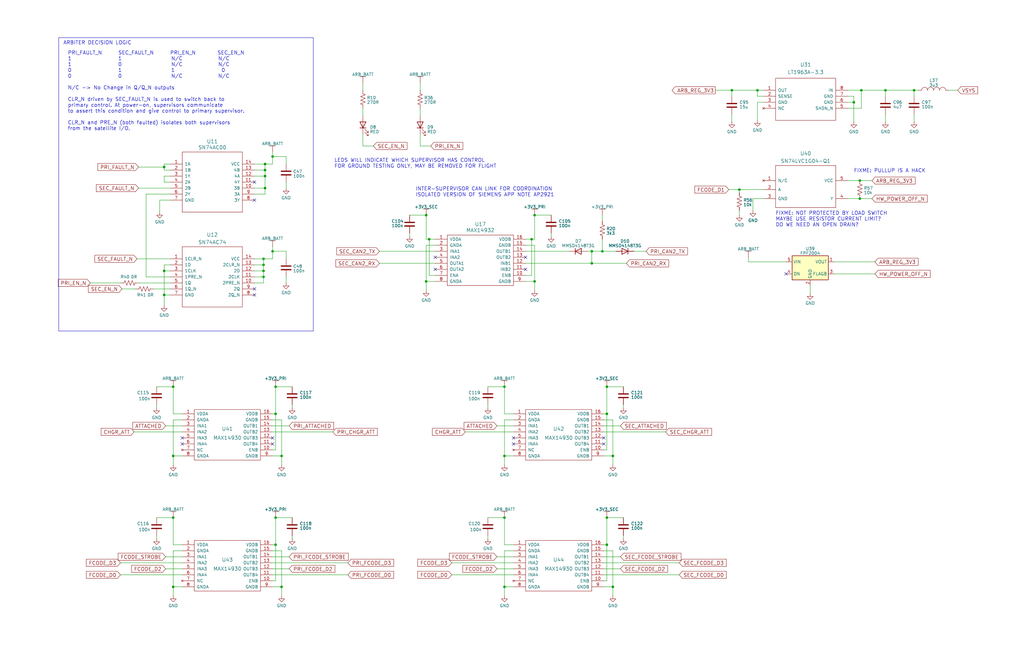
<source format=kicad_sch>
(kicad_sch (version 20230121) (generator eeschema)

  (uuid 923897c8-3624-44fe-905b-be108c7f2f27)

  (paper "USLedger")

  (title_block
    (title "Radiation Tolerant Internal Housekeeping Unit (IHU)")
    (date "2023-08-24")
    (rev "1.2A")
    (company "AMSAT-NA")
    (comment 1 "C. Castillo")
    (comment 2 "Z. Metzinger")
  )

  (lib_symbols
    (symbol "Device:C" (pin_numbers hide) (pin_names (offset 0.254)) (in_bom yes) (on_board yes)
      (property "Reference" "C" (at 0.635 2.54 0)
        (effects (font (size 1.27 1.27)) (justify left))
      )
      (property "Value" "C" (at 0.635 -2.54 0)
        (effects (font (size 1.27 1.27)) (justify left))
      )
      (property "Footprint" "" (at 0.9652 -3.81 0)
        (effects (font (size 1.27 1.27)) hide)
      )
      (property "Datasheet" "~" (at 0 0 0)
        (effects (font (size 1.27 1.27)) hide)
      )
      (property "ki_keywords" "cap capacitor" (at 0 0 0)
        (effects (font (size 1.27 1.27)) hide)
      )
      (property "ki_description" "Unpolarized capacitor" (at 0 0 0)
        (effects (font (size 1.27 1.27)) hide)
      )
      (property "ki_fp_filters" "C_*" (at 0 0 0)
        (effects (font (size 1.27 1.27)) hide)
      )
      (symbol "C_0_1"
        (polyline
          (pts
            (xy -2.032 -0.762)
            (xy 2.032 -0.762)
          )
          (stroke (width 0.508) (type default))
          (fill (type none))
        )
        (polyline
          (pts
            (xy -2.032 0.762)
            (xy 2.032 0.762)
          )
          (stroke (width 0.508) (type default))
          (fill (type none))
        )
      )
      (symbol "C_1_1"
        (pin passive line (at 0 3.81 270) (length 2.794)
          (name "~" (effects (font (size 1.27 1.27))))
          (number "1" (effects (font (size 1.27 1.27))))
        )
        (pin passive line (at 0 -3.81 90) (length 2.794)
          (name "~" (effects (font (size 1.27 1.27))))
          (number "2" (effects (font (size 1.27 1.27))))
        )
      )
    )
    (symbol "Device:D" (pin_numbers hide) (pin_names (offset 1.016) hide) (in_bom yes) (on_board yes)
      (property "Reference" "D" (at 0 2.54 0)
        (effects (font (size 1.27 1.27)))
      )
      (property "Value" "D" (at 0 -2.54 0)
        (effects (font (size 1.27 1.27)))
      )
      (property "Footprint" "" (at 0 0 0)
        (effects (font (size 1.27 1.27)) hide)
      )
      (property "Datasheet" "~" (at 0 0 0)
        (effects (font (size 1.27 1.27)) hide)
      )
      (property "Sim.Device" "D" (at 0 0 0)
        (effects (font (size 1.27 1.27)) hide)
      )
      (property "Sim.Pins" "1=K 2=A" (at 0 0 0)
        (effects (font (size 1.27 1.27)) hide)
      )
      (property "ki_keywords" "diode" (at 0 0 0)
        (effects (font (size 1.27 1.27)) hide)
      )
      (property "ki_description" "Diode" (at 0 0 0)
        (effects (font (size 1.27 1.27)) hide)
      )
      (property "ki_fp_filters" "TO-???* *_Diode_* *SingleDiode* D_*" (at 0 0 0)
        (effects (font (size 1.27 1.27)) hide)
      )
      (symbol "D_0_1"
        (polyline
          (pts
            (xy -1.27 1.27)
            (xy -1.27 -1.27)
          )
          (stroke (width 0.254) (type default))
          (fill (type none))
        )
        (polyline
          (pts
            (xy 1.27 0)
            (xy -1.27 0)
          )
          (stroke (width 0) (type default))
          (fill (type none))
        )
        (polyline
          (pts
            (xy 1.27 1.27)
            (xy 1.27 -1.27)
            (xy -1.27 0)
            (xy 1.27 1.27)
          )
          (stroke (width 0.254) (type default))
          (fill (type none))
        )
      )
      (symbol "D_1_1"
        (pin passive line (at -3.81 0 0) (length 2.54)
          (name "K" (effects (font (size 1.27 1.27))))
          (number "1" (effects (font (size 1.27 1.27))))
        )
        (pin passive line (at 3.81 0 180) (length 2.54)
          (name "A" (effects (font (size 1.27 1.27))))
          (number "2" (effects (font (size 1.27 1.27))))
        )
      )
    )
    (symbol "Device:LED" (pin_numbers hide) (pin_names (offset 1.016) hide) (in_bom yes) (on_board yes)
      (property "Reference" "D" (at 0 2.54 0)
        (effects (font (size 1.27 1.27)))
      )
      (property "Value" "LED" (at 0 -2.54 0)
        (effects (font (size 1.27 1.27)))
      )
      (property "Footprint" "" (at 0 0 0)
        (effects (font (size 1.27 1.27)) hide)
      )
      (property "Datasheet" "~" (at 0 0 0)
        (effects (font (size 1.27 1.27)) hide)
      )
      (property "ki_keywords" "LED diode" (at 0 0 0)
        (effects (font (size 1.27 1.27)) hide)
      )
      (property "ki_description" "Light emitting diode" (at 0 0 0)
        (effects (font (size 1.27 1.27)) hide)
      )
      (property "ki_fp_filters" "LED* LED_SMD:* LED_THT:*" (at 0 0 0)
        (effects (font (size 1.27 1.27)) hide)
      )
      (symbol "LED_0_1"
        (polyline
          (pts
            (xy -1.27 -1.27)
            (xy -1.27 1.27)
          )
          (stroke (width 0.254) (type default))
          (fill (type none))
        )
        (polyline
          (pts
            (xy -1.27 0)
            (xy 1.27 0)
          )
          (stroke (width 0) (type default))
          (fill (type none))
        )
        (polyline
          (pts
            (xy 1.27 -1.27)
            (xy 1.27 1.27)
            (xy -1.27 0)
            (xy 1.27 -1.27)
          )
          (stroke (width 0.254) (type default))
          (fill (type none))
        )
        (polyline
          (pts
            (xy -3.048 -0.762)
            (xy -4.572 -2.286)
            (xy -3.81 -2.286)
            (xy -4.572 -2.286)
            (xy -4.572 -1.524)
          )
          (stroke (width 0) (type default))
          (fill (type none))
        )
        (polyline
          (pts
            (xy -1.778 -0.762)
            (xy -3.302 -2.286)
            (xy -2.54 -2.286)
            (xy -3.302 -2.286)
            (xy -3.302 -1.524)
          )
          (stroke (width 0) (type default))
          (fill (type none))
        )
      )
      (symbol "LED_1_1"
        (pin passive line (at -3.81 0 0) (length 2.54)
          (name "K" (effects (font (size 1.27 1.27))))
          (number "1" (effects (font (size 1.27 1.27))))
        )
        (pin passive line (at 3.81 0 180) (length 2.54)
          (name "A" (effects (font (size 1.27 1.27))))
          (number "2" (effects (font (size 1.27 1.27))))
        )
      )
    )
    (symbol "Device:R_US" (pin_numbers hide) (pin_names (offset 0)) (in_bom yes) (on_board yes)
      (property "Reference" "R" (at 2.54 0 90)
        (effects (font (size 1.27 1.27)))
      )
      (property "Value" "R_US" (at -2.54 0 90)
        (effects (font (size 1.27 1.27)))
      )
      (property "Footprint" "" (at 1.016 -0.254 90)
        (effects (font (size 1.27 1.27)) hide)
      )
      (property "Datasheet" "~" (at 0 0 0)
        (effects (font (size 1.27 1.27)) hide)
      )
      (property "ki_keywords" "R res resistor" (at 0 0 0)
        (effects (font (size 1.27 1.27)) hide)
      )
      (property "ki_description" "Resistor, US symbol" (at 0 0 0)
        (effects (font (size 1.27 1.27)) hide)
      )
      (property "ki_fp_filters" "R_*" (at 0 0 0)
        (effects (font (size 1.27 1.27)) hide)
      )
      (symbol "R_US_0_1"
        (polyline
          (pts
            (xy 0 -2.286)
            (xy 0 -2.54)
          )
          (stroke (width 0) (type default))
          (fill (type none))
        )
        (polyline
          (pts
            (xy 0 2.286)
            (xy 0 2.54)
          )
          (stroke (width 0) (type default))
          (fill (type none))
        )
        (polyline
          (pts
            (xy 0 -0.762)
            (xy 1.016 -1.143)
            (xy 0 -1.524)
            (xy -1.016 -1.905)
            (xy 0 -2.286)
          )
          (stroke (width 0) (type default))
          (fill (type none))
        )
        (polyline
          (pts
            (xy 0 0.762)
            (xy 1.016 0.381)
            (xy 0 0)
            (xy -1.016 -0.381)
            (xy 0 -0.762)
          )
          (stroke (width 0) (type default))
          (fill (type none))
        )
        (polyline
          (pts
            (xy 0 2.286)
            (xy 1.016 1.905)
            (xy 0 1.524)
            (xy -1.016 1.143)
            (xy 0 0.762)
          )
          (stroke (width 0) (type default))
          (fill (type none))
        )
      )
      (symbol "R_US_1_1"
        (pin passive line (at 0 3.81 270) (length 1.27)
          (name "~" (effects (font (size 1.27 1.27))))
          (number "1" (effects (font (size 1.27 1.27))))
        )
        (pin passive line (at 0 -3.81 90) (length 1.27)
          (name "~" (effects (font (size 1.27 1.27))))
          (number "2" (effects (font (size 1.27 1.27))))
        )
      )
    )
    (symbol "Power_Management:FPF2004" (in_bom yes) (on_board yes)
      (property "Reference" "U" (at -7.62 6.35 0)
        (effects (font (size 1.27 1.27)))
      )
      (property "Value" "FPF2004" (at 3.81 6.35 0)
        (effects (font (size 1.27 1.27)))
      )
      (property "Footprint" "Package_TO_SOT_SMD:SOT-353_SC-70-5" (at 22.86 -7.62 0)
        (effects (font (size 1.27 1.27)) hide)
      )
      (property "Datasheet" "https://www.onsemi.com/pub/Collateral/FPF2001-D.pdf" (at -1.27 10.16 0)
        (effects (font (size 1.27 1.27)) hide)
      )
      (property "ki_keywords" "1-chanel power-distribution USB" (at 0 0 0)
        (effects (font (size 1.27 1.27)) hide)
      )
      (property "ki_description" "Single power-distribution switcher, current limit = 100mA, blanking time = 10 ms, auto-restart time = 80 ms, ON Pin Polarity = HIGH, SOT-353" (at 0 0 0)
        (effects (font (size 1.27 1.27)) hide)
      )
      (property "ki_fp_filters" "SOT?353*" (at 0 0 0)
        (effects (font (size 1.27 1.27)) hide)
      )
      (symbol "FPF2004_0_1"
        (rectangle (start -7.62 5.08) (end 7.62 -5.08)
          (stroke (width 0.254) (type default))
          (fill (type background))
        )
      )
      (symbol "FPF2004_1_1"
        (pin power_out line (at 10.16 2.54 180) (length 2.54)
          (name "VOUT" (effects (font (size 1.27 1.27))))
          (number "1" (effects (font (size 1.27 1.27))))
        )
        (pin power_in line (at 0 -7.62 90) (length 2.54)
          (name "GND" (effects (font (size 1.27 1.27))))
          (number "2" (effects (font (size 1.27 1.27))))
        )
        (pin open_collector line (at 10.16 -2.54 180) (length 2.54)
          (name "FLAGB" (effects (font (size 1.27 1.27))))
          (number "3" (effects (font (size 1.27 1.27))))
        )
        (pin input line (at -10.16 -2.54 0) (length 2.54)
          (name "ON" (effects (font (size 1.27 1.27))))
          (number "4" (effects (font (size 1.27 1.27))))
        )
        (pin power_in line (at -10.16 2.54 0) (length 2.54)
          (name "VIN" (effects (font (size 1.27 1.27))))
          (number "5" (effects (font (size 1.27 1.27))))
        )
      )
    )
    (symbol "amsat_discrete:+3V3_PRI" (power) (pin_names (offset 0)) (in_bom yes) (on_board yes)
      (property "Reference" "#PWR" (at 0 -3.81 0)
        (effects (font (size 1.27 1.27)) hide)
      )
      (property "Value" "+3V3_PRI" (at 0 3.556 0)
        (effects (font (size 1.27 1.27)))
      )
      (property "Footprint" "" (at 0 0 0)
        (effects (font (size 1.27 1.27)) hide)
      )
      (property "Datasheet" "" (at 0 0 0)
        (effects (font (size 1.27 1.27)) hide)
      )
      (property "ki_keywords" "Power Flag Symbol" (at 0 0 0)
        (effects (font (size 1.27 1.27)) hide)
      )
      (property "ki_description" "Power Net, Primary, +3.3V" (at 0 0 0)
        (effects (font (size 1.27 1.27)) hide)
      )
      (symbol "+3V3_PRI_0_1"
        (polyline
          (pts
            (xy -1.27 2.54)
            (xy 0 2.54)
          )
          (stroke (width 0) (type solid))
          (fill (type none))
        )
        (polyline
          (pts
            (xy 0 0)
            (xy 0 2.54)
          )
          (stroke (width 0) (type solid))
          (fill (type none))
        )
        (polyline
          (pts
            (xy 0 2.54)
            (xy 1.27 2.54)
          )
          (stroke (width 0) (type solid))
          (fill (type none))
        )
      )
      (symbol "+3V3_PRI_1_1"
        (pin power_in line (at 0 0 90) (length 0) hide
          (name "+3V3_PRI" (effects (font (size 1.27 1.27))))
          (number "1" (effects (font (size 1.27 1.27))))
        )
      )
    )
    (symbol "amsat_discrete:+3V3_SEC" (power) (pin_names (offset 0)) (in_bom yes) (on_board yes)
      (property "Reference" "#PWR" (at 0 -3.81 0)
        (effects (font (size 1.27 1.27)) hide)
      )
      (property "Value" "+3V3_SEC" (at 0 3.556 0)
        (effects (font (size 1.27 1.27)))
      )
      (property "Footprint" "" (at 0 0 0)
        (effects (font (size 1.27 1.27)) hide)
      )
      (property "Datasheet" "" (at 0 0 0)
        (effects (font (size 1.27 1.27)) hide)
      )
      (property "ki_keywords" "Power Flag Symbol" (at 0 0 0)
        (effects (font (size 1.27 1.27)) hide)
      )
      (property "ki_description" "Power Net, Secondary, +3.3V" (at 0 0 0)
        (effects (font (size 1.27 1.27)) hide)
      )
      (symbol "+3V3_SEC_0_1"
        (polyline
          (pts
            (xy -1.27 2.54)
            (xy 0 2.54)
          )
          (stroke (width 0) (type solid))
          (fill (type none))
        )
        (polyline
          (pts
            (xy 0 0)
            (xy 0 2.54)
          )
          (stroke (width 0) (type solid))
          (fill (type none))
        )
        (polyline
          (pts
            (xy 0 2.54)
            (xy 1.27 2.54)
          )
          (stroke (width 0) (type solid))
          (fill (type none))
        )
      )
      (symbol "+3V3_SEC_1_1"
        (pin power_in line (at 0 0 90) (length 0) hide
          (name "+3V3_SEC" (effects (font (size 1.27 1.27))))
          (number "1" (effects (font (size 1.27 1.27))))
        )
      )
    )
    (symbol "amsat_discrete:ARB_BATT" (power) (pin_names (offset 0)) (in_bom yes) (on_board yes)
      (property "Reference" "#PWR" (at 0 -3.81 0)
        (effects (font (size 1.27 1.27)) hide)
      )
      (property "Value" "ARB_BATT" (at 0 3.556 0)
        (effects (font (size 1.27 1.27)))
      )
      (property "Footprint" "" (at 0 0 0)
        (effects (font (size 1.27 1.27)) hide)
      )
      (property "Datasheet" "" (at 0 0 0)
        (effects (font (size 1.27 1.27)) hide)
      )
      (property "ki_keywords" "Power Flag Symbol" (at 0 0 0)
        (effects (font (size 1.27 1.27)) hide)
      )
      (property "ki_description" "Power Net, Secondary, +3.3V" (at 0 0 0)
        (effects (font (size 1.27 1.27)) hide)
      )
      (symbol "ARB_BATT_0_1"
        (polyline
          (pts
            (xy -1.27 2.54)
            (xy 0 2.54)
          )
          (stroke (width 0) (type solid))
          (fill (type none))
        )
        (polyline
          (pts
            (xy 0 0)
            (xy 0 2.54)
          )
          (stroke (width 0) (type solid))
          (fill (type none))
        )
        (polyline
          (pts
            (xy 0 2.54)
            (xy 1.27 2.54)
          )
          (stroke (width 0) (type solid))
          (fill (type none))
        )
      )
      (symbol "ARB_BATT_1_1"
        (pin power_in line (at 0 0 90) (length 0) hide
          (name "ARB_BATT" (effects (font (size 1.27 1.27))))
          (number "1" (effects (font (size 1.27 1.27))))
        )
      )
    )
    (symbol "amsat_discrete:INDUCTOR_SMALL" (pin_numbers hide) (pin_names (offset 0) hide) (in_bom yes) (on_board yes)
      (property "Reference" "L" (at 0 2.54 0)
        (effects (font (size 1.27 1.27)))
      )
      (property "Value" "INDUCTOR_SMALL" (at 0 -1.27 0)
        (effects (font (size 1.27 1.27)))
      )
      (property "Footprint" "" (at 0 0 0)
        (effects (font (size 1.27 1.27)))
      )
      (property "Datasheet" "" (at 0 0 0)
        (effects (font (size 1.27 1.27)))
      )
      (property "ki_fp_filters" "Choke_* *Coil*" (at 0 0 0)
        (effects (font (size 1.27 1.27)) hide)
      )
      (symbol "INDUCTOR_SMALL_0_1"
        (arc (start -2.54 0) (mid -3.81 1.2645) (end -5.08 0)
          (stroke (width 0) (type solid))
          (fill (type none))
        )
        (arc (start 0 0) (mid -1.27 1.2645) (end -2.54 0)
          (stroke (width 0) (type solid))
          (fill (type none))
        )
        (arc (start 2.54 0) (mid 1.27 1.2645) (end 0 0)
          (stroke (width 0) (type solid))
          (fill (type none))
        )
        (arc (start 5.08 0) (mid 3.81 1.2645) (end 2.54 0)
          (stroke (width 0) (type solid))
          (fill (type none))
        )
      )
      (symbol "INDUCTOR_SMALL_1_1"
        (pin input line (at -6.35 0 0) (length 1.27)
          (name "1" (effects (font (size 0.762 0.762))))
          (number "1" (effects (font (size 0.762 0.762))))
        )
        (pin input line (at 6.35 0 180) (length 1.27)
          (name "2" (effects (font (size 0.762 0.762))))
          (number "2" (effects (font (size 0.762 0.762))))
        )
      )
    )
    (symbol "amsat_lineartech:LT1963A-3.3" (pin_names (offset 1.016)) (in_bom yes) (on_board yes)
      (property "Reference" "U" (at 11.43 -10.16 0)
        (effects (font (size 1.524 1.524)))
      )
      (property "Value" "LT1963A-3.3" (at 0 0 0)
        (effects (font (size 1.524 1.524)))
      )
      (property "Footprint" "" (at 0 0 0)
        (effects (font (size 1.524 1.524)) hide)
      )
      (property "Datasheet" "" (at 0 0 0)
        (effects (font (size 1.524 1.524)) hide)
      )
      (property "ki_description" "Fixed 3.3v 1.5A, Low Noise, Fast Transient Response, LDO Regulator" (at 0 0 0)
        (effects (font (size 1.27 1.27)) hide)
      )
      (symbol "LT1963A-3.3_0_1"
        (rectangle (start -12.7 8.89) (end 12.7 -8.89)
          (stroke (width 0) (type solid))
          (fill (type none))
        )
      )
      (symbol "LT1963A-3.3_1_1"
        (pin power_out line (at -17.78 3.81 0) (length 5.08)
          (name "OUT" (effects (font (size 1.27 1.27))))
          (number "1" (effects (font (size 1.27 1.27))))
        )
        (pin input line (at -17.78 1.27 0) (length 5.08)
          (name "SENSE" (effects (font (size 1.27 1.27))))
          (number "2" (effects (font (size 1.27 1.27))))
        )
        (pin power_in line (at -17.78 -1.27 0) (length 5.08)
          (name "GND" (effects (font (size 1.27 1.27))))
          (number "3" (effects (font (size 1.27 1.27))))
        )
        (pin no_connect line (at -17.78 -3.81 0) (length 5.08)
          (name "NC" (effects (font (size 1.27 1.27))))
          (number "4" (effects (font (size 1.27 1.27))))
        )
        (pin input line (at 17.78 -3.81 180) (length 5.08)
          (name "SHDN_N" (effects (font (size 1.27 1.27))))
          (number "5" (effects (font (size 1.27 1.27))))
        )
        (pin power_in line (at 17.78 -1.27 180) (length 5.08)
          (name "GND" (effects (font (size 1.27 1.27))))
          (number "6" (effects (font (size 1.27 1.27))))
        )
        (pin power_in line (at 17.78 1.27 180) (length 5.08)
          (name "GND" (effects (font (size 1.27 1.27))))
          (number "7" (effects (font (size 1.27 1.27))))
        )
        (pin power_in line (at 17.78 3.81 180) (length 5.08)
          (name "IN" (effects (font (size 1.27 1.27))))
          (number "8" (effects (font (size 1.27 1.27))))
        )
      )
    )
    (symbol "amsat_maxim:MAX14930" (pin_names (offset 1.016)) (in_bom yes) (on_board yes)
      (property "Reference" "U" (at 15.494 -12.192 0)
        (effects (font (size 1.524 1.524)))
      )
      (property "Value" "MAX14930" (at 0 6.35 0)
        (effects (font (size 1.524 1.524)))
      )
      (property "Footprint" "" (at 0 0 0)
        (effects (font (size 1.524 1.524)) hide)
      )
      (property "Datasheet" "" (at 0 0 0)
        (effects (font (size 1.524 1.524)) hide)
      )
      (property "ki_description" "Four-Channel, 3.75kVRMS Digital Isolator (4/0)" (at 0 0 0)
        (effects (font (size 1.27 1.27)) hide)
      )
      (symbol "MAX14930_0_1"
        (rectangle (start -13.97 10.668) (end 13.97 -10.668)
          (stroke (width 0) (type solid))
          (fill (type none))
        )
      )
      (symbol "MAX14930_1_1"
        (pin power_in line (at -19.05 8.89 0) (length 5.08)
          (name "VDDA" (effects (font (size 1.27 1.27))))
          (number "1" (effects (font (size 1.27 1.27))))
        )
        (pin passive line (at 19.05 -6.35 180) (length 5.08)
          (name "ENB" (effects (font (size 1.27 1.27))))
          (number "10" (effects (font (size 1.27 1.27))))
        )
        (pin passive line (at 19.05 -3.81 180) (length 5.08)
          (name "OUTB4" (effects (font (size 1.27 1.27))))
          (number "11" (effects (font (size 1.27 1.27))))
        )
        (pin passive line (at 19.05 -1.27 180) (length 5.08)
          (name "OUTB3" (effects (font (size 1.27 1.27))))
          (number "12" (effects (font (size 1.27 1.27))))
        )
        (pin passive line (at 19.05 1.27 180) (length 5.08)
          (name "OUTB2" (effects (font (size 1.27 1.27))))
          (number "13" (effects (font (size 1.27 1.27))))
        )
        (pin passive line (at 19.05 3.81 180) (length 5.08)
          (name "OUTB1" (effects (font (size 1.27 1.27))))
          (number "14" (effects (font (size 1.27 1.27))))
        )
        (pin power_in line (at 19.05 6.35 180) (length 5.08)
          (name "GNDB" (effects (font (size 1.27 1.27))))
          (number "15" (effects (font (size 1.27 1.27))))
        )
        (pin power_in line (at 19.05 8.89 180) (length 5.08)
          (name "VDDB" (effects (font (size 1.27 1.27))))
          (number "16" (effects (font (size 1.27 1.27))))
        )
        (pin power_in line (at -19.05 6.35 0) (length 5.08)
          (name "GNDA" (effects (font (size 1.27 1.27))))
          (number "2" (effects (font (size 1.27 1.27))))
        )
        (pin passive line (at -19.05 3.81 0) (length 5.08)
          (name "INA1" (effects (font (size 1.27 1.27))))
          (number "3" (effects (font (size 1.27 1.27))))
        )
        (pin passive line (at -19.05 1.27 0) (length 5.08)
          (name "INA2" (effects (font (size 1.27 1.27))))
          (number "4" (effects (font (size 1.27 1.27))))
        )
        (pin passive line (at -19.05 -1.27 0) (length 5.08)
          (name "INA3" (effects (font (size 1.27 1.27))))
          (number "5" (effects (font (size 1.27 1.27))))
        )
        (pin passive line (at -19.05 -3.81 0) (length 5.08)
          (name "INA4" (effects (font (size 1.27 1.27))))
          (number "6" (effects (font (size 1.27 1.27))))
        )
        (pin no_connect line (at -19.05 -6.35 0) (length 5.08)
          (name "NC" (effects (font (size 1.27 1.27))))
          (number "7" (effects (font (size 1.27 1.27))))
        )
        (pin power_in line (at -19.05 -8.89 0) (length 5.08)
          (name "GNDA" (effects (font (size 1.27 1.27))))
          (number "8" (effects (font (size 1.27 1.27))))
        )
        (pin power_in line (at 19.05 -8.89 180) (length 5.08)
          (name "GNDB" (effects (font (size 1.27 1.27))))
          (number "9" (effects (font (size 1.27 1.27))))
        )
      )
    )
    (symbol "amsat_maxim:MAX14932" (pin_names (offset 1.016)) (in_bom yes) (on_board yes)
      (property "Reference" "U" (at 15.494 -12.192 0)
        (effects (font (size 1.524 1.524)))
      )
      (property "Value" "MAX14932" (at 0 6.35 0)
        (effects (font (size 1.524 1.524)))
      )
      (property "Footprint" "" (at 0 0 0)
        (effects (font (size 1.524 1.524)) hide)
      )
      (property "Datasheet" "" (at 0 0 0)
        (effects (font (size 1.524 1.524)) hide)
      )
      (property "ki_description" "Four-Channel, 3.75kVRMS Digital Isolator (2/2)" (at 0 0 0)
        (effects (font (size 1.27 1.27)) hide)
      )
      (symbol "MAX14932_0_1"
        (rectangle (start -13.97 10.668) (end 13.97 -10.668)
          (stroke (width 0) (type solid))
          (fill (type none))
        )
      )
      (symbol "MAX14932_1_1"
        (pin power_in line (at -19.05 8.89 0) (length 5.08)
          (name "VDDA" (effects (font (size 1.27 1.27))))
          (number "1" (effects (font (size 1.27 1.27))))
        )
        (pin passive line (at 19.05 -6.35 180) (length 5.08)
          (name "ENB" (effects (font (size 1.27 1.27))))
          (number "10" (effects (font (size 1.27 1.27))))
        )
        (pin passive line (at 19.05 -3.81 180) (length 5.08)
          (name "INB2" (effects (font (size 1.27 1.27))))
          (number "11" (effects (font (size 1.27 1.27))))
        )
        (pin passive line (at 19.05 -1.27 180) (length 5.08)
          (name "INB1" (effects (font (size 1.27 1.27))))
          (number "12" (effects (font (size 1.27 1.27))))
        )
        (pin passive line (at 19.05 1.27 180) (length 5.08)
          (name "OUTB2" (effects (font (size 1.27 1.27))))
          (number "13" (effects (font (size 1.27 1.27))))
        )
        (pin passive line (at 19.05 3.81 180) (length 5.08)
          (name "OUTB1" (effects (font (size 1.27 1.27))))
          (number "14" (effects (font (size 1.27 1.27))))
        )
        (pin power_in line (at 19.05 6.35 180) (length 5.08)
          (name "GNDB" (effects (font (size 1.27 1.27))))
          (number "15" (effects (font (size 1.27 1.27))))
        )
        (pin power_in line (at 19.05 8.89 180) (length 5.08)
          (name "VDDB" (effects (font (size 1.27 1.27))))
          (number "16" (effects (font (size 1.27 1.27))))
        )
        (pin power_in line (at -19.05 6.35 0) (length 5.08)
          (name "GNDA" (effects (font (size 1.27 1.27))))
          (number "2" (effects (font (size 1.27 1.27))))
        )
        (pin passive line (at -19.05 3.81 0) (length 5.08)
          (name "INA1" (effects (font (size 1.27 1.27))))
          (number "3" (effects (font (size 1.27 1.27))))
        )
        (pin passive line (at -19.05 1.27 0) (length 5.08)
          (name "INA2" (effects (font (size 1.27 1.27))))
          (number "4" (effects (font (size 1.27 1.27))))
        )
        (pin passive line (at -19.05 -1.27 0) (length 5.08)
          (name "OUTA1" (effects (font (size 1.27 1.27))))
          (number "5" (effects (font (size 1.27 1.27))))
        )
        (pin passive line (at -19.05 -3.81 0) (length 5.08)
          (name "OUTA2" (effects (font (size 1.27 1.27))))
          (number "6" (effects (font (size 1.27 1.27))))
        )
        (pin passive line (at -19.05 -6.35 0) (length 5.08)
          (name "ENA" (effects (font (size 1.27 1.27))))
          (number "7" (effects (font (size 1.27 1.27))))
        )
        (pin power_in line (at -19.05 -8.89 0) (length 5.08)
          (name "GNDA" (effects (font (size 1.27 1.27))))
          (number "8" (effects (font (size 1.27 1.27))))
        )
        (pin power_in line (at 19.05 -8.89 180) (length 5.08)
          (name "GNDB" (effects (font (size 1.27 1.27))))
          (number "9" (effects (font (size 1.27 1.27))))
        )
      )
    )
    (symbol "amsat_ti:SN74AC00" (pin_names (offset 1.016)) (in_bom yes) (on_board yes)
      (property "Reference" "U" (at 13.97 -15.24 0)
        (effects (font (size 1.524 1.524)))
      )
      (property "Value" "SN74AC00" (at 0 11.43 0)
        (effects (font (size 1.524 1.524)))
      )
      (property "Footprint" "" (at 0 0 0)
        (effects (font (size 1.524 1.524)) hide)
      )
      (property "Datasheet" "" (at 0 0 0)
        (effects (font (size 1.524 1.524)) hide)
      )
      (property "ki_description" "SN74AC00 QUADRUPLE 2-INPUT POSITIVE NAND GATES" (at 0 0 0)
        (effects (font (size 1.27 1.27)) hide)
      )
      (symbol "SN74AC00_0_1"
        (rectangle (start -12.7 12.7) (end 12.7 -12.7)
          (stroke (width 0) (type solid))
          (fill (type none))
        )
      )
      (symbol "SN74AC00_1_1"
        (pin input line (at -17.78 7.62 0) (length 5.08)
          (name "1A" (effects (font (size 1.27 1.27))))
          (number "1" (effects (font (size 1.27 1.27))))
        )
        (pin input line (at 17.78 -2.54 180) (length 5.08)
          (name "3B" (effects (font (size 1.27 1.27))))
          (number "10" (effects (font (size 1.27 1.27))))
        )
        (pin output line (at 17.78 0 180) (length 5.08)
          (name "4Y" (effects (font (size 1.27 1.27))))
          (number "11" (effects (font (size 1.27 1.27))))
        )
        (pin input line (at 17.78 2.54 180) (length 5.08)
          (name "4A" (effects (font (size 1.27 1.27))))
          (number "12" (effects (font (size 1.27 1.27))))
        )
        (pin input line (at 17.78 5.08 180) (length 5.08)
          (name "4B" (effects (font (size 1.27 1.27))))
          (number "13" (effects (font (size 1.27 1.27))))
        )
        (pin power_in line (at 17.78 7.62 180) (length 5.08)
          (name "VCC" (effects (font (size 1.27 1.27))))
          (number "14" (effects (font (size 1.27 1.27))))
        )
        (pin input line (at -17.78 5.08 0) (length 5.08)
          (name "1B" (effects (font (size 1.27 1.27))))
          (number "2" (effects (font (size 1.27 1.27))))
        )
        (pin output line (at -17.78 2.54 0) (length 5.08)
          (name "1Y" (effects (font (size 1.27 1.27))))
          (number "3" (effects (font (size 1.27 1.27))))
        )
        (pin input line (at -17.78 0 0) (length 5.08)
          (name "2A" (effects (font (size 1.27 1.27))))
          (number "4" (effects (font (size 1.27 1.27))))
        )
        (pin input line (at -17.78 -2.54 0) (length 5.08)
          (name "2B" (effects (font (size 1.27 1.27))))
          (number "5" (effects (font (size 1.27 1.27))))
        )
        (pin output line (at -17.78 -5.08 0) (length 5.08)
          (name "2Y" (effects (font (size 1.27 1.27))))
          (number "6" (effects (font (size 1.27 1.27))))
        )
        (pin power_in line (at -17.78 -7.62 0) (length 5.08)
          (name "GND" (effects (font (size 1.27 1.27))))
          (number "7" (effects (font (size 1.27 1.27))))
        )
        (pin output line (at 17.78 -7.62 180) (length 5.08)
          (name "3Y" (effects (font (size 1.27 1.27))))
          (number "8" (effects (font (size 1.27 1.27))))
        )
        (pin input line (at 17.78 -5.08 180) (length 5.08)
          (name "3A" (effects (font (size 1.27 1.27))))
          (number "9" (effects (font (size 1.27 1.27))))
        )
      )
    )
    (symbol "amsat_ti:SN74AC74" (pin_names (offset 1.016)) (in_bom yes) (on_board yes)
      (property "Reference" "U" (at 13.97 -15.24 0)
        (effects (font (size 1.524 1.524)))
      )
      (property "Value" "SN74AC74" (at 0 11.43 0)
        (effects (font (size 1.524 1.524)))
      )
      (property "Footprint" "" (at 0 0 0)
        (effects (font (size 1.524 1.524)) hide)
      )
      (property "Datasheet" "" (at 0 0 0)
        (effects (font (size 1.524 1.524)) hide)
      )
      (property "ki_description" "SN74AC74 DUAL POSITIVE EDGE TRIGGERED D-TYPE FLIP FLOPS" (at 0 0 0)
        (effects (font (size 1.27 1.27)) hide)
      )
      (symbol "SN74AC74_0_1"
        (rectangle (start -12.7 12.7) (end 12.7 -12.7)
          (stroke (width 0) (type solid))
          (fill (type none))
        )
      )
      (symbol "SN74AC74_1_1"
        (pin input line (at -17.78 7.62 0) (length 5.08)
          (name "1CLR_N" (effects (font (size 1.27 1.27))))
          (number "1" (effects (font (size 1.27 1.27))))
        )
        (pin input line (at 17.78 -2.54 180) (length 5.08)
          (name "2PRE_N" (effects (font (size 1.27 1.27))))
          (number "10" (effects (font (size 1.27 1.27))))
        )
        (pin input line (at 17.78 0 180) (length 5.08)
          (name "2CLK" (effects (font (size 1.27 1.27))))
          (number "11" (effects (font (size 1.27 1.27))))
        )
        (pin input line (at 17.78 2.54 180) (length 5.08)
          (name "2D" (effects (font (size 1.27 1.27))))
          (number "12" (effects (font (size 1.27 1.27))))
        )
        (pin input line (at 17.78 5.08 180) (length 5.08)
          (name "2CLR_N" (effects (font (size 1.27 1.27))))
          (number "13" (effects (font (size 1.27 1.27))))
        )
        (pin power_in line (at 17.78 7.62 180) (length 5.08)
          (name "VCC" (effects (font (size 1.27 1.27))))
          (number "14" (effects (font (size 1.27 1.27))))
        )
        (pin input line (at -17.78 5.08 0) (length 5.08)
          (name "1D" (effects (font (size 1.27 1.27))))
          (number "2" (effects (font (size 1.27 1.27))))
        )
        (pin input line (at -17.78 2.54 0) (length 5.08)
          (name "1CLK" (effects (font (size 1.27 1.27))))
          (number "3" (effects (font (size 1.27 1.27))))
        )
        (pin input line (at -17.78 0 0) (length 5.08)
          (name "1PRE_N" (effects (font (size 1.27 1.27))))
          (number "4" (effects (font (size 1.27 1.27))))
        )
        (pin output line (at -17.78 -2.54 0) (length 5.08)
          (name "1Q" (effects (font (size 1.27 1.27))))
          (number "5" (effects (font (size 1.27 1.27))))
        )
        (pin output line (at -17.78 -5.08 0) (length 5.08)
          (name "1Q_N" (effects (font (size 1.27 1.27))))
          (number "6" (effects (font (size 1.27 1.27))))
        )
        (pin power_in line (at -17.78 -7.62 0) (length 5.08)
          (name "GND" (effects (font (size 1.27 1.27))))
          (number "7" (effects (font (size 1.27 1.27))))
        )
        (pin output line (at 17.78 -7.62 180) (length 5.08)
          (name "2Q_N" (effects (font (size 1.27 1.27))))
          (number "8" (effects (font (size 1.27 1.27))))
        )
        (pin output line (at 17.78 -5.08 180) (length 5.08)
          (name "2Q" (effects (font (size 1.27 1.27))))
          (number "9" (effects (font (size 1.27 1.27))))
        )
      )
    )
    (symbol "amsat_ti:SN74LVC1G04-Q1" (pin_names (offset 1.016)) (in_bom yes) (on_board yes)
      (property "Reference" "U" (at 11.43 -10.16 0)
        (effects (font (size 1.524 1.524)))
      )
      (property "Value" "SN74LVC1G04-Q1" (at 0 7.62 0)
        (effects (font (size 1.524 1.524)))
      )
      (property "Footprint" "" (at 0 0 0)
        (effects (font (size 1.524 1.524)) hide)
      )
      (property "Datasheet" "" (at 0 0 0)
        (effects (font (size 1.524 1.524)) hide)
      )
      (property "ki_description" "SN74LVC1G04-Q1 SINGLE INVERTER GATE" (at 0 0 0)
        (effects (font (size 1.27 1.27)) hide)
      )
      (symbol "SN74LVC1G04-Q1_0_1"
        (rectangle (start -12.7 10.16) (end 12.7 -7.62)
          (stroke (width 0) (type solid))
          (fill (type none))
        )
      )
      (symbol "SN74LVC1G04-Q1_1_1"
        (pin no_connect line (at -17.78 3.81 0) (length 5.08)
          (name "N/C" (effects (font (size 1.27 1.27))))
          (number "1" (effects (font (size 1.27 1.27))))
        )
        (pin input line (at -17.78 0 0) (length 5.08)
          (name "A" (effects (font (size 1.27 1.27))))
          (number "2" (effects (font (size 1.27 1.27))))
        )
        (pin input line (at -17.78 -3.81 0) (length 5.08)
          (name "GND" (effects (font (size 1.27 1.27))))
          (number "3" (effects (font (size 1.27 1.27))))
        )
        (pin input line (at 17.78 -3.81 180) (length 5.08)
          (name "Y" (effects (font (size 1.27 1.27))))
          (number "4" (effects (font (size 1.27 1.27))))
        )
        (pin input line (at 17.78 3.81 180) (length 5.08)
          (name "VCC" (effects (font (size 1.27 1.27))))
          (number "5" (effects (font (size 1.27 1.27))))
        )
      )
    )
    (symbol "power:GND" (power) (pin_names (offset 0)) (in_bom yes) (on_board yes)
      (property "Reference" "#PWR" (at 0 -6.35 0)
        (effects (font (size 1.27 1.27)) hide)
      )
      (property "Value" "GND" (at 0 -3.81 0)
        (effects (font (size 1.27 1.27)))
      )
      (property "Footprint" "" (at 0 0 0)
        (effects (font (size 1.27 1.27)) hide)
      )
      (property "Datasheet" "" (at 0 0 0)
        (effects (font (size 1.27 1.27)) hide)
      )
      (property "ki_keywords" "global power" (at 0 0 0)
        (effects (font (size 1.27 1.27)) hide)
      )
      (property "ki_description" "Power symbol creates a global label with name \"GND\" , ground" (at 0 0 0)
        (effects (font (size 1.27 1.27)) hide)
      )
      (symbol "GND_0_1"
        (polyline
          (pts
            (xy 0 0)
            (xy 0 -1.27)
            (xy 1.27 -1.27)
            (xy 0 -2.54)
            (xy -1.27 -1.27)
            (xy 0 -1.27)
          )
          (stroke (width 0) (type default))
          (fill (type none))
        )
      )
      (symbol "GND_1_1"
        (pin power_in line (at 0 0 270) (length 0) hide
          (name "GND" (effects (font (size 1.27 1.27))))
          (number "1" (effects (font (size 1.27 1.27))))
        )
      )
    )
  )

  (junction (at 308.61 38.1) (diameter 0) (color 0 0 0 0)
    (uuid 0f004f5b-8f2f-426e-9e1c-26b846e7f563)
  )
  (junction (at 73.025 192.405) (diameter 0) (color 0 0 0 0)
    (uuid 11940b90-2462-40ae-bb48-9bf98b78254a)
  )
  (junction (at 212.725 163.195) (diameter 0) (color 0 0 0 0)
    (uuid 132eb05c-6b19-4f77-b8c2-51e046b78051)
  )
  (junction (at 179.705 118.745) (diameter 0) (color 0 0 0 0)
    (uuid 13370e84-3df6-497b-bd1d-174cebb107a3)
  )
  (junction (at 69.215 124.46) (diameter 0) (color 0 0 0 0)
    (uuid 14532deb-0ba8-426f-8742-acd421a60df3)
  )
  (junction (at 212.725 192.405) (diameter 0) (color 0 0 0 0)
    (uuid 1772db81-cc78-4f69-ad17-24a464ccb00e)
  )
  (junction (at 258.445 247.65) (diameter 0) (color 0 0 0 0)
    (uuid 18be4ab9-ea43-4ac8-9ce4-704ee41ba37f)
  )
  (junction (at 111.125 116.84) (diameter 0) (color 0 0 0 0)
    (uuid 1c4fc8cc-cd34-48fe-a6e6-70d1626c8987)
  )
  (junction (at 212.725 218.44) (diameter 0) (color 0 0 0 0)
    (uuid 206aaf8d-f8f8-4f81-95a5-9991aabee7e8)
  )
  (junction (at 362.585 76.2) (diameter 0) (color 0 0 0 0)
    (uuid 27d543fb-4c42-423d-9d4b-ae19a06b5527)
  )
  (junction (at 116.205 174.625) (diameter 0) (color 0 0 0 0)
    (uuid 2c5ea72c-6936-421b-bf37-520c9164b2f5)
  )
  (junction (at 255.905 218.44) (diameter 0) (color 0 0 0 0)
    (uuid 2e338cb3-4714-4f6b-90a9-18c24b567bf1)
  )
  (junction (at 114.935 66.04) (diameter 0) (color 0 0 0 0)
    (uuid 30dd4f33-7830-4d77-94c1-1c72cd8413b8)
  )
  (junction (at 254 106.045) (diameter 0) (color 0 0 0 0)
    (uuid 36e2aa03-7402-4ae5-a6a3-147779bcc7a8)
  )
  (junction (at 114.935 106.045) (diameter 0) (color 0 0 0 0)
    (uuid 378c04c4-731d-46bb-b7c4-f921cf70b683)
  )
  (junction (at 255.905 174.625) (diameter 0) (color 0 0 0 0)
    (uuid 3bb9d2e3-a14a-4500-97a9-bd1c59e08d82)
  )
  (junction (at 225.425 90.805) (diameter 0) (color 0 0 0 0)
    (uuid 453846ba-cabf-426b-8572-ca4d2adf315a)
  )
  (junction (at 249.555 111.125) (diameter 0) (color 0 0 0 0)
    (uuid 4f7888ba-f766-431d-b94b-147e3601dcb3)
  )
  (junction (at 179.705 90.805) (diameter 0) (color 0 0 0 0)
    (uuid 54cd4a36-2f6b-4b7f-9050-c9cf6ac9dd8a)
  )
  (junction (at 363.22 38.1) (diameter 0) (color 0 0 0 0)
    (uuid 65c7348d-d5c1-4851-af2f-8d654ffe90db)
  )
  (junction (at 116.205 218.44) (diameter 0) (color 0 0 0 0)
    (uuid 6b512aa5-4670-42bf-89fd-b9369e9b12dd)
  )
  (junction (at 73.025 247.65) (diameter 0) (color 0 0 0 0)
    (uuid 732f14a5-6519-4dc1-b60d-7a44175be9f5)
  )
  (junction (at 69.215 70.485) (diameter 0) (color 0 0 0 0)
    (uuid 760d9575-440f-4989-8350-085604d89705)
  )
  (junction (at 73.025 218.44) (diameter 0) (color 0 0 0 0)
    (uuid 77f935b8-91e9-4005-bdda-977652af9f74)
  )
  (junction (at 225.425 118.745) (diameter 0) (color 0 0 0 0)
    (uuid 7d2f5831-933d-450f-8962-b1b4aeab51c1)
  )
  (junction (at 73.025 163.195) (diameter 0) (color 0 0 0 0)
    (uuid 814550de-0572-4874-8aa5-de747b6c218d)
  )
  (junction (at 116.205 163.195) (diameter 0) (color 0 0 0 0)
    (uuid 832ed05c-bbb4-4289-9752-942c35fb1f24)
  )
  (junction (at 111.76 79.375) (diameter 0) (color 0 0 0 0)
    (uuid 847588f8-9978-40bd-a15a-f64254e9a067)
  )
  (junction (at 180.975 100.965) (diameter 0) (color 0 0 0 0)
    (uuid 87395325-a216-4887-ae46-e3f39c5c140b)
  )
  (junction (at 258.445 192.405) (diameter 0) (color 0 0 0 0)
    (uuid 88f1285d-8d41-4eda-98c0-c022742d71b4)
  )
  (junction (at 111.76 74.295) (diameter 0) (color 0 0 0 0)
    (uuid 90c9cc26-0cac-4f87-ad6f-b91bc0840ed2)
  )
  (junction (at 69.215 114.3) (diameter 0) (color 0 0 0 0)
    (uuid 97ac07e8-4f0a-4c94-a3f3-04c6fb940001)
  )
  (junction (at 111.125 109.22) (diameter 0) (color 0 0 0 0)
    (uuid a2795e67-87ae-4802-b917-d69d3d00ce11)
  )
  (junction (at 362.585 83.82) (diameter 0) (color 0 0 0 0)
    (uuid a42143b0-b01a-42dd-a07d-bf4ad70cfcc3)
  )
  (junction (at 118.745 192.405) (diameter 0) (color 0 0 0 0)
    (uuid a6b4af2e-66e0-4b42-a612-216ce6409a5d)
  )
  (junction (at 111.76 69.215) (diameter 0) (color 0 0 0 0)
    (uuid a7279ece-e2c7-429f-9f4d-7dac43a739b5)
  )
  (junction (at 224.155 100.965) (diameter 0) (color 0 0 0 0)
    (uuid acbbeb72-7749-4ec2-a64d-437e71eb16f6)
  )
  (junction (at 111.125 114.3) (diameter 0) (color 0 0 0 0)
    (uuid aee500f6-0b7e-4560-82d5-6a9a6df175a3)
  )
  (junction (at 116.205 229.87) (diameter 0) (color 0 0 0 0)
    (uuid b5b1f7c6-92b0-4556-8c3d-a13596f70104)
  )
  (junction (at 255.905 163.195) (diameter 0) (color 0 0 0 0)
    (uuid b7141c31-61ca-4215-bfae-2506f13e0dbc)
  )
  (junction (at 212.725 247.65) (diameter 0) (color 0 0 0 0)
    (uuid bd11973b-4f20-48f8-a8b9-f7b0850760a1)
  )
  (junction (at 373.38 38.1) (diameter 0) (color 0 0 0 0)
    (uuid c4449cd3-7860-4d17-b964-138588fd39ae)
  )
  (junction (at 385.445 38.1) (diameter 0) (color 0 0 0 0)
    (uuid cfb79cb5-c30e-424b-a706-b430a3b87d32)
  )
  (junction (at 249.555 106.045) (diameter 0) (color 0 0 0 0)
    (uuid db7f1410-a9a0-45ff-82b6-0da5ffea9f9f)
  )
  (junction (at 111.76 71.755) (diameter 0) (color 0 0 0 0)
    (uuid e2cef562-5ea6-41c5-80e4-24368565ebe5)
  )
  (junction (at 118.745 247.65) (diameter 0) (color 0 0 0 0)
    (uuid e3ba0535-5a8b-4c39-bd79-b16525a60ac0)
  )
  (junction (at 111.125 111.76) (diameter 0) (color 0 0 0 0)
    (uuid e8433ef6-4b10-4489-b8f9-120c1903379f)
  )
  (junction (at 255.905 229.87) (diameter 0) (color 0 0 0 0)
    (uuid eb338606-4dfc-472a-8e4b-532d48fb30b0)
  )
  (junction (at 360.045 43.18) (diameter 0) (color 0 0 0 0)
    (uuid faa1f53d-c58c-4f83-bb7b-90421fa34a2f)
  )
  (junction (at 319.405 38.1) (diameter 0) (color 0 0 0 0)
    (uuid feea00fd-4dc2-4341-8d30-e9e194bc596f)
  )
  (junction (at 311.785 80.01) (diameter 0) (color 0 0 0 0)
    (uuid ff367a88-6b62-4460-b3e7-919391daa62f)
  )

  (no_connect (at 216.535 187.325) (uuid 050f7c8f-3de4-4c58-893d-8736f29c09a9))
  (no_connect (at 76.835 184.785) (uuid 08898be1-0e19-4ba1-9341-46a121133e29))
  (no_connect (at 107.315 121.92) (uuid 0facf9ef-632a-4bcb-8f66-1019c7ea8af8))
  (no_connect (at 221.615 113.665) (uuid 1364be00-1594-4bd3-b7c5-e4a20f81bad3))
  (no_connect (at 107.315 84.455) (uuid 2e221140-7ab6-431a-8882-5d5ddd10f19d))
  (no_connect (at 216.535 184.785) (uuid 6f35cff4-6a75-4786-8b6f-76b19b820e9f))
  (no_connect (at 221.615 108.585) (uuid 82f4fa95-e3d0-489f-aea6-8788b5b2e744))
  (no_connect (at 183.515 113.665) (uuid 83544845-870d-4536-86ef-182eae177205))
  (no_connect (at 107.315 76.835) (uuid 98e0ebe4-0c97-417e-9094-bb8967ddda1f))
  (no_connect (at 331.47 115.57) (uuid 9b043cc5-0cff-4c80-b2bd-ad34920061db))
  (no_connect (at 183.515 108.585) (uuid 9f9172a9-23ae-4b10-aeab-a30604f6efa5))
  (no_connect (at 114.935 187.325) (uuid a8f039aa-a718-48d8-8cf3-7c7cc4926558))
  (no_connect (at 114.935 184.785) (uuid aea1f3c1-f871-407a-b7d5-c365022af912))
  (no_connect (at 76.835 187.325) (uuid d9ca0242-ab99-4a9c-9df2-13618401202b))
  (no_connect (at 254.635 184.785) (uuid dda19255-1da3-49a8-9c15-7b75c0455655))
  (no_connect (at 107.315 124.46) (uuid e47bf17f-0f4d-4515-b93e-4b107433a7a9))
  (no_connect (at 254.635 187.325) (uuid e80e1bb7-4948-443f-9e5c-4e56e2bb4712))

  (wire (pts (xy 179.705 103.505) (xy 179.705 118.745))
    (stroke (width 0) (type default))
    (uuid 002876bf-5466-4ab1-985e-a51f7503452b)
  )
  (wire (pts (xy 177.165 38.1) (xy 177.165 34.925))
    (stroke (width 0) (type default))
    (uuid 00918e41-382c-43ac-bbc7-7555c6c51fcc)
  )
  (wire (pts (xy 114.935 247.65) (xy 118.745 247.65))
    (stroke (width 0) (type default))
    (uuid 011edf76-73fe-463e-8360-50febf106ca1)
  )
  (wire (pts (xy 205.74 170.815) (xy 205.74 172.085))
    (stroke (width 0) (type default))
    (uuid 01ef17bc-ba64-4d79-a96f-22f21cdb0c9e)
  )
  (wire (pts (xy 249.555 106.045) (xy 254 106.045))
    (stroke (width 0) (type default))
    (uuid 01fb0ebc-2f04-40ab-9a6e-c272b0195735)
  )
  (wire (pts (xy 76.835 232.41) (xy 73.025 232.41))
    (stroke (width 0) (type default))
    (uuid 01fe4555-2d0d-4a94-9864-edcd5e2cbb1c)
  )
  (wire (pts (xy 66.04 226.06) (xy 66.04 227.33))
    (stroke (width 0) (type default))
    (uuid 033940e2-f295-4a81-ae70-9e1c95ff07a2)
  )
  (wire (pts (xy 69.215 69.215) (xy 69.215 70.485))
    (stroke (width 0) (type default))
    (uuid 048a5a0e-7d73-4593-b886-7b0bcd8e23da)
  )
  (wire (pts (xy 114.935 109.22) (xy 111.125 109.22))
    (stroke (width 0) (type default))
    (uuid 04ab34ed-b0e6-4466-bef8-fd3ec44c35d6)
  )
  (polyline (pts (xy 132.08 139.7) (xy 24.765 139.7))
    (stroke (width 0) (type default))
    (uuid 04c66b5d-ed62-4efb-8f26-0b2e0778d729)
  )

  (wire (pts (xy 114.935 237.49) (xy 146.685 237.49))
    (stroke (width 0) (type default))
    (uuid 05de1dec-c7bb-40cd-81f7-36840796f9ea)
  )
  (wire (pts (xy 254.635 237.49) (xy 286.385 237.49))
    (stroke (width 0) (type default))
    (uuid 062be672-360c-46f1-879f-b055e925e085)
  )
  (wire (pts (xy 321.945 83.82) (xy 317.5 83.82))
    (stroke (width 0) (type default))
    (uuid 069eacb1-9470-40bb-9ed3-15b0c5939ebb)
  )
  (wire (pts (xy 261.62 240.03) (xy 254.635 240.03))
    (stroke (width 0) (type default))
    (uuid 07aeee0f-5f24-4dab-b9c3-8c4ddb7b870a)
  )
  (wire (pts (xy 351.79 110.49) (xy 368.935 110.49))
    (stroke (width 0) (type default))
    (uuid 0ae30955-01e6-439f-9e96-2507f61a112c)
  )
  (wire (pts (xy 66.04 170.815) (xy 66.04 172.085))
    (stroke (width 0) (type default))
    (uuid 0bfa2950-e178-4962-b911-bddc209730d2)
  )
  (wire (pts (xy 221.615 116.205) (xy 224.155 116.205))
    (stroke (width 0) (type default))
    (uuid 0c24a400-3f8c-47d4-9059-26cd1c8015dc)
  )
  (wire (pts (xy 114.935 104.14) (xy 114.935 106.045))
    (stroke (width 0) (type default))
    (uuid 0cd79407-aef8-4888-ab9b-19cd7113c38d)
  )
  (wire (pts (xy 71.755 81.915) (xy 61.595 81.915))
    (stroke (width 0) (type default))
    (uuid 0cde35a1-b631-44a6-b0da-0b68af9f6cbe)
  )
  (wire (pts (xy 69.215 114.3) (xy 69.215 124.46))
    (stroke (width 0) (type default))
    (uuid 0d5a6128-c18c-40bd-89f0-83c097e07288)
  )
  (wire (pts (xy 116.205 218.44) (xy 123.19 218.44))
    (stroke (width 0) (type default))
    (uuid 0e3d9452-c947-4f5e-9223-34c230cd0261)
  )
  (wire (pts (xy 69.215 71.755) (xy 71.755 71.755))
    (stroke (width 0) (type default))
    (uuid 0e54646a-5662-45f7-9aaf-accda1eb07c2)
  )
  (wire (pts (xy 180.975 116.205) (xy 180.975 100.965))
    (stroke (width 0) (type default))
    (uuid 0f0a6178-532c-49b8-8987-a49928dd152f)
  )
  (wire (pts (xy 216.535 232.41) (xy 212.725 232.41))
    (stroke (width 0) (type default))
    (uuid 0f416e9d-7f3e-477e-92e4-78360e6a77c0)
  )
  (wire (pts (xy 114.935 106.045) (xy 114.935 109.22))
    (stroke (width 0) (type default))
    (uuid 102370f1-c680-4c43-bb03-186c4dd4d79b)
  )
  (wire (pts (xy 225.425 90.805) (xy 232.41 90.805))
    (stroke (width 0) (type default))
    (uuid 10cddb06-4272-43c3-a352-6a3b2d4e4cff)
  )
  (wire (pts (xy 212.725 174.625) (xy 216.535 174.625))
    (stroke (width 0) (type default))
    (uuid 115f9819-dd6b-4ba5-b713-852e21717410)
  )
  (wire (pts (xy 212.725 192.405) (xy 212.725 196.215))
    (stroke (width 0) (type default))
    (uuid 122e3d78-4144-4f0b-b9be-6ecd34ce5676)
  )
  (wire (pts (xy 385.445 38.1) (xy 387.35 38.1))
    (stroke (width 0) (type default))
    (uuid 12d58585-47ba-4774-9f55-8c60a657609a)
  )
  (wire (pts (xy 221.615 100.965) (xy 224.155 100.965))
    (stroke (width 0) (type default))
    (uuid 1388d15f-489f-494b-983d-4ef1e75d6c0a)
  )
  (wire (pts (xy 61.595 81.915) (xy 61.595 116.84))
    (stroke (width 0) (type default))
    (uuid 13a1edd6-73df-4277-a8cf-b1522150e4d3)
  )
  (polyline (pts (xy 24.765 139.7) (xy 24.765 15.875))
    (stroke (width 0) (type default))
    (uuid 16868c2b-25be-4973-8b6a-a290a5b097fa)
  )

  (wire (pts (xy 107.315 114.3) (xy 111.125 114.3))
    (stroke (width 0) (type default))
    (uuid 17f32d6b-cf02-4a11-b6e2-8f781021c130)
  )
  (wire (pts (xy 71.755 111.76) (xy 69.215 111.76))
    (stroke (width 0) (type default))
    (uuid 181dbcc7-fbb3-4de6-946b-13bf9bf695cf)
  )
  (wire (pts (xy 120.65 66.04) (xy 114.935 66.04))
    (stroke (width 0) (type default))
    (uuid 18224438-7047-4c59-954c-c1f03de11908)
  )
  (wire (pts (xy 311.785 80.01) (xy 311.785 81.28))
    (stroke (width 0) (type default))
    (uuid 19591e3b-209c-44e1-ac91-d80b07f4e93a)
  )
  (wire (pts (xy 38.1 119.38) (xy 50.8 119.38))
    (stroke (width 0) (type default))
    (uuid 19ded48f-a74b-486d-8447-2a6c3667f090)
  )
  (wire (pts (xy 255.905 163.195) (xy 255.905 174.625))
    (stroke (width 0) (type default))
    (uuid 1c651d6d-48d4-4974-8801-c2baa7eeb6ac)
  )
  (wire (pts (xy 76.835 179.705) (xy 69.85 179.705))
    (stroke (width 0) (type default))
    (uuid 1cc17b96-a134-4924-845e-cc6fdba24c9c)
  )
  (wire (pts (xy 116.205 229.87) (xy 116.205 245.11))
    (stroke (width 0) (type default))
    (uuid 1ccb1172-6272-43f5-aa76-c407d0163b12)
  )
  (wire (pts (xy 255.905 218.44) (xy 255.905 229.87))
    (stroke (width 0) (type default))
    (uuid 1d5437c8-6c7a-406a-a533-a583e1b7706a)
  )
  (wire (pts (xy 255.905 174.625) (xy 254.635 174.625))
    (stroke (width 0) (type default))
    (uuid 2082020e-91f0-4170-b88f-9673711bde6a)
  )
  (wire (pts (xy 224.155 116.205) (xy 224.155 100.965))
    (stroke (width 0) (type default))
    (uuid 21bd8033-8489-4469-b57a-989dc78ff378)
  )
  (wire (pts (xy 351.79 115.57) (xy 368.935 115.57))
    (stroke (width 0) (type default))
    (uuid 227e05a1-9387-459e-a5bc-68a6f4811df4)
  )
  (wire (pts (xy 362.585 83.82) (xy 367.665 83.82))
    (stroke (width 0) (type default))
    (uuid 23a70762-c66b-466e-9503-99b3013ca3c0)
  )
  (wire (pts (xy 357.505 40.64) (xy 360.045 40.64))
    (stroke (width 0) (type default))
    (uuid 2516f73c-6323-47d8-b316-a2c0b1bd5775)
  )
  (wire (pts (xy 319.405 38.1) (xy 321.945 38.1))
    (stroke (width 0) (type default))
    (uuid 26458bb4-27d6-4208-867d-4cb08698f119)
  )
  (wire (pts (xy 114.935 177.165) (xy 118.745 177.165))
    (stroke (width 0) (type default))
    (uuid 294e38b4-5504-46ac-a1a2-75c7a44fdabd)
  )
  (wire (pts (xy 69.215 124.46) (xy 71.755 124.46))
    (stroke (width 0) (type default))
    (uuid 2aad072a-eea6-40c3-a02d-707cca519d0a)
  )
  (wire (pts (xy 111.76 74.295) (xy 111.76 79.375))
    (stroke (width 0) (type default))
    (uuid 2b06752c-ab7d-4a11-af28-cc0878e3aeb6)
  )
  (wire (pts (xy 255.905 218.44) (xy 262.89 218.44))
    (stroke (width 0) (type default))
    (uuid 2c1fc023-af82-41a1-b345-a8478ba5f516)
  )
  (wire (pts (xy 67.31 84.455) (xy 67.31 89.535))
    (stroke (width 0) (type default))
    (uuid 2e90ebae-e202-49f1-8a21-24866b9d364f)
  )
  (wire (pts (xy 177.165 56.515) (xy 177.165 61.595))
    (stroke (width 0) (type default))
    (uuid 30216720-148f-478c-9cce-b676f6006df3)
  )
  (wire (pts (xy 212.725 177.165) (xy 212.725 192.405))
    (stroke (width 0) (type default))
    (uuid 319346aa-9dd0-43b0-a469-292d59bb1be1)
  )
  (wire (pts (xy 311.785 88.9) (xy 311.785 90.805))
    (stroke (width 0) (type default))
    (uuid 32092f1f-c999-469e-add6-a6fac28b6bb9)
  )
  (wire (pts (xy 216.535 177.165) (xy 212.725 177.165))
    (stroke (width 0) (type default))
    (uuid 33a92f59-7184-42a0-8bdb-2f910d4cf8ec)
  )
  (wire (pts (xy 224.155 100.965) (xy 225.425 100.965))
    (stroke (width 0) (type default))
    (uuid 33fcaec9-3750-427c-adb0-b87c814919d5)
  )
  (wire (pts (xy 373.38 51.435) (xy 373.38 48.26))
    (stroke (width 0) (type default))
    (uuid 34d47351-8343-4306-affd-89ff4e4abc53)
  )
  (wire (pts (xy 357.505 45.72) (xy 363.22 45.72))
    (stroke (width 0) (type default))
    (uuid 3543cdc6-fc5c-4efe-8fa6-6e51aa66e9a1)
  )
  (wire (pts (xy 116.205 245.11) (xy 114.935 245.11))
    (stroke (width 0) (type default))
    (uuid 35537e42-bdd9-4db7-bf15-71e494744456)
  )
  (wire (pts (xy 254.635 232.41) (xy 258.445 232.41))
    (stroke (width 0) (type default))
    (uuid 35ed3548-f446-499b-b7be-48d7f7252731)
  )
  (wire (pts (xy 363.22 45.72) (xy 363.22 38.1))
    (stroke (width 0) (type default))
    (uuid 3694f714-3600-44d3-9ad8-010e443366a9)
  )
  (wire (pts (xy 357.505 43.18) (xy 360.045 43.18))
    (stroke (width 0) (type default))
    (uuid 39c6714f-123f-40a2-a715-5d3bdd3ae28a)
  )
  (wire (pts (xy 111.125 109.22) (xy 107.315 109.22))
    (stroke (width 0) (type default))
    (uuid 3a0eecb7-e979-4d2a-8d87-392681d229ea)
  )
  (wire (pts (xy 373.38 38.1) (xy 373.38 40.64))
    (stroke (width 0) (type default))
    (uuid 3a80e4d3-60eb-45e4-87cc-8f4cfbb7cf89)
  )
  (wire (pts (xy 254 100.965) (xy 254 106.045))
    (stroke (width 0) (type default))
    (uuid 3b4e3d4b-5387-4289-9df9-d24d5c7481e9)
  )
  (wire (pts (xy 114.935 232.41) (xy 118.745 232.41))
    (stroke (width 0) (type default))
    (uuid 3c8b3b33-01f2-4eaf-9709-ae016156be6c)
  )
  (wire (pts (xy 114.935 242.57) (xy 146.685 242.57))
    (stroke (width 0) (type default))
    (uuid 3dbedbc5-e33e-4abd-a8d1-af1b1171fc88)
  )
  (wire (pts (xy 177.165 48.895) (xy 177.165 45.72))
    (stroke (width 0) (type default))
    (uuid 3f0ff9a4-e4a8-4e87-a971-d81ebab8333e)
  )
  (wire (pts (xy 73.025 174.625) (xy 76.835 174.625))
    (stroke (width 0) (type default))
    (uuid 401feda6-02fa-4d44-86a5-92934ec3d8d2)
  )
  (wire (pts (xy 114.935 234.95) (xy 121.92 234.95))
    (stroke (width 0) (type default))
    (uuid 4024b0f6-61a4-433f-aed0-b363ee508918)
  )
  (wire (pts (xy 221.615 118.745) (xy 225.425 118.745))
    (stroke (width 0) (type default))
    (uuid 41c9fe4d-6d0d-4b57-943e-9e5de41b68e0)
  )
  (wire (pts (xy 258.445 247.65) (xy 258.445 251.46))
    (stroke (width 0) (type default))
    (uuid 444ea52d-3916-4e2e-9447-afe47c1dab7c)
  )
  (wire (pts (xy 107.315 71.755) (xy 111.76 71.755))
    (stroke (width 0) (type default))
    (uuid 4471f59b-fd49-4342-b1dd-6842d2698ea7)
  )
  (wire (pts (xy 385.445 38.1) (xy 385.445 40.64))
    (stroke (width 0) (type default))
    (uuid 44f50001-d07f-4574-843f-cd8a55453daa)
  )
  (wire (pts (xy 403.86 38.1) (xy 400.05 38.1))
    (stroke (width 0) (type default))
    (uuid 47959896-466e-4ceb-a71e-c97ccd642029)
  )
  (wire (pts (xy 76.835 234.95) (xy 69.85 234.95))
    (stroke (width 0) (type default))
    (uuid 496411ae-9e5e-4883-8aea-6884c1bf1366)
  )
  (wire (pts (xy 114.935 192.405) (xy 118.745 192.405))
    (stroke (width 0) (type default))
    (uuid 499fe1bd-f41b-4588-ade8-fadc91b1a81e)
  )
  (wire (pts (xy 120.65 106.045) (xy 114.935 106.045))
    (stroke (width 0) (type default))
    (uuid 4c8bba3f-4b1e-4184-9bb7-dafc4091893f)
  )
  (wire (pts (xy 76.835 192.405) (xy 73.025 192.405))
    (stroke (width 0) (type default))
    (uuid 4e4a5b1c-f08d-4664-ad79-031aa0b99c15)
  )
  (wire (pts (xy 180.975 100.965) (xy 183.515 100.965))
    (stroke (width 0) (type default))
    (uuid 4e8431fe-0712-4b6c-a757-b324692962a7)
  )
  (wire (pts (xy 120.65 116.84) (xy 120.65 119.38))
    (stroke (width 0) (type default))
    (uuid 4f1ed994-7b94-4244-980c-ea014949e3c7)
  )
  (wire (pts (xy 107.315 111.76) (xy 111.125 111.76))
    (stroke (width 0) (type default))
    (uuid 4fd62032-b71b-4f36-a5d6-a5ac93a043dd)
  )
  (wire (pts (xy 116.205 174.625) (xy 116.205 189.865))
    (stroke (width 0) (type default))
    (uuid 50c2b7d6-9f38-4b04-81b1-8e4a7119e6c8)
  )
  (wire (pts (xy 61.595 116.84) (xy 71.755 116.84))
    (stroke (width 0) (type default))
    (uuid 51d62f52-ef4b-49f2-b467-2dbf28e09985)
  )
  (wire (pts (xy 69.215 76.835) (xy 71.755 76.835))
    (stroke (width 0) (type default))
    (uuid 530d0d07-051e-42bf-b002-937d1aa120c1)
  )
  (wire (pts (xy 71.755 114.3) (xy 69.215 114.3))
    (stroke (width 0) (type default))
    (uuid 537d4d08-accc-460e-8481-e8f647fe23fc)
  )
  (wire (pts (xy 71.755 84.455) (xy 67.31 84.455))
    (stroke (width 0) (type default))
    (uuid 53bba8ec-7e51-4d17-819b-63d801b28e4d)
  )
  (wire (pts (xy 73.025 247.65) (xy 73.025 251.46))
    (stroke (width 0) (type default))
    (uuid 55476ec4-cca9-47a9-accc-9ad0992af5e2)
  )
  (wire (pts (xy 69.215 70.485) (xy 58.42 70.485))
    (stroke (width 0) (type default))
    (uuid 57617e5d-1f52-4dd2-b13f-7c4f2842f3ea)
  )
  (wire (pts (xy 73.025 163.195) (xy 66.04 163.195))
    (stroke (width 0) (type default))
    (uuid 57cea24a-68b2-4d14-8aaf-290fc154fbc6)
  )
  (wire (pts (xy 205.74 163.195) (xy 212.725 163.195))
    (stroke (width 0) (type default))
    (uuid 57e51794-dc39-4930-9fbf-98f10d8bfcab)
  )
  (wire (pts (xy 120.65 109.22) (xy 120.65 106.045))
    (stroke (width 0) (type default))
    (uuid 598e0886-709b-4a11-9d88-0cedb749d3d0)
  )
  (wire (pts (xy 111.125 119.38) (xy 107.315 119.38))
    (stroke (width 0) (type default))
    (uuid 59f6c9ff-7332-40a3-86f5-1623d0c3b732)
  )
  (wire (pts (xy 118.745 247.65) (xy 118.745 251.46))
    (stroke (width 0) (type default))
    (uuid 5af3253f-6b17-4cb8-9a44-f3864d103f05)
  )
  (wire (pts (xy 321.945 40.64) (xy 319.405 40.64))
    (stroke (width 0) (type default))
    (uuid 5c810ecd-a736-4ec2-92d7-52e1e651defb)
  )
  (wire (pts (xy 357.505 38.1) (xy 363.22 38.1))
    (stroke (width 0) (type default))
    (uuid 5d37e89d-3cfb-4b56-a545-7938a1c82c46)
  )
  (wire (pts (xy 179.705 100.965) (xy 179.705 90.805))
    (stroke (width 0) (type default))
    (uuid 6011a4ea-3938-47f4-b943-0c89a76f66f8)
  )
  (wire (pts (xy 205.74 226.06) (xy 205.74 227.33))
    (stroke (width 0) (type default))
    (uuid 609cd4ef-8b2d-414d-8d1f-1ff980659bac)
  )
  (wire (pts (xy 183.515 116.205) (xy 180.975 116.205))
    (stroke (width 0) (type default))
    (uuid 641e0c1d-431f-47f7-81a8-ce740acde1b8)
  )
  (wire (pts (xy 111.76 79.375) (xy 111.76 81.915))
    (stroke (width 0) (type default))
    (uuid 647cddfa-1c44-4790-a628-eeb0a84647f0)
  )
  (wire (pts (xy 385.445 51.435) (xy 385.445 48.26))
    (stroke (width 0) (type default))
    (uuid 657686dc-a059-4a93-8421-b6c5411effe6)
  )
  (wire (pts (xy 209.55 240.03) (xy 216.535 240.03))
    (stroke (width 0) (type default))
    (uuid 688639bb-d21a-412b-9aa7-2b159e423e60)
  )
  (wire (pts (xy 69.85 240.03) (xy 76.835 240.03))
    (stroke (width 0) (type default))
    (uuid 6943f41e-9bd0-47f2-b49e-8f26b4f1d643)
  )
  (wire (pts (xy 177.165 61.595) (xy 181.61 61.595))
    (stroke (width 0) (type default))
    (uuid 69ce57be-4248-4513-a4a8-942fee5f7ebb)
  )
  (wire (pts (xy 111.125 114.3) (xy 111.125 116.84))
    (stroke (width 0) (type default))
    (uuid 6cbe424b-55b7-426c-8dac-c00e5191eac6)
  )
  (wire (pts (xy 212.725 232.41) (xy 212.725 247.65))
    (stroke (width 0) (type default))
    (uuid 6fd63796-719d-44f2-8d18-8e4e731cbe0d)
  )
  (polyline (pts (xy 132.08 15.875) (xy 132.08 139.7))
    (stroke (width 0) (type default))
    (uuid 711a7b19-ac90-4b83-b178-26236e360004)
  )

  (wire (pts (xy 262.89 170.815) (xy 262.89 172.085))
    (stroke (width 0) (type default))
    (uuid 71e46809-cf19-409a-8f4c-29133a56bb5e)
  )
  (wire (pts (xy 249.555 111.125) (xy 249.555 106.045))
    (stroke (width 0) (type default))
    (uuid 72145bc7-3cf5-420e-b7c7-3afcbce8b8eb)
  )
  (wire (pts (xy 114.935 182.245) (xy 140.335 182.245))
    (stroke (width 0) (type default))
    (uuid 7287bb2c-8149-4911-b47e-7d2b76ea4f2e)
  )
  (wire (pts (xy 120.65 76.835) (xy 120.65 79.375))
    (stroke (width 0) (type default))
    (uuid 742f1a8a-fbef-476b-bb92-02d1eea205f2)
  )
  (wire (pts (xy 307.34 80.01) (xy 311.785 80.01))
    (stroke (width 0) (type default))
    (uuid 745585e2-30b3-40f5-85ef-69fed7353106)
  )
  (wire (pts (xy 111.125 111.76) (xy 111.125 114.3))
    (stroke (width 0) (type default))
    (uuid 758f712f-b620-4fa1-96fb-00327a2b2a00)
  )
  (wire (pts (xy 360.045 40.64) (xy 360.045 43.18))
    (stroke (width 0) (type default))
    (uuid 75b6bde0-f546-41a4-b42d-91778aa41078)
  )
  (wire (pts (xy 254 90.805) (xy 254 93.345))
    (stroke (width 0) (type default))
    (uuid 75bcb314-4227-418f-ab0a-8282fc11fea7)
  )
  (wire (pts (xy 341.63 120.65) (xy 341.63 123.825))
    (stroke (width 0) (type default))
    (uuid 79f5a16a-8008-40e8-aeb6-12fbd5f19f1e)
  )
  (wire (pts (xy 258.445 177.165) (xy 258.445 192.405))
    (stroke (width 0) (type default))
    (uuid 7b380495-c532-40e7-8617-f8553fbeb267)
  )
  (wire (pts (xy 216.535 234.95) (xy 209.55 234.95))
    (stroke (width 0) (type default))
    (uuid 7b82f4cd-0df4-4e90-bbb3-51b0adde53f6)
  )
  (wire (pts (xy 221.615 111.125) (xy 249.555 111.125))
    (stroke (width 0) (type default))
    (uuid 7c0b530e-2d88-4bcf-bef9-f54281d59190)
  )
  (wire (pts (xy 255.905 163.195) (xy 262.89 163.195))
    (stroke (width 0) (type default))
    (uuid 7de6f785-e3d6-48de-9caa-216af45f3062)
  )
  (wire (pts (xy 172.72 98.425) (xy 172.72 99.695))
    (stroke (width 0) (type default))
    (uuid 7ee07bac-0462-4a11-8cc4-9be7cd6a8f31)
  )
  (wire (pts (xy 116.205 163.195) (xy 123.19 163.195))
    (stroke (width 0) (type default))
    (uuid 7f95e2d7-bd0c-4d58-a634-a6d0ddca6908)
  )
  (wire (pts (xy 362.585 76.2) (xy 367.665 76.2))
    (stroke (width 0) (type default))
    (uuid 80d650c0-08a1-4d95-ba72-269be13755d2)
  )
  (wire (pts (xy 111.76 71.755) (xy 111.76 74.295))
    (stroke (width 0) (type default))
    (uuid 8129d90d-de46-4d09-904c-800e68e1fa69)
  )
  (wire (pts (xy 71.755 74.295) (xy 69.215 74.295))
    (stroke (width 0) (type default))
    (uuid 820d1a55-bad2-43c5-bbad-da7c1f8a9a13)
  )
  (wire (pts (xy 69.215 124.46) (xy 69.215 128.905))
    (stroke (width 0) (type default))
    (uuid 827768d5-54d4-42c9-b994-b7b577c5e166)
  )
  (wire (pts (xy 71.755 109.22) (xy 57.785 109.22))
    (stroke (width 0) (type default))
    (uuid 83981904-9adb-41a3-950d-b482d6a609d9)
  )
  (wire (pts (xy 153.035 61.595) (xy 157.48 61.595))
    (stroke (width 0) (type default))
    (uuid 84075dac-1055-4909-b94a-18302d4dcfe1)
  )
  (wire (pts (xy 116.205 189.865) (xy 114.935 189.865))
    (stroke (width 0) (type default))
    (uuid 86c6827f-57fd-455a-89a4-7a029c2385a4)
  )
  (wire (pts (xy 319.405 43.18) (xy 319.405 50.8))
    (stroke (width 0) (type default))
    (uuid 881b4c95-d478-4a48-91e1-8d798f35f59d)
  )
  (wire (pts (xy 183.515 118.745) (xy 179.705 118.745))
    (stroke (width 0) (type default))
    (uuid 8b01292b-ff1d-4ff1-a81f-e82df85716a7)
  )
  (wire (pts (xy 179.705 118.745) (xy 179.705 122.555))
    (stroke (width 0) (type default))
    (uuid 8cb06d52-4c76-40c9-a8ff-88f3a742e02f)
  )
  (wire (pts (xy 111.125 116.84) (xy 111.125 119.38))
    (stroke (width 0) (type default))
    (uuid 8d7c76ca-da65-459e-bdc6-524fc1cdac6b)
  )
  (wire (pts (xy 258.445 192.405) (xy 258.445 196.215))
    (stroke (width 0) (type default))
    (uuid 8dd57c51-a0b7-413c-bba6-ffd569faeafd)
  )
  (wire (pts (xy 319.405 40.64) (xy 319.405 38.1))
    (stroke (width 0) (type default))
    (uuid 900b4719-572f-4881-95c6-f53352b2616e)
  )
  (wire (pts (xy 111.76 81.915) (xy 107.315 81.915))
    (stroke (width 0) (type default))
    (uuid 9089d882-48b2-4345-9e0b-fd97efbee315)
  )
  (wire (pts (xy 58.42 79.375) (xy 71.755 79.375))
    (stroke (width 0) (type default))
    (uuid 91e4aa0b-e86e-45e9-a5f3-44c6f87e17f7)
  )
  (wire (pts (xy 225.425 100.965) (xy 225.425 90.805))
    (stroke (width 0) (type default))
    (uuid 926e8a5d-d520-491a-9d57-0d46b5c9db94)
  )
  (wire (pts (xy 120.65 69.215) (xy 120.65 66.04))
    (stroke (width 0) (type default))
    (uuid 93ffe0d8-ba74-4bac-ae6a-4688b9c5f76e)
  )
  (wire (pts (xy 76.835 177.165) (xy 73.025 177.165))
    (stroke (width 0) (type default))
    (uuid 9484f3a2-1aeb-42a9-a687-7369aceb22d1)
  )
  (wire (pts (xy 319.405 43.18) (xy 321.945 43.18))
    (stroke (width 0) (type default))
    (uuid 9689bb37-ff98-4454-bec0-c4d36721ac6e)
  )
  (wire (pts (xy 114.935 69.215) (xy 111.76 69.215))
    (stroke (width 0) (type default))
    (uuid 97f5366f-96ae-40c1-8a0b-ffd82b11a4c7)
  )
  (wire (pts (xy 123.19 226.06) (xy 123.19 227.33))
    (stroke (width 0) (type default))
    (uuid 9cfd290f-c87c-405d-aa6d-ec1b9359792b)
  )
  (wire (pts (xy 73.025 218.44) (xy 66.04 218.44))
    (stroke (width 0) (type default))
    (uuid 9dcfef7d-0037-4eb6-ac11-538b6ddf56fc)
  )
  (wire (pts (xy 212.725 174.625) (xy 212.725 163.195))
    (stroke (width 0) (type default))
    (uuid 9eec671d-d3e8-4892-8971-2645358d6fd9)
  )
  (wire (pts (xy 255.905 174.625) (xy 255.905 189.865))
    (stroke (width 0) (type default))
    (uuid 9f7c553b-1568-4a07-a9d0-ad5a2045c1ea)
  )
  (wire (pts (xy 212.725 218.44) (xy 205.74 218.44))
    (stroke (width 0) (type default))
    (uuid 9fe8e03b-3ae0-440a-a1d2-d7987f8fcf43)
  )
  (wire (pts (xy 73.025 177.165) (xy 73.025 192.405))
    (stroke (width 0) (type default))
    (uuid a006cedf-7ea9-47c1-90e4-3fa5e3724002)
  )
  (wire (pts (xy 255.905 189.865) (xy 254.635 189.865))
    (stroke (width 0) (type default))
    (uuid a166539d-cd53-4b20-9133-565e3e30e8b6)
  )
  (wire (pts (xy 254 106.045) (xy 259.715 106.045))
    (stroke (width 0) (type default))
    (uuid a1ab600d-e68f-4b4d-8117-4dc48ff1bbe1)
  )
  (wire (pts (xy 73.025 229.87) (xy 73.025 218.44))
    (stroke (width 0) (type default))
    (uuid a3794c84-221d-440a-b00c-7d2911aa5467)
  )
  (wire (pts (xy 114.935 66.04) (xy 114.935 69.215))
    (stroke (width 0) (type default))
    (uuid a44043e5-9811-4915-96d3-0da10a3c9019)
  )
  (wire (pts (xy 254.635 247.65) (xy 258.445 247.65))
    (stroke (width 0) (type default))
    (uuid a57b17d6-86d6-48ca-a02c-325c57a68ce2)
  )
  (wire (pts (xy 254.635 182.245) (xy 280.67 182.245))
    (stroke (width 0) (type default))
    (uuid a6cc9594-28e1-441f-b70e-596137a6ae0b)
  )
  (wire (pts (xy 111.76 69.215) (xy 107.315 69.215))
    (stroke (width 0) (type default))
    (uuid a6d87da7-864a-49f4-a25f-25fa3e239670)
  )
  (wire (pts (xy 221.615 103.505) (xy 225.425 103.505))
    (stroke (width 0) (type default))
    (uuid a74ffabb-0b66-47da-85ef-1a83276cc149)
  )
  (wire (pts (xy 111.76 74.295) (xy 107.315 74.295))
    (stroke (width 0) (type default))
    (uuid a885f5b5-aa84-4c11-bc75-9c0a07bd00cb)
  )
  (wire (pts (xy 212.725 229.87) (xy 212.725 218.44))
    (stroke (width 0) (type default))
    (uuid a8935e15-a0e6-48b3-a48a-df99b292a789)
  )
  (wire (pts (xy 183.515 111.125) (xy 160.02 111.125))
    (stroke (width 0) (type default))
    (uuid a8f61747-ac5b-479f-8644-de8fe2d49889)
  )
  (wire (pts (xy 261.62 179.705) (xy 254.635 179.705))
    (stroke (width 0) (type default))
    (uuid a97e968e-78d3-4617-80d9-17bfcdcb2a96)
  )
  (wire (pts (xy 216.535 182.245) (xy 196.215 182.245))
    (stroke (width 0) (type default))
    (uuid aae3c4c3-fa5a-47b5-be4a-a49bbfa0babd)
  )
  (wire (pts (xy 153.035 56.515) (xy 153.035 61.595))
    (stroke (width 0) (type default))
    (uuid ab8f6449-f938-4c60-8db0-90cad989ce48)
  )
  (wire (pts (xy 179.705 100.965) (xy 180.975 100.965))
    (stroke (width 0) (type default))
    (uuid abab7a9f-6781-4d82-be65-452187c0abef)
  )
  (wire (pts (xy 363.22 38.1) (xy 373.38 38.1))
    (stroke (width 0) (type default))
    (uuid abba9e05-64bd-4323-836a-70d415c61134)
  )
  (wire (pts (xy 107.315 116.84) (xy 111.125 116.84))
    (stroke (width 0) (type default))
    (uuid ad4bf32a-aa27-49cf-ace2-263b0067c42e)
  )
  (wire (pts (xy 64.77 121.92) (xy 71.755 121.92))
    (stroke (width 0) (type default))
    (uuid aed6ce25-c91a-4db8-9d8a-10efd19797dd)
  )
  (wire (pts (xy 308.61 51.435) (xy 308.61 48.26))
    (stroke (width 0) (type default))
    (uuid aedfc1d5-630b-45ea-b4af-ec4d2459fb17)
  )
  (polyline (pts (xy 24.765 15.875) (xy 132.08 15.875))
    (stroke (width 0) (type default))
    (uuid aeea0f06-6eac-4f90-9b50-1839c0acf8ba)
  )

  (wire (pts (xy 308.61 38.1) (xy 319.405 38.1))
    (stroke (width 0) (type default))
    (uuid af16f94d-d023-4ba8-b89f-d3ad0372e67e)
  )
  (wire (pts (xy 118.745 192.405) (xy 118.745 196.215))
    (stroke (width 0) (type default))
    (uuid b1315cdf-99fd-40eb-a98c-3b0d012e97b6)
  )
  (wire (pts (xy 255.905 229.87) (xy 254.635 229.87))
    (stroke (width 0) (type default))
    (uuid b1d72ae2-3347-4093-918e-cf0481c79183)
  )
  (wire (pts (xy 50.8 242.57) (xy 76.835 242.57))
    (stroke (width 0) (type default))
    (uuid b30facc5-5d20-41c7-90ad-de5c010b1ba1)
  )
  (wire (pts (xy 121.92 240.03) (xy 114.935 240.03))
    (stroke (width 0) (type default))
    (uuid b44b01b1-a077-408e-b8ae-aa8dbfa557ce)
  )
  (wire (pts (xy 69.215 111.76) (xy 69.215 114.3))
    (stroke (width 0) (type default))
    (uuid b46cc38a-92bf-48b6-a862-94b0ff36093c)
  )
  (wire (pts (xy 114.935 64.135) (xy 114.935 66.04))
    (stroke (width 0) (type default))
    (uuid b58dc2cd-ce8b-4c05-8cf5-47142bac4eac)
  )
  (wire (pts (xy 258.445 232.41) (xy 258.445 247.65))
    (stroke (width 0) (type default))
    (uuid b5c96bfc-a925-4c6a-8de1-a124dad9334f)
  )
  (wire (pts (xy 225.425 118.745) (xy 225.425 122.555))
    (stroke (width 0) (type default))
    (uuid b9a6f94f-4b20-418b-b9e2-e5a40370bebd)
  )
  (wire (pts (xy 116.205 174.625) (xy 114.935 174.625))
    (stroke (width 0) (type default))
    (uuid ba62adf5-69da-4e9b-80b8-07c3d2545e17)
  )
  (wire (pts (xy 121.92 179.705) (xy 114.935 179.705))
    (stroke (width 0) (type default))
    (uuid baa26b6a-08a0-4f6e-9977-ef03c6760386)
  )
  (wire (pts (xy 123.19 170.815) (xy 123.19 172.085))
    (stroke (width 0) (type default))
    (uuid bb418601-fbfa-45f0-8060-30b3a315f5ce)
  )
  (wire (pts (xy 357.505 83.82) (xy 362.585 83.82))
    (stroke (width 0) (type default))
    (uuid bba46214-b079-4136-9a98-5cf3ef13c391)
  )
  (wire (pts (xy 212.725 229.87) (xy 216.535 229.87))
    (stroke (width 0) (type default))
    (uuid be224d13-379d-467a-8c93-dabcc29b2f3b)
  )
  (wire (pts (xy 315.595 110.49) (xy 331.47 110.49))
    (stroke (width 0) (type default))
    (uuid be39a792-af58-460f-86fb-682ec138ff8a)
  )
  (wire (pts (xy 221.615 106.045) (xy 240.03 106.045))
    (stroke (width 0) (type default))
    (uuid bea4e7af-6f92-48a6-8f4d-3f925c382729)
  )
  (wire (pts (xy 118.745 232.41) (xy 118.745 247.65))
    (stroke (width 0) (type default))
    (uuid bf52298b-d947-4ebd-812b-956bf68d6f67)
  )
  (wire (pts (xy 254.635 177.165) (xy 258.445 177.165))
    (stroke (width 0) (type default))
    (uuid c1c4faff-3848-4188-8fdb-1b4c5c38d865)
  )
  (wire (pts (xy 73.025 232.41) (xy 73.025 247.65))
    (stroke (width 0) (type default))
    (uuid c2ed259f-0e9b-4824-a8b9-2b9c41ca1605)
  )
  (wire (pts (xy 76.835 182.245) (xy 56.515 182.245))
    (stroke (width 0) (type default))
    (uuid c428885b-22a3-4735-8821-f623b6dd7baf)
  )
  (wire (pts (xy 360.045 43.18) (xy 360.045 51.435))
    (stroke (width 0) (type default))
    (uuid c688f127-6df1-400c-a41b-445df3757eec)
  )
  (wire (pts (xy 76.835 247.65) (xy 73.025 247.65))
    (stroke (width 0) (type default))
    (uuid c74006de-8b76-4c79-8ecf-d31130696788)
  )
  (wire (pts (xy 179.705 90.805) (xy 172.72 90.805))
    (stroke (width 0) (type default))
    (uuid c8abbc38-03ab-461d-a6af-f57037255653)
  )
  (wire (pts (xy 249.555 111.125) (xy 264.16 111.125))
    (stroke (width 0) (type default))
    (uuid ca4a8f4d-ccd7-4364-ab43-687c41257d0f)
  )
  (wire (pts (xy 73.025 192.405) (xy 73.025 196.215))
    (stroke (width 0) (type default))
    (uuid ca7de3f1-49c3-4ead-bd35-58790cbd71cb)
  )
  (wire (pts (xy 216.535 192.405) (xy 212.725 192.405))
    (stroke (width 0) (type default))
    (uuid ca9461be-1345-4bb0-bb19-a6e57d20503d)
  )
  (wire (pts (xy 73.025 229.87) (xy 76.835 229.87))
    (stroke (width 0) (type default))
    (uuid cbeb1005-3b1e-4f88-940e-1ebf2e0ff3fd)
  )
  (wire (pts (xy 315.595 110.49) (xy 315.595 108.585))
    (stroke (width 0) (type default))
    (uuid cdf2259a-ade7-46fb-9254-ef8abb9d6ff7)
  )
  (wire (pts (xy 69.215 70.485) (xy 69.215 71.755))
    (stroke (width 0) (type default))
    (uuid cdfbb71c-169e-4ba7-955e-255d72e2578e)
  )
  (wire (pts (xy 254.635 242.57) (xy 286.385 242.57))
    (stroke (width 0) (type default))
    (uuid ce157877-c42a-41b2-b462-b2ee57db74d6)
  )
  (wire (pts (xy 317.5 83.82) (xy 317.5 88.9))
    (stroke (width 0) (type default))
    (uuid ce62a85f-88cb-4435-90e4-32e899552623)
  )
  (wire (pts (xy 357.505 76.2) (xy 362.585 76.2))
    (stroke (width 0) (type default))
    (uuid ceda948e-41a8-483f-bdff-d61cfd44bf1c)
  )
  (wire (pts (xy 190.5 242.57) (xy 216.535 242.57))
    (stroke (width 0) (type default))
    (uuid d028582d-8e1e-4e6c-8419-7b353da1c7c9)
  )
  (wire (pts (xy 216.535 237.49) (xy 190.5 237.49))
    (stroke (width 0) (type default))
    (uuid d0e02831-ba06-4df8-aa7b-fa96bf2531e0)
  )
  (wire (pts (xy 272.415 106.045) (xy 267.335 106.045))
    (stroke (width 0) (type default))
    (uuid d29cd647-00d3-45e4-b7b7-e10b5e406954)
  )
  (wire (pts (xy 232.41 98.425) (xy 232.41 99.695))
    (stroke (width 0) (type default))
    (uuid d481f7df-4849-4fd3-b527-dbfe6e70faea)
  )
  (wire (pts (xy 76.835 237.49) (xy 50.8 237.49))
    (stroke (width 0) (type default))
    (uuid d5449221-d3e8-40e1-88e5-6d5975a4df17)
  )
  (wire (pts (xy 153.035 38.1) (xy 153.035 34.925))
    (stroke (width 0) (type default))
    (uuid d6695d00-6f1c-4491-83d2-f9b057528222)
  )
  (wire (pts (xy 116.205 163.195) (xy 116.205 174.625))
    (stroke (width 0) (type default))
    (uuid d6e2dbea-73ea-4c05-b4d9-f3501391ba55)
  )
  (wire (pts (xy 216.535 179.705) (xy 209.55 179.705))
    (stroke (width 0) (type default))
    (uuid d8328829-435b-498c-a28f-eba6d91d5a33)
  )
  (wire (pts (xy 373.38 38.1) (xy 385.445 38.1))
    (stroke (width 0) (type default))
    (uuid d8a96509-e09c-4e3f-8844-24aa9f83fa7d)
  )
  (wire (pts (xy 111.125 109.22) (xy 111.125 111.76))
    (stroke (width 0) (type default))
    (uuid da0ce888-3b93-4277-8b49-bdf7e5723afa)
  )
  (wire (pts (xy 254.635 234.95) (xy 261.62 234.95))
    (stroke (width 0) (type default))
    (uuid dbe328ea-ce3c-4e9a-8dc2-2e106a81d671)
  )
  (wire (pts (xy 118.745 177.165) (xy 118.745 192.405))
    (stroke (width 0) (type default))
    (uuid dd0a2a18-09c8-45da-adac-2dfb8fbd4004)
  )
  (wire (pts (xy 183.515 103.505) (xy 179.705 103.505))
    (stroke (width 0) (type default))
    (uuid dffae17e-55ac-44cf-9821-c1d98ada59a7)
  )
  (wire (pts (xy 111.76 69.215) (xy 111.76 71.755))
    (stroke (width 0) (type default))
    (uuid e1ba9964-c9bd-4ea5-92c9-276c62c943bf)
  )
  (wire (pts (xy 153.035 48.895) (xy 153.035 45.72))
    (stroke (width 0) (type default))
    (uuid e2bfc0b8-065a-4c55-93c4-a5f031af9a10)
  )
  (wire (pts (xy 71.755 69.215) (xy 69.215 69.215))
    (stroke (width 0) (type default))
    (uuid e2ec3b6e-33aa-46a6-b96b-3287aad08b35)
  )
  (wire (pts (xy 160.02 106.045) (xy 183.515 106.045))
    (stroke (width 0) (type default))
    (uuid e543e18d-dca8-4796-b6c7-315f7b10922a)
  )
  (wire (pts (xy 116.205 229.87) (xy 114.935 229.87))
    (stroke (width 0) (type default))
    (uuid e5553ca3-57d6-414b-aed1-0617112e8b92)
  )
  (wire (pts (xy 51.435 121.92) (xy 57.15 121.92))
    (stroke (width 0) (type default))
    (uuid e6b82b3f-0081-4ba0-a5cc-dac410b5d696)
  )
  (wire (pts (xy 216.535 247.65) (xy 212.725 247.65))
    (stroke (width 0) (type default))
    (uuid e9596a19-1e69-46a9-9901-22da2bf96215)
  )
  (wire (pts (xy 247.65 106.045) (xy 249.555 106.045))
    (stroke (width 0) (type default))
    (uuid eae23099-3506-483b-9134-b301a04484ff)
  )
  (wire (pts (xy 73.025 174.625) (xy 73.025 163.195))
    (stroke (width 0) (type default))
    (uuid eb79865e-76d8-44c4-8b14-aee23ab29399)
  )
  (wire (pts (xy 311.785 80.01) (xy 321.945 80.01))
    (stroke (width 0) (type default))
    (uuid ece1b5ff-3ec6-42dd-9118-628368ebac6a)
  )
  (wire (pts (xy 225.425 103.505) (xy 225.425 118.745))
    (stroke (width 0) (type default))
    (uuid ed85f113-fa1e-46b1-8953-b47ef5297cf2)
  )
  (wire (pts (xy 262.89 226.06) (xy 262.89 227.33))
    (stroke (width 0) (type default))
    (uuid f1b43995-a8c8-4cba-a1d0-7d0fc7818cfa)
  )
  (wire (pts (xy 254.635 192.405) (xy 258.445 192.405))
    (stroke (width 0) (type default))
    (uuid f1eaa0e3-c858-4f44-a0f5-af5f200922ce)
  )
  (wire (pts (xy 301.625 38.1) (xy 308.61 38.1))
    (stroke (width 0) (type default))
    (uuid f2f9af19-4ec9-49cc-82c2-a2ee2ac73b3a)
  )
  (wire (pts (xy 255.905 229.87) (xy 255.905 245.11))
    (stroke (width 0) (type default))
    (uuid f31c27ec-fb2c-4ae1-ba0e-c3c1f2677ee8)
  )
  (wire (pts (xy 58.42 119.38) (xy 71.755 119.38))
    (stroke (width 0) (type default))
    (uuid f79fb366-c5a5-4c90-ae8b-988a45cf0cf4)
  )
  (wire (pts (xy 111.76 79.375) (xy 107.315 79.375))
    (stroke (width 0) (type default))
    (uuid f9ea0f77-9b4a-40d5-b876-a01c33345f4c)
  )
  (wire (pts (xy 308.61 38.1) (xy 308.61 40.64))
    (stroke (width 0) (type default))
    (uuid face7126-e94b-40dc-8d52-327555b9d603)
  )
  (wire (pts (xy 69.215 74.295) (xy 69.215 76.835))
    (stroke (width 0) (type default))
    (uuid fae07e37-62ce-4aff-b87d-343993c275bd)
  )
  (wire (pts (xy 116.205 218.44) (xy 116.205 229.87))
    (stroke (width 0) (type default))
    (uuid fbf574bb-0eb5-4bec-9c5b-3159c36c36eb)
  )
  (wire (pts (xy 212.725 247.65) (xy 212.725 251.46))
    (stroke (width 0) (type default))
    (uuid fdce400a-2293-48b6-bb02-f2ebba3483b5)
  )
  (wire (pts (xy 255.905 245.11) (xy 254.635 245.11))
    (stroke (width 0) (type default))
    (uuid ff6895bb-1125-46b2-b309-619f11ba1721)
  )

  (text "ARBITER DECISION LOGIC" (at 26.67 19.05 0)
    (effects (font (size 1.524 1.524)) (justify left bottom))
    (uuid 0cf7e204-5f7e-48d6-8977-b2406c424885)
  )
  (text "FIXME: NOT PROTECTED BY LOAD SWITCH\nMAYBE USE RESISTOR CURRENT LIMIT?\nDO WE NEED AN OPEN DRAIN?"
    (at 327.025 95.885 0)
    (effects (font (size 1.524 1.524)) (justify left bottom))
    (uuid 13514dfb-e768-4583-b736-e7e21ef6e0ed)
  )
  (text "PRI_FAULT_N      SEC_FAULT_N      PRI_EN_N        SEC_EN_N\n1                 1                  N/C             N/C\n1                 0                  N/C             N/C\n0                 1                  1                 0\n0                 0                  N/C             N/C\n\nN/C -> No Change in Q/Q_N outputs\n\nCLR_N driven by SEC_FAULT_N is used to switch back to\nprimary control. At power-on, supervisors communicate\nto assert this condition and give control to primary supervisor.\n\nCLR_N and PRE_N (both faulted) isolates both supervisors \nfrom the satellite I/O."
    (at 28.575 55.245 0)
    (effects (font (size 1.524 1.524)) (justify left bottom))
    (uuid 2f3d5a89-8952-4ec4-9d15-e0cf5d0c4463)
  )
  (text "LEDS WILL INDICATE WHICH SUPERVISOR HAS CONTROL\nFOR GROUND TESTING ONLY, MAY BE REMOVED FOR FLIGHT"
    (at 140.97 71.12 0)
    (effects (font (size 1.524 1.524)) (justify left bottom))
    (uuid c1c1a6dc-b60d-48b3-a724-5a332aaa5d83)
  )
  (text "FIXME: PULLUP IS A HACK" (at 360.045 73.025 0)
    (effects (font (size 1.524 1.524)) (justify left bottom))
    (uuid dce4a696-8c17-4809-899a-11af32d29986)
  )
  (text "INTER-SUPERVISOR CAN LINK FOR COORDINATION\nISOLATED VERSION OF SIEMENS APP NOTE AP2921"
    (at 175.26 83.185 0)
    (effects (font (size 1.524 1.524)) (justify left bottom))
    (uuid eded6876-7ca3-4776-bad0-ede1c03761fa)
  )

  (global_label "PRI_FCODE_D2" (shape input) (at 121.92 240.03 0)
    (effects (font (size 1.524 1.524)) (justify left))
    (uuid 02bbec40-169c-4196-8c33-966088c2a3c3)
    (property "Intersheetrefs" "${INTERSHEET_REFS}" (at 121.92 240.03 0)
      (effects (font (size 1.27 1.27)) hide)
    )
  )
  (global_label "SEC_EN_N" (shape input) (at 51.435 121.92 180)
    (effects (font (size 1.524 1.524)) (justify right))
    (uuid 03849af6-eab8-4c66-9fe3-af054c119ee2)
    (property "Intersheetrefs" "${INTERSHEET_REFS}" (at 51.435 121.92 0)
      (effects (font (size 1.27 1.27)) hide)
    )
  )
  (global_label "PRI_CAN2_RX" (shape input) (at 264.16 111.125 0)
    (effects (font (size 1.524 1.524)) (justify left))
    (uuid 09f0f6a6-b62d-4314-bb60-34c7454a1f5b)
    (property "Intersheetrefs" "${INTERSHEET_REFS}" (at 264.16 111.125 0)
      (effects (font (size 1.27 1.27)) hide)
    )
  )
  (global_label "SEC_CAN2_RX" (shape input) (at 160.02 111.125 180)
    (effects (font (size 1.524 1.524)) (justify right))
    (uuid 0f154167-1c23-4ce4-a745-e8106717c908)
    (property "Intersheetrefs" "${INTERSHEET_REFS}" (at 160.02 111.125 0)
      (effects (font (size 1.27 1.27)) hide)
    )
  )
  (global_label "FCODE_D0" (shape input) (at 190.5 242.57 180)
    (effects (font (size 1.524 1.524)) (justify right))
    (uuid 26415cd8-5aec-4606-b8c4-48914915d255)
    (property "Intersheetrefs" "${INTERSHEET_REFS}" (at 190.5 242.57 0)
      (effects (font (size 1.27 1.27)) hide)
    )
  )
  (global_label "FCODE_STROBE" (shape input) (at 69.85 234.95 180)
    (effects (font (size 1.524 1.524)) (justify right))
    (uuid 27e57cb2-1c04-4e8e-9bd6-7467dd7f4c5a)
    (property "Intersheetrefs" "${INTERSHEET_REFS}" (at 69.85 234.95 0)
      (effects (font (size 1.27 1.27)) hide)
    )
  )
  (global_label "CHGR_ATT" (shape input) (at 196.215 182.245 180)
    (effects (font (size 1.524 1.524)) (justify right))
    (uuid 29398c79-b08e-4c2d-b128-34232f1deb33)
    (property "Intersheetrefs" "${INTERSHEET_REFS}" (at 196.215 182.245 0)
      (effects (font (size 1.27 1.27)) hide)
    )
  )
  (global_label "PRI_CAN2_TX" (shape input) (at 272.415 106.045 0)
    (effects (font (size 1.524 1.524)) (justify left))
    (uuid 2d33b1d1-2b16-4b34-85d9-e10f8e664e96)
    (property "Intersheetrefs" "${INTERSHEET_REFS}" (at 272.415 106.045 0)
      (effects (font (size 1.27 1.27)) hide)
    )
  )
  (global_label "FCODE_D2" (shape input) (at 69.85 240.03 180)
    (effects (font (size 1.524 1.524)) (justify right))
    (uuid 32c233f0-0229-4916-a2b5-bf6e7af2d9f7)
    (property "Intersheetrefs" "${INTERSHEET_REFS}" (at 69.85 240.03 0)
      (effects (font (size 1.27 1.27)) hide)
    )
  )
  (global_label "FCODE_D3" (shape input) (at 50.8 237.49 180)
    (effects (font (size 1.524 1.524)) (justify right))
    (uuid 344e74a8-5862-4642-b3df-1f7e63b07855)
    (property "Intersheetrefs" "${INTERSHEET_REFS}" (at 50.8 237.49 0)
      (effects (font (size 1.27 1.27)) hide)
    )
  )
  (global_label "SEC_EN_N" (shape input) (at 157.48 61.595 0)
    (effects (font (size 1.524 1.524)) (justify left))
    (uuid 3c6d71bd-d2f8-497c-adf1-7db20320acd9)
    (property "Intersheetrefs" "${INTERSHEET_REFS}" (at 157.48 61.595 0)
      (effects (font (size 1.27 1.27)) hide)
    )
  )
  (global_label "SEC_CAN2_TX" (shape input) (at 160.02 106.045 180)
    (effects (font (size 1.524 1.524)) (justify right))
    (uuid 4cc18eb2-6b7f-48d4-8b07-ddee74fe1955)
    (property "Intersheetrefs" "${INTERSHEET_REFS}" (at 160.02 106.045 0)
      (effects (font (size 1.27 1.27)) hide)
    )
  )
  (global_label "FCODE_STROBE" (shape input) (at 209.55 234.95 180)
    (effects (font (size 1.524 1.524)) (justify right))
    (uuid 67c7f52d-3ca4-4583-9d8d-428c9b5d3875)
    (property "Intersheetrefs" "${INTERSHEET_REFS}" (at 209.55 234.95 0)
      (effects (font (size 1.27 1.27)) hide)
    )
  )
  (global_label "PRI_EN_N" (shape input) (at 38.1 119.38 180)
    (effects (font (size 1.524 1.524)) (justify right))
    (uuid 6b009022-d359-41b9-80ce-a502f44d88ad)
    (property "Intersheetrefs" "${INTERSHEET_REFS}" (at 38.1 119.38 0)
      (effects (font (size 1.27 1.27)) hide)
    )
  )
  (global_label "SEC_CHGR_ATT" (shape input) (at 280.67 182.245 0)
    (effects (font (size 1.524 1.524)) (justify left))
    (uuid 6d396cd7-c86d-4d21-a709-52fd0e41548e)
    (property "Intersheetrefs" "${INTERSHEET_REFS}" (at 280.67 182.245 0)
      (effects (font (size 1.27 1.27)) hide)
    )
  )
  (global_label "PRI_EN_N" (shape input) (at 181.61 61.595 0)
    (effects (font (size 1.524 1.524)) (justify left))
    (uuid 6d8d4cfb-040e-49ca-baed-0963a321d4f9)
    (property "Intersheetrefs" "${INTERSHEET_REFS}" (at 181.61 61.595 0)
      (effects (font (size 1.27 1.27)) hide)
    )
  )
  (global_label "ATTACHED" (shape input) (at 209.55 179.705 180)
    (effects (font (size 1.524 1.524)) (justify right))
    (uuid 6e024109-42c7-404f-bad1-227b6384af4d)
    (property "Intersheetrefs" "${INTERSHEET_REFS}" (at 209.55 179.705 0)
      (effects (font (size 1.27 1.27)) hide)
    )
  )
  (global_label "FCODE_D0" (shape input) (at 50.8 242.57 180)
    (effects (font (size 1.524 1.524)) (justify right))
    (uuid 70103443-e273-481e-931a-e87191c4185b)
    (property "Intersheetrefs" "${INTERSHEET_REFS}" (at 50.8 242.57 0)
      (effects (font (size 1.27 1.27)) hide)
    )
  )
  (global_label "HW_POWER_OFF_N" (shape input) (at 368.935 115.57 0)
    (effects (font (size 1.524 1.524)) (justify left))
    (uuid 70439c4c-5360-4129-9f2f-547e6c35813d)
    (property "Intersheetrefs" "${INTERSHEET_REFS}" (at 368.935 115.57 0)
      (effects (font (size 1.27 1.27)) hide)
    )
  )
  (global_label "FCODE_D2" (shape input) (at 209.55 240.03 180)
    (effects (font (size 1.524 1.524)) (justify right))
    (uuid 72f457d4-bc76-4411-bece-ae18314fd9b0)
    (property "Intersheetrefs" "${INTERSHEET_REFS}" (at 209.55 240.03 0)
      (effects (font (size 1.27 1.27)) hide)
    )
  )
  (global_label "PRI_ATTACHED" (shape input) (at 121.92 179.705 0)
    (effects (font (size 1.524 1.524)) (justify left))
    (uuid 809b52af-9325-4bfc-b98d-b285558168af)
    (property "Intersheetrefs" "${INTERSHEET_REFS}" (at 121.92 179.705 0)
      (effects (font (size 1.27 1.27)) hide)
    )
  )
  (global_label "SEC_FCODE_D3" (shape input) (at 286.385 237.49 0)
    (effects (font (size 1.524 1.524)) (justify left))
    (uuid 847defac-e28e-40ab-ad25-5d1a9abe15e0)
    (property "Intersheetrefs" "${INTERSHEET_REFS}" (at 286.385 237.49 0)
      (effects (font (size 1.27 1.27)) hide)
    )
  )
  (global_label "SEC_FAULT_N" (shape input) (at 58.42 79.375 180)
    (effects (font (size 1.524 1.524)) (justify right))
    (uuid 85c0f7d8-f128-4e49-860f-b32c242f5109)
    (property "Intersheetrefs" "${INTERSHEET_REFS}" (at 58.42 79.375 0)
      (effects (font (size 1.27 1.27)) hide)
    )
  )
  (global_label "PRI_CHGR_ATT" (shape input) (at 140.335 182.245 0)
    (effects (font (size 1.524 1.524)) (justify left))
    (uuid 881838c7-dc0b-43dc-90f3-2e2e32eb3c05)
    (property "Intersheetrefs" "${INTERSHEET_REFS}" (at 140.335 182.245 0)
      (effects (font (size 1.27 1.27)) hide)
    )
  )
  (global_label "PRI_FCODE_D0" (shape input) (at 146.685 242.57 0)
    (effects (font (size 1.524 1.524)) (justify left))
    (uuid 88c6d489-1b6d-418a-b66e-d0085a15b9f8)
    (property "Intersheetrefs" "${INTERSHEET_REFS}" (at 146.685 242.57 0)
      (effects (font (size 1.27 1.27)) hide)
    )
  )
  (global_label "SEC_FAULT_N" (shape input) (at 57.785 109.22 180)
    (effects (font (size 1.524 1.524)) (justify right))
    (uuid 980038bd-b3de-490e-8bb7-a4415f81c197)
    (property "Intersheetrefs" "${INTERSHEET_REFS}" (at 57.785 109.22 0)
      (effects (font (size 1.27 1.27)) hide)
    )
  )
  (global_label "SEC_FCODE_STROBE" (shape input) (at 261.62 234.95 0)
    (effects (font (size 1.524 1.524)) (justify left))
    (uuid 9c9c81ab-7206-41a8-89fc-4113c01066d3)
    (property "Intersheetrefs" "${INTERSHEET_REFS}" (at 261.62 234.95 0)
      (effects (font (size 1.27 1.27)) hide)
    )
  )
  (global_label "FCODE_D1" (shape input) (at 307.34 80.01 180)
    (effects (font (size 1.524 1.524)) (justify right))
    (uuid 9caffbdf-ddf8-40af-8079-3191c34a842c)
    (property "Intersheetrefs" "${INTERSHEET_REFS}" (at 307.34 80.01 0)
      (effects (font (size 1.27 1.27)) hide)
    )
  )
  (global_label "SEC_FCODE_D0" (shape input) (at 286.385 242.57 0)
    (effects (font (size 1.524 1.524)) (justify left))
    (uuid 9d05af67-f898-4a0b-9980-93d24620d416)
    (property "Intersheetrefs" "${INTERSHEET_REFS}" (at 286.385 242.57 0)
      (effects (font (size 1.27 1.27)) hide)
    )
  )
  (global_label "PRI_FCODE_D3" (shape input) (at 146.685 237.49 0)
    (effects (font (size 1.524 1.524)) (justify left))
    (uuid 9e92abbc-8c14-4f98-b5cf-b2bc64524977)
    (property "Intersheetrefs" "${INTERSHEET_REFS}" (at 146.685 237.49 0)
      (effects (font (size 1.27 1.27)) hide)
    )
  )
  (global_label "CHGR_ATT" (shape input) (at 56.515 182.245 180)
    (effects (font (size 1.524 1.524)) (justify right))
    (uuid a142e984-6589-4d36-ba17-a9a70c808ed5)
    (property "Intersheetrefs" "${INTERSHEET_REFS}" (at 56.515 182.245 0)
      (effects (font (size 1.27 1.27)) hide)
    )
  )
  (global_label "VSYS" (shape input) (at 403.86 38.1 0)
    (effects (font (size 1.524 1.524)) (justify left))
    (uuid ad198c63-6fa7-485b-81d3-f60a339599d2)
    (property "Intersheetrefs" "${INTERSHEET_REFS}" (at 403.86 38.1 0)
      (effects (font (size 1.27 1.27)) hide)
    )
  )
  (global_label "ARB_REG_3V3" (shape input) (at 368.935 110.49 0)
    (effects (font (size 1.524 1.524)) (justify left))
    (uuid c2b6eb42-797b-42c8-a648-c7467aa00a49)
    (property "Intersheetrefs" "${INTERSHEET_REFS}" (at 368.935 110.49 0)
      (effects (font (size 1.27 1.27)) hide)
    )
  )
  (global_label "ARB_REG_3V3" (shape input) (at 367.665 76.2 0)
    (effects (font (size 1.524 1.524)) (justify left))
    (uuid c69a5430-df6a-4c1c-bc1a-f1e5de7b5a0d)
    (property "Intersheetrefs" "${INTERSHEET_REFS}" (at 367.665 76.2 0)
      (effects (font (size 1.27 1.27)) hide)
    )
  )
  (global_label "FCODE_D3" (shape input) (at 190.5 237.49 180)
    (effects (font (size 1.524 1.524)) (justify right))
    (uuid c9708ff2-9419-44be-b63a-b17c4341356b)
    (property "Intersheetrefs" "${INTERSHEET_REFS}" (at 190.5 237.49 0)
      (effects (font (size 1.27 1.27)) hide)
    )
  )
  (global_label "ARB_REG_3V3" (shape output) (at 301.625 38.1 180)
    (effects (font (size 1.524 1.524)) (justify right))
    (uuid cb352963-7502-4ded-9f3a-99adff2c6139)
    (property "Intersheetrefs" "${INTERSHEET_REFS}" (at 301.625 38.1 0)
      (effects (font (size 1.27 1.27)) hide)
    )
  )
  (global_label "SEC_FCODE_D2" (shape input) (at 261.62 240.03 0)
    (effects (font (size 1.524 1.524)) (justify left))
    (uuid d3f01989-9874-4687-b12f-adc1a233a697)
    (property "Intersheetrefs" "${INTERSHEET_REFS}" (at 261.62 240.03 0)
      (effects (font (size 1.27 1.27)) hide)
    )
  )
  (global_label "PRI_FAULT_N" (shape input) (at 58.42 70.485 180)
    (effects (font (size 1.524 1.524)) (justify right))
    (uuid dd397256-8a1a-48a5-a6bb-549b2a233f66)
    (property "Intersheetrefs" "${INTERSHEET_REFS}" (at 58.42 70.485 0)
      (effects (font (size 1.27 1.27)) hide)
    )
  )
  (global_label "ATTACHED" (shape input) (at 69.85 179.705 180)
    (effects (font (size 1.524 1.524)) (justify right))
    (uuid e078f4db-5df8-43d6-b33b-e03f0f84c28d)
    (property "Intersheetrefs" "${INTERSHEET_REFS}" (at 69.85 179.705 0)
      (effects (font (size 1.27 1.27)) hide)
    )
  )
  (global_label "SEC_ATTACHED" (shape input) (at 261.62 179.705 0)
    (effects (font (size 1.524 1.524)) (justify left))
    (uuid e5e09d0a-d365-4b0a-835d-6fef6849b0ad)
    (property "Intersheetrefs" "${INTERSHEET_REFS}" (at 261.62 179.705 0)
      (effects (font (size 1.27 1.27)) hide)
    )
  )
  (global_label "PRI_FCODE_STROBE" (shape input) (at 121.92 234.95 0)
    (effects (font (size 1.524 1.524)) (justify left))
    (uuid edd7e546-2dde-4660-b1c6-88c420f04ea6)
    (property "Intersheetrefs" "${INTERSHEET_REFS}" (at 121.92 234.95 0)
      (effects (font (size 1.27 1.27)) hide)
    )
  )
  (global_label "HW_POWER_OFF_N" (shape input) (at 367.665 83.82 0)
    (effects (font (size 1.524 1.524)) (justify left))
    (uuid fdc00f79-1f9f-4d7c-bc57-e55ee8baff2d)
    (property "Intersheetrefs" "${INTERSHEET_REFS}" (at 367.665 83.82 0)
      (effects (font (size 1.27 1.27)) hide)
    )
  )

  (symbol (lib_id "power:GND") (at 120.65 119.38 0) (unit 1)
    (in_bom yes) (on_board yes) (dnp no) (fields_autoplaced)
    (uuid 001e849a-c4a7-4864-b8e5-2a4595e1945b)
    (property "Reference" "#PWR0247" (at 120.65 125.73 0)
      (effects (font (size 1.27 1.27)) hide)
    )
    (property "Value" "GND" (at 120.65 123.5155 0)
      (effects (font (size 1.27 1.27)))
    )
    (property "Footprint" "" (at 120.65 119.38 0)
      (effects (font (size 1.27 1.27)) hide)
    )
    (property "Datasheet" "" (at 120.65 119.38 0)
      (effects (font (size 1.27 1.27)) hide)
    )
    (pin "1" (uuid b03d3628-acac-4469-bcd7-c3919a3d8d02))
    (instances
      (project "rtihu"
        (path "/57c04969-edc8-4b2e-a3de-c8863ff04d88/00000000-0000-0000-0000-00005a276bbe"
          (reference "#PWR0247") (unit 1)
        )
      )
    )
  )

  (symbol (lib_id "amsat_discrete:+3V3_PRI") (at 225.425 90.805 0) (unit 1)
    (in_bom yes) (on_board yes) (dnp no) (fields_autoplaced)
    (uuid 011794b2-1257-4c7e-a7c1-1cb9a1eee6a7)
    (property "Reference" "#PWR0278" (at 225.425 94.615 0)
      (effects (font (size 1.27 1.27)) hide)
    )
    (property "Value" "+3V3_PRI" (at 225.425 87.3031 0)
      (effects (font (size 1.27 1.27)))
    )
    (property "Footprint" "" (at 225.425 90.805 0)
      (effects (font (size 1.27 1.27)) hide)
    )
    (property "Datasheet" "" (at 225.425 90.805 0)
      (effects (font (size 1.27 1.27)) hide)
    )
    (pin "1" (uuid eec91007-5510-4693-b5f0-227319d73ad7))
    (instances
      (project "rtihu"
        (path "/57c04969-edc8-4b2e-a3de-c8863ff04d88/00000000-0000-0000-0000-00005a276bbe"
          (reference "#PWR0278") (unit 1)
        )
      )
    )
  )

  (symbol (lib_id "amsat_discrete:ARB_BATT") (at 212.725 163.195 0) (unit 1)
    (in_bom yes) (on_board yes) (dnp no) (fields_autoplaced)
    (uuid 038d648a-bf79-4e92-814b-ab15167b3de3)
    (property "Reference" "#PWR0286" (at 212.725 167.005 0)
      (effects (font (size 1.27 1.27)) hide)
    )
    (property "Value" "ARB_BATT" (at 212.725 159.6931 0)
      (effects (font (size 1.27 1.27)))
    )
    (property "Footprint" "" (at 212.725 163.195 0)
      (effects (font (size 1.27 1.27)) hide)
    )
    (property "Datasheet" "" (at 212.725 163.195 0)
      (effects (font (size 1.27 1.27)) hide)
    )
    (pin "1" (uuid 5d0b32cd-dc2d-4eff-a506-04bb69cd0bdc))
    (instances
      (project "rtihu"
        (path "/57c04969-edc8-4b2e-a3de-c8863ff04d88/00000000-0000-0000-0000-00005a276bbe"
          (reference "#PWR0286") (unit 1)
        )
      )
    )
  )

  (symbol (lib_id "power:GND") (at 66.04 227.33 0) (unit 1)
    (in_bom yes) (on_board yes) (dnp no) (fields_autoplaced)
    (uuid 041707f6-1eec-487e-9bf7-51c91130f582)
    (property "Reference" "#PWR0262" (at 66.04 233.68 0)
      (effects (font (size 1.27 1.27)) hide)
    )
    (property "Value" "GND" (at 66.04 231.4655 0)
      (effects (font (size 1.27 1.27)))
    )
    (property "Footprint" "" (at 66.04 227.33 0)
      (effects (font (size 1.27 1.27)) hide)
    )
    (property "Datasheet" "" (at 66.04 227.33 0)
      (effects (font (size 1.27 1.27)) hide)
    )
    (pin "1" (uuid daece2df-b06e-4197-87f9-721b0b79bb36))
    (instances
      (project "rtihu"
        (path "/57c04969-edc8-4b2e-a3de-c8863ff04d88/00000000-0000-0000-0000-00005a276bbe"
          (reference "#PWR0262") (unit 1)
        )
      )
    )
  )

  (symbol (lib_id "power:GND") (at 66.04 172.085 0) (unit 1)
    (in_bom yes) (on_board yes) (dnp no) (fields_autoplaced)
    (uuid 05749bbf-9a5d-4dae-876b-aa234cb6ea71)
    (property "Reference" "#PWR0268" (at 66.04 178.435 0)
      (effects (font (size 1.27 1.27)) hide)
    )
    (property "Value" "GND" (at 66.04 176.2205 0)
      (effects (font (size 1.27 1.27)))
    )
    (property "Footprint" "" (at 66.04 172.085 0)
      (effects (font (size 1.27 1.27)) hide)
    )
    (property "Datasheet" "" (at 66.04 172.085 0)
      (effects (font (size 1.27 1.27)) hide)
    )
    (pin "1" (uuid 2d192a16-14ac-4f78-83ca-621cfe9a6109))
    (instances
      (project "rtihu"
        (path "/57c04969-edc8-4b2e-a3de-c8863ff04d88/00000000-0000-0000-0000-00005a276bbe"
          (reference "#PWR0268") (unit 1)
        )
      )
    )
  )

  (symbol (lib_id "amsat_discrete:+3V3_PRI") (at 254 90.805 0) (unit 1)
    (in_bom yes) (on_board yes) (dnp no) (fields_autoplaced)
    (uuid 0623c209-fd1e-4170-95d4-4dfd3b84dc7b)
    (property "Reference" "#PWR0279" (at 254 94.615 0)
      (effects (font (size 1.27 1.27)) hide)
    )
    (property "Value" "+3V3_PRI" (at 254 87.3031 0)
      (effects (font (size 1.27 1.27)))
    )
    (property "Footprint" "" (at 254 90.805 0)
      (effects (font (size 1.27 1.27)) hide)
    )
    (property "Datasheet" "" (at 254 90.805 0)
      (effects (font (size 1.27 1.27)) hide)
    )
    (pin "1" (uuid bc118603-1957-4847-a9a1-d6a0ad64bee7))
    (instances
      (project "rtihu"
        (path "/57c04969-edc8-4b2e-a3de-c8863ff04d88/00000000-0000-0000-0000-00005a276bbe"
          (reference "#PWR0279") (unit 1)
        )
      )
    )
  )

  (symbol (lib_id "Device:C") (at 120.65 73.025 0) (unit 1)
    (in_bom yes) (on_board yes) (dnp no) (fields_autoplaced)
    (uuid 0783829c-4875-44e1-9d63-3eaa806f636a)
    (property "Reference" "C47" (at 123.571 72.3813 0)
      (effects (font (size 1.27 1.27)) (justify left))
    )
    (property "Value" "100n" (at 123.571 74.3023 0)
      (effects (font (size 1.27 1.27)) (justify left))
    )
    (property "Footprint" "" (at 121.6152 76.835 0)
      (effects (font (size 1.27 1.27)) hide)
    )
    (property "Datasheet" "~" (at 120.65 73.025 0)
      (effects (font (size 1.27 1.27)) hide)
    )
    (pin "1" (uuid 26601715-94d7-4a01-b2b3-e33de57fee0f))
    (pin "2" (uuid 76df781f-46a6-4b8e-bbe5-61eabe8dfb38))
    (instances
      (project "rtihu"
        (path "/57c04969-edc8-4b2e-a3de-c8863ff04d88/00000000-0000-0000-0000-00005a276bbe"
          (reference "C47") (unit 1)
        )
      )
    )
  )

  (symbol (lib_id "power:GND") (at 258.445 251.46 0) (unit 1)
    (in_bom yes) (on_board yes) (dnp no) (fields_autoplaced)
    (uuid 085cfc34-2ddc-43d3-9e4a-f2a450a63e26)
    (property "Reference" "#PWR0274" (at 258.445 257.81 0)
      (effects (font (size 1.27 1.27)) hide)
    )
    (property "Value" "GND" (at 258.445 255.5955 0)
      (effects (font (size 1.27 1.27)))
    )
    (property "Footprint" "" (at 258.445 251.46 0)
      (effects (font (size 1.27 1.27)) hide)
    )
    (property "Datasheet" "" (at 258.445 251.46 0)
      (effects (font (size 1.27 1.27)) hide)
    )
    (pin "1" (uuid 97f9bff2-52d7-4b4e-a509-74cee91139c2))
    (instances
      (project "rtihu"
        (path "/57c04969-edc8-4b2e-a3de-c8863ff04d88/00000000-0000-0000-0000-00005a276bbe"
          (reference "#PWR0274") (unit 1)
        )
      )
    )
  )

  (symbol (lib_id "power:GND") (at 373.38 51.435 0) (unit 1)
    (in_bom yes) (on_board yes) (dnp no) (fields_autoplaced)
    (uuid 12d7b4f9-319f-4027-af0c-9503b98219a6)
    (property "Reference" "#PWR0256" (at 373.38 57.785 0)
      (effects (font (size 1.27 1.27)) hide)
    )
    (property "Value" "GND" (at 373.38 55.5705 0)
      (effects (font (size 1.27 1.27)))
    )
    (property "Footprint" "" (at 373.38 51.435 0)
      (effects (font (size 1.27 1.27)) hide)
    )
    (property "Datasheet" "" (at 373.38 51.435 0)
      (effects (font (size 1.27 1.27)) hide)
    )
    (pin "1" (uuid 6d9896d4-e50c-487b-9c5f-2263e196ce6f))
    (instances
      (project "rtihu"
        (path "/57c04969-edc8-4b2e-a3de-c8863ff04d88/00000000-0000-0000-0000-00005a276bbe"
          (reference "#PWR0256") (unit 1)
        )
      )
    )
  )

  (symbol (lib_id "power:GND") (at 311.785 90.805 0) (unit 1)
    (in_bom yes) (on_board yes) (dnp no) (fields_autoplaced)
    (uuid 135f2e35-3590-4a55-a64b-facdfa878a8c)
    (property "Reference" "#PWR0259" (at 311.785 97.155 0)
      (effects (font (size 1.27 1.27)) hide)
    )
    (property "Value" "GND" (at 311.785 94.9405 0)
      (effects (font (size 1.27 1.27)))
    )
    (property "Footprint" "" (at 311.785 90.805 0)
      (effects (font (size 1.27 1.27)) hide)
    )
    (property "Datasheet" "" (at 311.785 90.805 0)
      (effects (font (size 1.27 1.27)) hide)
    )
    (pin "1" (uuid 96af6b32-6b46-48af-b165-8b86f07c3617))
    (instances
      (project "rtihu"
        (path "/57c04969-edc8-4b2e-a3de-c8863ff04d88/00000000-0000-0000-0000-00005a276bbe"
          (reference "#PWR0259") (unit 1)
        )
      )
    )
  )

  (symbol (lib_id "power:GND") (at 308.61 51.435 0) (unit 1)
    (in_bom yes) (on_board yes) (dnp no) (fields_autoplaced)
    (uuid 14d4aa36-6141-4b14-b290-e8ea89db236e)
    (property "Reference" "#PWR0254" (at 308.61 57.785 0)
      (effects (font (size 1.27 1.27)) hide)
    )
    (property "Value" "GND" (at 308.61 55.5705 0)
      (effects (font (size 1.27 1.27)))
    )
    (property "Footprint" "" (at 308.61 51.435 0)
      (effects (font (size 1.27 1.27)) hide)
    )
    (property "Datasheet" "" (at 308.61 51.435 0)
      (effects (font (size 1.27 1.27)) hide)
    )
    (pin "1" (uuid cd320cd8-3746-4f9c-8a62-aef940d14cfe))
    (instances
      (project "rtihu"
        (path "/57c04969-edc8-4b2e-a3de-c8863ff04d88/00000000-0000-0000-0000-00005a276bbe"
          (reference "#PWR0254") (unit 1)
        )
      )
    )
  )

  (symbol (lib_id "amsat_maxim:MAX14930") (at 95.885 238.76 0) (unit 1)
    (in_bom yes) (on_board yes) (dnp no)
    (uuid 184f460d-cc34-4a31-92eb-c2aec42925cd)
    (property "Reference" "U43" (at 95.885 236.22 0)
      (effects (font (size 1.524 1.524)))
    )
    (property "Value" "MAX14930" (at 95.885 240.03 0)
      (effects (font (size 1.524 1.524)))
    )
    (property "Footprint" "" (at 95.885 238.76 0)
      (effects (font (size 1.524 1.524)) hide)
    )
    (property "Datasheet" "" (at 95.885 238.76 0)
      (effects (font (size 1.524 1.524)) hide)
    )
    (pin "1" (uuid 9bc77c91-debc-40bc-a74c-5869c22965f6))
    (pin "10" (uuid 250b7b0c-2891-41ee-aeae-19433b918b7e))
    (pin "11" (uuid f5b16953-05a6-4762-9a8d-f5ba08b45a8c))
    (pin "12" (uuid 9b8da4c7-6a7d-4ab1-afb9-53b213c97404))
    (pin "13" (uuid d416bd82-d5fa-4cd1-bf08-5e40d67baee8))
    (pin "14" (uuid 80d98190-e270-47a1-88ad-9d93073b9a50))
    (pin "15" (uuid 746e2422-ee86-4e79-bae4-54136995a241))
    (pin "16" (uuid ddc0ff69-6ccb-4f67-b1f8-e651f9f8b848))
    (pin "2" (uuid d0d16dcd-c220-46e7-b775-35712a1fccb6))
    (pin "3" (uuid 3084902f-07a3-42ae-963b-2e04bea5a06c))
    (pin "4" (uuid 58f0a044-8986-446d-a89a-d540dd867d23))
    (pin "5" (uuid d5199f65-e0bb-4314-a758-93c28d93fc68))
    (pin "6" (uuid 25453f9d-bb18-40f9-a16c-1c2457d353ea))
    (pin "7" (uuid b85d96da-ce18-422d-b41a-603638fa51fb))
    (pin "8" (uuid e6952495-befe-4cc5-a8a4-8a8bde68148c))
    (pin "9" (uuid 22842c68-2ae0-408a-b69f-75a023b2b3f4))
    (instances
      (project "rtihu"
        (path "/57c04969-edc8-4b2e-a3de-c8863ff04d88/00000000-0000-0000-0000-00005a276bbe"
          (reference "U43") (unit 1)
        )
      )
    )
  )

  (symbol (lib_id "amsat_discrete:+3V3_PRI") (at 116.205 218.44 0) (unit 1)
    (in_bom yes) (on_board yes) (dnp no) (fields_autoplaced)
    (uuid 1b6dd629-8411-499c-9368-8612c887ecea)
    (property "Reference" "#PWR0290" (at 116.205 222.25 0)
      (effects (font (size 1.27 1.27)) hide)
    )
    (property "Value" "+3V3_PRI" (at 116.205 214.9381 0)
      (effects (font (size 1.27 1.27)))
    )
    (property "Footprint" "" (at 116.205 218.44 0)
      (effects (font (size 1.27 1.27)) hide)
    )
    (property "Datasheet" "" (at 116.205 218.44 0)
      (effects (font (size 1.27 1.27)) hide)
    )
    (pin "1" (uuid cb20ef2a-19be-44b4-8b1b-4290fb2fa104))
    (instances
      (project "rtihu"
        (path "/57c04969-edc8-4b2e-a3de-c8863ff04d88/00000000-0000-0000-0000-00005a276bbe"
          (reference "#PWR0290") (unit 1)
        )
      )
    )
  )

  (symbol (lib_id "amsat_discrete:ARB_BATT") (at 114.935 64.135 0) (unit 1)
    (in_bom yes) (on_board yes) (dnp no) (fields_autoplaced)
    (uuid 1b84a0e8-5f86-4892-95c5-1cb209e10b6d)
    (property "Reference" "#PWR0283" (at 114.935 67.945 0)
      (effects (font (size 1.27 1.27)) hide)
    )
    (property "Value" "ARB_BATT" (at 114.935 60.6331 0)
      (effects (font (size 1.27 1.27)))
    )
    (property "Footprint" "" (at 114.935 64.135 0)
      (effects (font (size 1.27 1.27)) hide)
    )
    (property "Datasheet" "" (at 114.935 64.135 0)
      (effects (font (size 1.27 1.27)) hide)
    )
    (pin "1" (uuid d573d851-1526-41c2-8e91-a4072eaf1b2a))
    (instances
      (project "rtihu"
        (path "/57c04969-edc8-4b2e-a3de-c8863ff04d88/00000000-0000-0000-0000-00005a276bbe"
          (reference "#PWR0283") (unit 1)
        )
      )
    )
  )

  (symbol (lib_id "Device:C") (at 123.19 222.25 0) (unit 1)
    (in_bom yes) (on_board yes) (dnp no)
    (uuid 1e4a399e-512a-41e8-bbe7-20e626dad86a)
    (property "Reference" "C118" (at 126.365 220.98 0)
      (effects (font (size 1.27 1.27)) (justify left))
    )
    (property "Value" "100n" (at 126.365 222.885 0)
      (effects (font (size 1.27 1.27)) (justify left))
    )
    (property "Footprint" "" (at 124.1552 226.06 0)
      (effects (font (size 1.27 1.27)) hide)
    )
    (property "Datasheet" "~" (at 123.19 222.25 0)
      (effects (font (size 1.27 1.27)) hide)
    )
    (pin "1" (uuid c8911660-d719-43a2-9a5f-64635d39c7e3))
    (pin "2" (uuid fee05722-8311-4426-b271-938f5407b298))
    (instances
      (project "rtihu"
        (path "/57c04969-edc8-4b2e-a3de-c8863ff04d88/00000000-0000-0000-0000-00005a276bbe"
          (reference "C118") (unit 1)
        )
      )
    )
  )

  (symbol (lib_id "power:GND") (at 179.705 122.555 0) (unit 1)
    (in_bom yes) (on_board yes) (dnp no) (fields_autoplaced)
    (uuid 229692b5-6a9a-43a6-b1d8-781511acac8b)
    (property "Reference" "#PWR0250" (at 179.705 128.905 0)
      (effects (font (size 1.27 1.27)) hide)
    )
    (property "Value" "GND" (at 179.705 126.6905 0)
      (effects (font (size 1.27 1.27)))
    )
    (property "Footprint" "" (at 179.705 122.555 0)
      (effects (font (size 1.27 1.27)) hide)
    )
    (property "Datasheet" "" (at 179.705 122.555 0)
      (effects (font (size 1.27 1.27)) hide)
    )
    (pin "1" (uuid e68cf92a-9fc6-427b-aeb5-be31b854525f))
    (instances
      (project "rtihu"
        (path "/57c04969-edc8-4b2e-a3de-c8863ff04d88/00000000-0000-0000-0000-00005a276bbe"
          (reference "#PWR0250") (unit 1)
        )
      )
    )
  )

  (symbol (lib_id "power:GND") (at 232.41 99.695 0) (unit 1)
    (in_bom yes) (on_board yes) (dnp no) (fields_autoplaced)
    (uuid 2662d592-ce49-4605-a3cb-ec25e6504a5a)
    (property "Reference" "#PWR0252" (at 232.41 106.045 0)
      (effects (font (size 1.27 1.27)) hide)
    )
    (property "Value" "GND" (at 232.41 103.8305 0)
      (effects (font (size 1.27 1.27)))
    )
    (property "Footprint" "" (at 232.41 99.695 0)
      (effects (font (size 1.27 1.27)) hide)
    )
    (property "Datasheet" "" (at 232.41 99.695 0)
      (effects (font (size 1.27 1.27)) hide)
    )
    (pin "1" (uuid 0fc2f789-08a0-476c-ae60-c6bf1db0e264))
    (instances
      (project "rtihu"
        (path "/57c04969-edc8-4b2e-a3de-c8863ff04d88/00000000-0000-0000-0000-00005a276bbe"
          (reference "#PWR0252") (unit 1)
        )
      )
    )
  )

  (symbol (lib_id "Device:C") (at 120.65 113.03 0) (unit 1)
    (in_bom yes) (on_board yes) (dnp no) (fields_autoplaced)
    (uuid 294c69e5-0293-42c7-8369-f23b8db0ebbe)
    (property "Reference" "C48" (at 123.571 112.3863 0)
      (effects (font (size 1.27 1.27)) (justify left))
    )
    (property "Value" "100n" (at 123.571 114.3073 0)
      (effects (font (size 1.27 1.27)) (justify left))
    )
    (property "Footprint" "" (at 121.6152 116.84 0)
      (effects (font (size 1.27 1.27)) hide)
    )
    (property "Datasheet" "~" (at 120.65 113.03 0)
      (effects (font (size 1.27 1.27)) hide)
    )
    (pin "1" (uuid 804fb1b9-d421-4d1a-b619-8baae7a537d3))
    (pin "2" (uuid 531b1c32-abe3-48aa-adc2-1ca213478e6c))
    (instances
      (project "rtihu"
        (path "/57c04969-edc8-4b2e-a3de-c8863ff04d88/00000000-0000-0000-0000-00005a276bbe"
          (reference "C48") (unit 1)
        )
      )
    )
  )

  (symbol (lib_id "amsat_discrete:ARB_BATT") (at 114.935 104.14 0) (unit 1)
    (in_bom yes) (on_board yes) (dnp no) (fields_autoplaced)
    (uuid 29af01b7-0b9a-49ae-a88a-664668513b31)
    (property "Reference" "#PWR0282" (at 114.935 107.95 0)
      (effects (font (size 1.27 1.27)) hide)
    )
    (property "Value" "ARB_BATT" (at 114.935 100.6381 0)
      (effects (font (size 1.27 1.27)))
    )
    (property "Footprint" "" (at 114.935 104.14 0)
      (effects (font (size 1.27 1.27)) hide)
    )
    (property "Datasheet" "" (at 114.935 104.14 0)
      (effects (font (size 1.27 1.27)) hide)
    )
    (pin "1" (uuid 8c939d6d-2bfa-4aab-ac43-c02e500f20da))
    (instances
      (project "rtihu"
        (path "/57c04969-edc8-4b2e-a3de-c8863ff04d88/00000000-0000-0000-0000-00005a276bbe"
          (reference "#PWR0282") (unit 1)
        )
      )
    )
  )

  (symbol (lib_id "Device:C") (at 123.19 167.005 0) (unit 1)
    (in_bom yes) (on_board yes) (dnp no)
    (uuid 2a319e53-71c8-4aa0-9215-7e9744802991)
    (property "Reference" "C117" (at 126.365 165.735 0)
      (effects (font (size 1.27 1.27)) (justify left))
    )
    (property "Value" "100n" (at 126.365 167.64 0)
      (effects (font (size 1.27 1.27)) (justify left))
    )
    (property "Footprint" "" (at 124.1552 170.815 0)
      (effects (font (size 1.27 1.27)) hide)
    )
    (property "Datasheet" "~" (at 123.19 167.005 0)
      (effects (font (size 1.27 1.27)) hide)
    )
    (pin "1" (uuid 89a6d54f-84c4-4c58-85a8-1550ed7995a2))
    (pin "2" (uuid e4556fe6-c8e5-43e9-a5c4-fc94e11f728e))
    (instances
      (project "rtihu"
        (path "/57c04969-edc8-4b2e-a3de-c8863ff04d88/00000000-0000-0000-0000-00005a276bbe"
          (reference "C117") (unit 1)
        )
      )
    )
  )

  (symbol (lib_id "power:GND") (at 212.725 196.215 0) (unit 1)
    (in_bom yes) (on_board yes) (dnp no) (fields_autoplaced)
    (uuid 2aa8e251-d560-4fb8-ba99-4f17d65ab809)
    (property "Reference" "#PWR0271" (at 212.725 202.565 0)
      (effects (font (size 1.27 1.27)) hide)
    )
    (property "Value" "GND" (at 212.725 200.3505 0)
      (effects (font (size 1.27 1.27)))
    )
    (property "Footprint" "" (at 212.725 196.215 0)
      (effects (font (size 1.27 1.27)) hide)
    )
    (property "Datasheet" "" (at 212.725 196.215 0)
      (effects (font (size 1.27 1.27)) hide)
    )
    (pin "1" (uuid 94ce993f-2994-4738-bd73-ab17881a74b1))
    (instances
      (project "rtihu"
        (path "/57c04969-edc8-4b2e-a3de-c8863ff04d88/00000000-0000-0000-0000-00005a276bbe"
          (reference "#PWR0271") (unit 1)
        )
      )
    )
  )

  (symbol (lib_id "power:GND") (at 118.745 196.215 0) (unit 1)
    (in_bom yes) (on_board yes) (dnp no) (fields_autoplaced)
    (uuid 2af4a691-48c4-413b-9b3a-5d2097820bcd)
    (property "Reference" "#PWR0265" (at 118.745 202.565 0)
      (effects (font (size 1.27 1.27)) hide)
    )
    (property "Value" "GND" (at 118.745 200.3505 0)
      (effects (font (size 1.27 1.27)))
    )
    (property "Footprint" "" (at 118.745 196.215 0)
      (effects (font (size 1.27 1.27)) hide)
    )
    (property "Datasheet" "" (at 118.745 196.215 0)
      (effects (font (size 1.27 1.27)) hide)
    )
    (pin "1" (uuid 1c3f4570-ea3f-4921-8d9f-2b56f74e4cf1))
    (instances
      (project "rtihu"
        (path "/57c04969-edc8-4b2e-a3de-c8863ff04d88/00000000-0000-0000-0000-00005a276bbe"
          (reference "#PWR0265") (unit 1)
        )
      )
    )
  )

  (symbol (lib_id "amsat_discrete:ARB_BATT") (at 73.025 163.195 0) (unit 1)
    (in_bom yes) (on_board yes) (dnp no) (fields_autoplaced)
    (uuid 3249a350-ee18-4817-a568-8ac22c963d9d)
    (property "Reference" "#PWR0281" (at 73.025 167.005 0)
      (effects (font (size 1.27 1.27)) hide)
    )
    (property "Value" "ARB_BATT" (at 73.025 159.6931 0)
      (effects (font (size 1.27 1.27)))
    )
    (property "Footprint" "" (at 73.025 163.195 0)
      (effects (font (size 1.27 1.27)) hide)
    )
    (property "Datasheet" "" (at 73.025 163.195 0)
      (effects (font (size 1.27 1.27)) hide)
    )
    (pin "1" (uuid 624e1802-c1da-4927-ae15-e49d1a234f3f))
    (instances
      (project "rtihu"
        (path "/57c04969-edc8-4b2e-a3de-c8863ff04d88/00000000-0000-0000-0000-00005a276bbe"
          (reference "#PWR0281") (unit 1)
        )
      )
    )
  )

  (symbol (lib_id "power:GND") (at 385.445 51.435 0) (unit 1)
    (in_bom yes) (on_board yes) (dnp no) (fields_autoplaced)
    (uuid 33e55459-78d7-43aa-8e55-15d50e93ac88)
    (property "Reference" "#PWR0257" (at 385.445 57.785 0)
      (effects (font (size 1.27 1.27)) hide)
    )
    (property "Value" "GND" (at 385.445 55.5705 0)
      (effects (font (size 1.27 1.27)))
    )
    (property "Footprint" "" (at 385.445 51.435 0)
      (effects (font (size 1.27 1.27)) hide)
    )
    (property "Datasheet" "" (at 385.445 51.435 0)
      (effects (font (size 1.27 1.27)) hide)
    )
    (pin "1" (uuid b6800ac2-f096-4cf0-9f40-54ea42574377))
    (instances
      (project "rtihu"
        (path "/57c04969-edc8-4b2e-a3de-c8863ff04d88/00000000-0000-0000-0000-00005a276bbe"
          (reference "#PWR0257") (unit 1)
        )
      )
    )
  )

  (symbol (lib_id "Device:C") (at 66.04 167.005 0) (unit 1)
    (in_bom yes) (on_board yes) (dnp no)
    (uuid 35bd9d6b-49c0-4db3-aa40-1a25aac0aed0)
    (property "Reference" "C115" (at 57.785 165.735 0)
      (effects (font (size 1.27 1.27)) (justify left))
    )
    (property "Value" "100n" (at 58.42 168.275 0)
      (effects (font (size 1.27 1.27)) (justify left))
    )
    (property "Footprint" "" (at 67.0052 170.815 0)
      (effects (font (size 1.27 1.27)) hide)
    )
    (property "Datasheet" "~" (at 66.04 167.005 0)
      (effects (font (size 1.27 1.27)) hide)
    )
    (pin "1" (uuid 52238cc9-c6bc-4a7e-a906-8896a7f13790))
    (pin "2" (uuid b1c90928-77bd-4bcb-86cb-2d355e688129))
    (instances
      (project "rtihu"
        (path "/57c04969-edc8-4b2e-a3de-c8863ff04d88/00000000-0000-0000-0000-00005a276bbe"
          (reference "C115") (unit 1)
        )
      )
    )
  )

  (symbol (lib_id "Device:C") (at 385.445 44.45 0) (unit 1)
    (in_bom yes) (on_board yes) (dnp no)
    (uuid 37387309-6868-4e20-9c3b-8af9c9a07dba)
    (property "Reference" "C97" (at 388.62 43.18 0)
      (effects (font (size 1.27 1.27)) (justify left))
    )
    (property "Value" "100n" (at 388.62 45.085 0)
      (effects (font (size 1.27 1.27)) (justify left))
    )
    (property "Footprint" "" (at 386.4102 48.26 0)
      (effects (font (size 1.27 1.27)) hide)
    )
    (property "Datasheet" "~" (at 385.445 44.45 0)
      (effects (font (size 1.27 1.27)) hide)
    )
    (pin "1" (uuid 7f104dc9-ae13-44ff-8eec-f15141edc34b))
    (pin "2" (uuid 1038da01-17ec-4810-b1b9-b6d722617869))
    (instances
      (project "rtihu"
        (path "/57c04969-edc8-4b2e-a3de-c8863ff04d88/00000000-0000-0000-0000-00005a276bbe"
          (reference "C97") (unit 1)
        )
      )
    )
  )

  (symbol (lib_id "power:GND") (at 360.045 51.435 0) (unit 1)
    (in_bom yes) (on_board yes) (dnp no) (fields_autoplaced)
    (uuid 3a6fbbb3-3f58-45ef-8f73-3fbcc9f1416b)
    (property "Reference" "#PWR0255" (at 360.045 57.785 0)
      (effects (font (size 1.27 1.27)) hide)
    )
    (property "Value" "GND" (at 360.045 55.5705 0)
      (effects (font (size 1.27 1.27)))
    )
    (property "Footprint" "" (at 360.045 51.435 0)
      (effects (font (size 1.27 1.27)) hide)
    )
    (property "Datasheet" "" (at 360.045 51.435 0)
      (effects (font (size 1.27 1.27)) hide)
    )
    (pin "1" (uuid c9197e2d-89df-452a-bccd-a1f3ff0d6eed))
    (instances
      (project "rtihu"
        (path "/57c04969-edc8-4b2e-a3de-c8863ff04d88/00000000-0000-0000-0000-00005a276bbe"
          (reference "#PWR0255") (unit 1)
        )
      )
    )
  )

  (symbol (lib_id "Device:R_US") (at 311.785 85.09 0) (unit 1)
    (in_bom yes) (on_board yes) (dnp no) (fields_autoplaced)
    (uuid 3fcec56c-61b5-4d66-ada9-bf97747b38dc)
    (property "Reference" "R56" (at 313.436 84.4463 0)
      (effects (font (size 1.27 1.27)) (justify left))
    )
    (property "Value" "10k" (at 313.436 86.3673 0)
      (effects (font (size 1.27 1.27)) (justify left))
    )
    (property "Footprint" "" (at 312.801 85.344 90)
      (effects (font (size 1.27 1.27)) hide)
    )
    (property "Datasheet" "~" (at 311.785 85.09 0)
      (effects (font (size 1.27 1.27)) hide)
    )
    (pin "1" (uuid c371a818-f64d-4e19-8fd2-b4fe0ae63efc))
    (pin "2" (uuid 4b78dd33-44f9-4494-b6e9-761478f243bf))
    (instances
      (project "rtihu"
        (path "/57c04969-edc8-4b2e-a3de-c8863ff04d88/00000000-0000-0000-0000-00005a276bbe"
          (reference "R56") (unit 1)
        )
      )
    )
  )

  (symbol (lib_id "amsat_maxim:MAX14930") (at 235.585 183.515 0) (unit 1)
    (in_bom yes) (on_board yes) (dnp no)
    (uuid 49427844-a9eb-48c5-9dab-622c671f8235)
    (property "Reference" "U42" (at 235.585 180.975 0)
      (effects (font (size 1.524 1.524)))
    )
    (property "Value" "MAX14930" (at 235.585 184.785 0)
      (effects (font (size 1.524 1.524)))
    )
    (property "Footprint" "" (at 235.585 183.515 0)
      (effects (font (size 1.524 1.524)) hide)
    )
    (property "Datasheet" "" (at 235.585 183.515 0)
      (effects (font (size 1.524 1.524)) hide)
    )
    (pin "1" (uuid d9fd8705-19f3-487b-bbd8-e09cf881c110))
    (pin "10" (uuid b3c6934c-60f9-428b-bf33-241fde361c6a))
    (pin "11" (uuid 5c9013af-4cda-48f1-a1a5-f8cf16ac2cf8))
    (pin "12" (uuid 6d5618b1-1f01-4f56-8602-bd7a9f470f5f))
    (pin "13" (uuid 58608872-2abc-453e-b764-e82e07ad6886))
    (pin "14" (uuid 21c39e63-4c2a-4c48-80d2-ca1c14eeb4af))
    (pin "15" (uuid 2cdd158a-f62d-4666-80a6-7c490a22acf4))
    (pin "16" (uuid a9a1f0af-4f3b-4b31-acbf-8ddab321f951))
    (pin "2" (uuid af18bb8e-ad25-4cb1-803e-f0d2096d1aa3))
    (pin "3" (uuid 8637429c-37b8-4f77-a38f-e096fd573cb8))
    (pin "4" (uuid 705f75cf-e085-41f9-9bd7-cef2cbae9297))
    (pin "5" (uuid 4709d582-e715-41c3-8249-1ded6e8ff7bd))
    (pin "6" (uuid 4744eb65-3293-4def-9a3e-15a18595478f))
    (pin "7" (uuid 269d97e9-7e00-4129-9c2e-0cfb754d584e))
    (pin "8" (uuid 5bd43f4f-a189-4fd8-9b3e-1e8315523507))
    (pin "9" (uuid c190b12c-5bcf-4c79-9114-b07090e879ff))
    (instances
      (project "rtihu"
        (path "/57c04969-edc8-4b2e-a3de-c8863ff04d88/00000000-0000-0000-0000-00005a276bbe"
          (reference "U42") (unit 1)
        )
      )
    )
  )

  (symbol (lib_id "power:GND") (at 205.74 172.085 0) (unit 1)
    (in_bom yes) (on_board yes) (dnp no) (fields_autoplaced)
    (uuid 49cf3013-cefc-4172-95c8-d145cadd6d1e)
    (property "Reference" "#PWR0269" (at 205.74 178.435 0)
      (effects (font (size 1.27 1.27)) hide)
    )
    (property "Value" "GND" (at 205.74 176.2205 0)
      (effects (font (size 1.27 1.27)))
    )
    (property "Footprint" "" (at 205.74 172.085 0)
      (effects (font (size 1.27 1.27)) hide)
    )
    (property "Datasheet" "" (at 205.74 172.085 0)
      (effects (font (size 1.27 1.27)) hide)
    )
    (pin "1" (uuid 1ba93658-3c1b-4f53-bd81-2efd1f16ba6c))
    (instances
      (project "rtihu"
        (path "/57c04969-edc8-4b2e-a3de-c8863ff04d88/00000000-0000-0000-0000-00005a276bbe"
          (reference "#PWR0269") (unit 1)
        )
      )
    )
  )

  (symbol (lib_id "amsat_discrete:ARB_BATT") (at 315.595 108.585 0) (unit 1)
    (in_bom yes) (on_board yes) (dnp no) (fields_autoplaced)
    (uuid 4b518e20-6d73-4f29-b5a3-4d2bf447adb4)
    (property "Reference" "#PWR0288" (at 315.595 112.395 0)
      (effects (font (size 1.27 1.27)) hide)
    )
    (property "Value" "ARB_BATT" (at 315.595 105.0831 0)
      (effects (font (size 1.27 1.27)))
    )
    (property "Footprint" "" (at 315.595 108.585 0)
      (effects (font (size 1.27 1.27)) hide)
    )
    (property "Datasheet" "" (at 315.595 108.585 0)
      (effects (font (size 1.27 1.27)) hide)
    )
    (pin "1" (uuid 6cb325ad-e6d2-4760-9484-05f54fb3df68))
    (instances
      (project "rtihu"
        (path "/57c04969-edc8-4b2e-a3de-c8863ff04d88/00000000-0000-0000-0000-00005a276bbe"
          (reference "#PWR0288") (unit 1)
        )
      )
    )
  )

  (symbol (lib_id "amsat_maxim:MAX14930") (at 95.885 183.515 0) (unit 1)
    (in_bom yes) (on_board yes) (dnp no)
    (uuid 50b76cf7-3680-4c42-93c0-82d516203760)
    (property "Reference" "U41" (at 95.885 180.975 0)
      (effects (font (size 1.524 1.524)))
    )
    (property "Value" "MAX14930" (at 95.885 184.785 0)
      (effects (font (size 1.524 1.524)))
    )
    (property "Footprint" "" (at 95.885 183.515 0)
      (effects (font (size 1.524 1.524)) hide)
    )
    (property "Datasheet" "" (at 95.885 183.515 0)
      (effects (font (size 1.524 1.524)) hide)
    )
    (pin "1" (uuid 5039d70d-ccbd-4ef7-8588-5f0731d201ac))
    (pin "10" (uuid 9b9e7d6d-8623-492a-b41f-f13dfe2283b2))
    (pin "11" (uuid e1c294a3-6b30-4e7c-81fc-2815e4779fe4))
    (pin "12" (uuid 83af7935-e4c1-4ea6-9f56-06d6d3ee9b06))
    (pin "13" (uuid 9af4d643-df1f-496d-a302-99d0c4e2e17a))
    (pin "14" (uuid 75f925ab-4cf4-4624-a095-485e6b8064db))
    (pin "15" (uuid 4231fe4b-63f2-43de-b0ea-f87767363a45))
    (pin "16" (uuid f627ed27-0be3-49db-ad01-0f0e9c6455ee))
    (pin "2" (uuid a4c44b8c-6a3c-4a00-b62c-98ed655ddc8d))
    (pin "3" (uuid 1e51c60c-58cb-47dd-b0d6-e517d416fe93))
    (pin "4" (uuid 6ea06e22-1a7e-4876-9837-0464401d18b3))
    (pin "5" (uuid af5fe604-bf85-40d6-be28-a5e0112d8831))
    (pin "6" (uuid ed479c89-e85f-4b69-9a45-c689be83c7f6))
    (pin "7" (uuid 8d1be567-f960-4bff-a278-95e5946eb5f9))
    (pin "8" (uuid 2b78965f-37a4-4863-b615-afb05fc346ab))
    (pin "9" (uuid 5cf6845d-bbd4-47c0-b478-0025d5bbf00e))
    (instances
      (project "rtihu"
        (path "/57c04969-edc8-4b2e-a3de-c8863ff04d88/00000000-0000-0000-0000-00005a276bbe"
          (reference "U41") (unit 1)
        )
      )
    )
  )

  (symbol (lib_id "Device:D") (at 243.84 106.045 0) (unit 1)
    (in_bom yes) (on_board yes) (dnp no) (fields_autoplaced)
    (uuid 513fa9d6-386c-4743-ae37-a089f1749102)
    (property "Reference" "D7" (at 243.84 101.7651 0)
      (effects (font (size 1.27 1.27)))
    )
    (property "Value" "MMSD4148T3G" (at 243.84 103.6861 0)
      (effects (font (size 1.27 1.27)))
    )
    (property "Footprint" "" (at 243.84 106.045 0)
      (effects (font (size 1.27 1.27)) hide)
    )
    (property "Datasheet" "~" (at 243.84 106.045 0)
      (effects (font (size 1.27 1.27)) hide)
    )
    (property "Sim.Device" "D" (at 243.84 106.045 0)
      (effects (font (size 1.27 1.27)) hide)
    )
    (property "Sim.Pins" "1=K 2=A" (at 243.84 106.045 0)
      (effects (font (size 1.27 1.27)) hide)
    )
    (pin "1" (uuid 3e907413-18d9-4e49-85d3-0131b14a5f58))
    (pin "2" (uuid 8c62e870-57d5-4318-8e30-c508c6f196c8))
    (instances
      (project "rtihu"
        (path "/57c04969-edc8-4b2e-a3de-c8863ff04d88/00000000-0000-0000-0000-00005a276bbe"
          (reference "D7") (unit 1)
        )
      )
    )
  )

  (symbol (lib_id "amsat_maxim:MAX14930") (at 235.585 238.76 0) (unit 1)
    (in_bom yes) (on_board yes) (dnp no)
    (uuid 52264818-b78b-476a-9171-d23eb12cb12d)
    (property "Reference" "U44" (at 235.585 236.22 0)
      (effects (font (size 1.524 1.524)))
    )
    (property "Value" "MAX14930" (at 235.585 240.03 0)
      (effects (font (size 1.524 1.524)))
    )
    (property "Footprint" "" (at 235.585 238.76 0)
      (effects (font (size 1.524 1.524)) hide)
    )
    (property "Datasheet" "" (at 235.585 238.76 0)
      (effects (font (size 1.524 1.524)) hide)
    )
    (pin "1" (uuid 0d08e94e-9b4e-487e-9d27-4e49f3767da5))
    (pin "10" (uuid 4931cf04-7c69-4a93-ad83-55c1bcfafa94))
    (pin "11" (uuid a547d0bf-5bcb-4d07-96c7-9f60dc90b8fc))
    (pin "12" (uuid 7d1e85d9-0c77-4bae-aa4a-b1a1c35acd80))
    (pin "13" (uuid 4a55a869-a22f-4062-88e5-cae8f31b47e9))
    (pin "14" (uuid 6a07a3cf-5408-4550-a89a-b88556267751))
    (pin "15" (uuid 5c9438dc-9729-4870-950d-ed077a387996))
    (pin "16" (uuid 9e65c491-c1e3-4f7e-a104-f0188b96e237))
    (pin "2" (uuid 8185013b-47f7-4d55-8482-c60c3b3fda17))
    (pin "3" (uuid 0534d456-7fdf-4272-bbe6-ea88c8ce5983))
    (pin "4" (uuid 9c16c16c-27d8-4c9b-b90a-2acda4f0966b))
    (pin "5" (uuid 50e9c8d7-3e1f-484b-9687-2df26d7d9566))
    (pin "6" (uuid 755091d4-7e0a-4eef-9869-3533e9b519ab))
    (pin "7" (uuid f97ee6bc-5e7f-4c8f-af7b-035841657113))
    (pin "8" (uuid 9bec923d-d1ea-4f61-832d-bfd597f4fca3))
    (pin "9" (uuid d8038213-a1fd-4fc7-b93f-04aea274b7ec))
    (instances
      (project "rtihu"
        (path "/57c04969-edc8-4b2e-a3de-c8863ff04d88/00000000-0000-0000-0000-00005a276bbe"
          (reference "U44") (unit 1)
        )
      )
    )
  )

  (symbol (lib_id "Device:R_US") (at 60.96 121.92 90) (unit 1)
    (in_bom yes) (on_board yes) (dnp no)
    (uuid 57225b1e-6d55-4365-a9e4-2b295f55e5b8)
    (property "Reference" "R41" (at 59.69 124.46 90)
      (effects (font (size 1.27 1.27)))
    )
    (property "Value" "0R" (at 63.5 124.46 90)
      (effects (font (size 1.27 1.27)))
    )
    (property "Footprint" "" (at 61.214 120.904 90)
      (effects (font (size 1.27 1.27)) hide)
    )
    (property "Datasheet" "~" (at 60.96 121.92 0)
      (effects (font (size 1.27 1.27)) hide)
    )
    (pin "1" (uuid a564097a-d494-4abd-8d2f-206c924efbbe))
    (pin "2" (uuid d3ec55d9-06d9-4495-833c-ba6f59d0042d))
    (instances
      (project "rtihu"
        (path "/57c04969-edc8-4b2e-a3de-c8863ff04d88/00000000-0000-0000-0000-00005a276bbe"
          (reference "R41") (unit 1)
        )
      )
    )
  )

  (symbol (lib_id "amsat_discrete:ARB_BATT") (at 153.035 34.925 0) (unit 1)
    (in_bom yes) (on_board yes) (dnp no) (fields_autoplaced)
    (uuid 59acbfef-308d-4a56-bc0e-eaccbb64121c)
    (property "Reference" "#PWR0284" (at 153.035 38.735 0)
      (effects (font (size 1.27 1.27)) hide)
    )
    (property "Value" "ARB_BATT" (at 153.035 31.4231 0)
      (effects (font (size 1.27 1.27)))
    )
    (property "Footprint" "" (at 153.035 34.925 0)
      (effects (font (size 1.27 1.27)) hide)
    )
    (property "Datasheet" "" (at 153.035 34.925 0)
      (effects (font (size 1.27 1.27)) hide)
    )
    (pin "1" (uuid 3cb0470d-3f1e-4ced-ac67-a08efe70492d))
    (instances
      (project "rtihu"
        (path "/57c04969-edc8-4b2e-a3de-c8863ff04d88/00000000-0000-0000-0000-00005a276bbe"
          (reference "#PWR0284") (unit 1)
        )
      )
    )
  )

  (symbol (lib_id "power:GND") (at 120.65 79.375 0) (unit 1)
    (in_bom yes) (on_board yes) (dnp no) (fields_autoplaced)
    (uuid 5e5e6b3b-6cf3-47c5-baff-774cf4534b64)
    (property "Reference" "#PWR0248" (at 120.65 85.725 0)
      (effects (font (size 1.27 1.27)) hide)
    )
    (property "Value" "GND" (at 120.65 83.5105 0)
      (effects (font (size 1.27 1.27)))
    )
    (property "Footprint" "" (at 120.65 79.375 0)
      (effects (font (size 1.27 1.27)) hide)
    )
    (property "Datasheet" "" (at 120.65 79.375 0)
      (effects (font (size 1.27 1.27)) hide)
    )
    (pin "1" (uuid 80dbb9db-d6f3-4c18-8e0d-d886cdb20e94))
    (instances
      (project "rtihu"
        (path "/57c04969-edc8-4b2e-a3de-c8863ff04d88/00000000-0000-0000-0000-00005a276bbe"
          (reference "#PWR0248") (unit 1)
        )
      )
    )
  )

  (symbol (lib_id "power:GND") (at 319.405 50.8 0) (unit 1)
    (in_bom yes) (on_board yes) (dnp no) (fields_autoplaced)
    (uuid 5f63da2e-60b5-4ee9-a3a1-f35e5bc6b672)
    (property "Reference" "#PWR0253" (at 319.405 57.15 0)
      (effects (font (size 1.27 1.27)) hide)
    )
    (property "Value" "GND" (at 319.405 54.9355 0)
      (effects (font (size 1.27 1.27)))
    )
    (property "Footprint" "" (at 319.405 50.8 0)
      (effects (font (size 1.27 1.27)) hide)
    )
    (property "Datasheet" "" (at 319.405 50.8 0)
      (effects (font (size 1.27 1.27)) hide)
    )
    (pin "1" (uuid bd2cac07-c1d5-4eac-b917-57aaa6de9cfa))
    (instances
      (project "rtihu"
        (path "/57c04969-edc8-4b2e-a3de-c8863ff04d88/00000000-0000-0000-0000-00005a276bbe"
          (reference "#PWR0253") (unit 1)
        )
      )
    )
  )

  (symbol (lib_id "power:GND") (at 262.89 227.33 0) (unit 1)
    (in_bom yes) (on_board yes) (dnp no) (fields_autoplaced)
    (uuid 609eda39-984f-4732-b4e6-d6e7f2e578c3)
    (property "Reference" "#PWR0276" (at 262.89 233.68 0)
      (effects (font (size 1.27 1.27)) hide)
    )
    (property "Value" "GND" (at 262.89 231.4655 0)
      (effects (font (size 1.27 1.27)))
    )
    (property "Footprint" "" (at 262.89 227.33 0)
      (effects (font (size 1.27 1.27)) hide)
    )
    (property "Datasheet" "" (at 262.89 227.33 0)
      (effects (font (size 1.27 1.27)) hide)
    )
    (pin "1" (uuid bf6712ab-dc1c-4dc5-85aa-637fab77d97a))
    (instances
      (project "rtihu"
        (path "/57c04969-edc8-4b2e-a3de-c8863ff04d88/00000000-0000-0000-0000-00005a276bbe"
          (reference "#PWR0276") (unit 1)
        )
      )
    )
  )

  (symbol (lib_id "Device:C") (at 66.04 222.25 0) (unit 1)
    (in_bom yes) (on_board yes) (dnp no)
    (uuid 680597ff-7655-40b6-aa43-2027f8355287)
    (property "Reference" "C116" (at 57.785 220.98 0)
      (effects (font (size 1.27 1.27)) (justify left))
    )
    (property "Value" "100n" (at 58.42 223.52 0)
      (effects (font (size 1.27 1.27)) (justify left))
    )
    (property "Footprint" "" (at 67.0052 226.06 0)
      (effects (font (size 1.27 1.27)) hide)
    )
    (property "Datasheet" "~" (at 66.04 222.25 0)
      (effects (font (size 1.27 1.27)) hide)
    )
    (pin "1" (uuid 1b78308c-36c6-4965-a6a1-17734d112668))
    (pin "2" (uuid f5601dc4-94af-4888-82ac-8838703b9f71))
    (instances
      (project "rtihu"
        (path "/57c04969-edc8-4b2e-a3de-c8863ff04d88/00000000-0000-0000-0000-00005a276bbe"
          (reference "C116") (unit 1)
        )
      )
    )
  )

  (symbol (lib_id "Device:LED") (at 177.165 52.705 90) (unit 1)
    (in_bom yes) (on_board yes) (dnp no) (fields_autoplaced)
    (uuid 69ae4d67-25db-4484-bd68-b5ebb0b2f598)
    (property "Reference" "D9" (at 180.086 53.6488 90)
      (effects (font (size 1.27 1.27)) (justify right))
    )
    (property "Value" "RED" (at 180.086 55.5698 90)
      (effects (font (size 1.27 1.27)) (justify right))
    )
    (property "Footprint" "" (at 177.165 52.705 0)
      (effects (font (size 1.27 1.27)) hide)
    )
    (property "Datasheet" "~" (at 177.165 52.705 0)
      (effects (font (size 1.27 1.27)) hide)
    )
    (pin "1" (uuid 363043a6-988d-4437-8675-fca158e2d445))
    (pin "2" (uuid 9c83185a-139c-40d0-bb18-aea7cd1a0edc))
    (instances
      (project "rtihu"
        (path "/57c04969-edc8-4b2e-a3de-c8863ff04d88/00000000-0000-0000-0000-00005a276bbe"
          (reference "D9") (unit 1)
        )
      )
    )
  )

  (symbol (lib_id "Device:C") (at 262.89 167.005 0) (unit 1)
    (in_bom yes) (on_board yes) (dnp no)
    (uuid 6cd9a910-f01f-4593-b6ce-2bf42725f9b0)
    (property "Reference" "C121" (at 266.065 165.735 0)
      (effects (font (size 1.27 1.27)) (justify left))
    )
    (property "Value" "100n" (at 266.065 167.64 0)
      (effects (font (size 1.27 1.27)) (justify left))
    )
    (property "Footprint" "" (at 263.8552 170.815 0)
      (effects (font (size 1.27 1.27)) hide)
    )
    (property "Datasheet" "~" (at 262.89 167.005 0)
      (effects (font (size 1.27 1.27)) hide)
    )
    (pin "1" (uuid 766808dc-6c3a-4d15-9664-c718b5113f68))
    (pin "2" (uuid d553d248-8dfc-4e74-8277-5154e24c8fa2))
    (instances
      (project "rtihu"
        (path "/57c04969-edc8-4b2e-a3de-c8863ff04d88/00000000-0000-0000-0000-00005a276bbe"
          (reference "C121") (unit 1)
        )
      )
    )
  )

  (symbol (lib_id "Device:R_US") (at 362.585 80.01 0) (unit 1)
    (in_bom yes) (on_board yes) (dnp no) (fields_autoplaced)
    (uuid 74180e17-b6a4-4d8f-b485-5b65ab2f599c)
    (property "Reference" "R57" (at 364.236 79.3663 0)
      (effects (font (size 1.27 1.27)) (justify left))
    )
    (property "Value" "10k" (at 364.236 81.2873 0)
      (effects (font (size 1.27 1.27)) (justify left))
    )
    (property "Footprint" "" (at 363.601 80.264 90)
      (effects (font (size 1.27 1.27)) hide)
    )
    (property "Datasheet" "~" (at 362.585 80.01 0)
      (effects (font (size 1.27 1.27)) hide)
    )
    (pin "1" (uuid ec9f89cd-aa5e-4713-92f5-65f50f29171c))
    (pin "2" (uuid d56490e3-0654-43a5-b864-acd59c8c9050))
    (instances
      (project "rtihu"
        (path "/57c04969-edc8-4b2e-a3de-c8863ff04d88/00000000-0000-0000-0000-00005a276bbe"
          (reference "R57") (unit 1)
        )
      )
    )
  )

  (symbol (lib_id "amsat_ti:SN74AC00") (at 89.535 76.835 0) (unit 1)
    (in_bom yes) (on_board yes) (dnp no)
    (uuid 76735288-c4d9-4752-b5d8-0ccf048f087a)
    (property "Reference" "U11" (at 89.535 59.69 0)
      (effects (font (size 1.524 1.524)))
    )
    (property "Value" "SN74AC00" (at 89.535 62.23 0)
      (effects (font (size 1.524 1.524)))
    )
    (property "Footprint" "" (at 89.535 76.835 0)
      (effects (font (size 1.524 1.524)) hide)
    )
    (property "Datasheet" "" (at 89.535 76.835 0)
      (effects (font (size 1.524 1.524)) hide)
    )
    (pin "1" (uuid d9d3b665-a5d2-4ca9-804f-b6c18d19b9b2))
    (pin "10" (uuid 38e7a21a-a600-4d94-aa7f-85f9144546fc))
    (pin "11" (uuid 38be082a-280b-4191-b36a-730c406ba210))
    (pin "12" (uuid 266cc5fb-8091-4ca7-84e4-fe78e47e0027))
    (pin "13" (uuid 983c37f5-62e4-4b36-80f1-2d39a7c2e1bd))
    (pin "14" (uuid 9d8dbdc5-7129-4777-803c-449db7bdc3d5))
    (pin "2" (uuid 9c4c5de9-1402-4de5-a577-5829ec641c1d))
    (pin "3" (uuid cea4f585-ea78-4889-9e7c-dd41a9218091))
    (pin "4" (uuid 1e7022d8-b174-4753-838d-c6469372f0b4))
    (pin "5" (uuid 2ecc5f65-6289-4cd7-afe4-2bfac7fbefaf))
    (pin "6" (uuid 5a056fea-4532-45a6-88b5-3fa90a46ef17))
    (pin "7" (uuid c2d8f902-232c-4a23-a06e-3a4720eb9501))
    (pin "8" (uuid e35acb9a-813d-4f7e-8050-cb1cf66454eb))
    (pin "9" (uuid ff586ba8-6ba6-4092-ba4a-ca4544d237cb))
    (instances
      (project "rtihu"
        (path "/57c04969-edc8-4b2e-a3de-c8863ff04d88/00000000-0000-0000-0000-00005a276bbe"
          (reference "U11") (unit 1)
        )
      )
    )
  )

  (symbol (lib_id "amsat_ti:SN74LVC1G04-Q1") (at 339.725 80.01 0) (unit 1)
    (in_bom yes) (on_board yes) (dnp no)
    (uuid 784ffd2a-86ca-434e-bcb6-b77b5b6eb6df)
    (property "Reference" "U40" (at 339.725 64.77 0)
      (effects (font (size 1.524 1.524)))
    )
    (property "Value" "SN74LVC1G04-Q1" (at 339.725 67.945 0)
      (effects (font (size 1.524 1.524)))
    )
    (property "Footprint" "" (at 339.725 80.01 0)
      (effects (font (size 1.524 1.524)) hide)
    )
    (property "Datasheet" "" (at 339.725 80.01 0)
      (effects (font (size 1.524 1.524)) hide)
    )
    (pin "1" (uuid 1906675e-4894-41e6-a6a3-be39aa004a11))
    (pin "2" (uuid 10e3a037-ceef-4930-ae0b-d969940efa8a))
    (pin "3" (uuid ba16e41a-9273-4fe7-ba10-143eb40d2075))
    (pin "4" (uuid 46167e4e-f428-484e-be57-fed6ac708347))
    (pin "5" (uuid 9e3e3626-7aec-4724-9a23-ef0001e129de))
    (instances
      (project "rtihu"
        (path "/57c04969-edc8-4b2e-a3de-c8863ff04d88/00000000-0000-0000-0000-00005a276bbe"
          (reference "U40") (unit 1)
        )
      )
    )
  )

  (symbol (lib_id "amsat_lineartech:LT1963A-3.3") (at 339.725 41.91 0) (unit 1)
    (in_bom yes) (on_board yes) (dnp no)
    (uuid 78c93378-6d3f-48bc-9356-f47940649c49)
    (property "Reference" "U31" (at 339.725 27.305 0)
      (effects (font (size 1.524 1.524)))
    )
    (property "Value" "LT1963A-3.3" (at 339.725 30.48 0)
      (effects (font (size 1.524 1.524)))
    )
    (property "Footprint" "" (at 339.725 41.91 0)
      (effects (font (size 1.524 1.524)) hide)
    )
    (property "Datasheet" "" (at 339.725 41.91 0)
      (effects (font (size 1.524 1.524)) hide)
    )
    (pin "1" (uuid 5801fc5c-f1f0-41c9-876e-d0b3dc9ce89f))
    (pin "2" (uuid 50e3e1aa-b725-4581-a051-e9cbd1d50756))
    (pin "3" (uuid f56f313c-f6a0-43dc-b209-02639fe4e4d1))
    (pin "4" (uuid a819eb0e-2cce-4b0f-bc50-b1f5d721f37c))
    (pin "5" (uuid a4196caa-a4cc-4fd7-bd30-1ce5f719ad8f))
    (pin "6" (uuid 633d770f-4c71-4c01-8170-5b0aeeb00255))
    (pin "7" (uuid 8fce5929-b30c-4210-a1ea-08bfd1c41c30))
    (pin "8" (uuid 7849ce32-9aa9-40db-a5fa-e3e21d35414f))
    (instances
      (project "rtihu"
        (path "/57c04969-edc8-4b2e-a3de-c8863ff04d88/00000000-0000-0000-0000-00005a276bbe"
          (reference "U31") (unit 1)
        )
      )
    )
  )

  (symbol (lib_id "amsat_discrete:INDUCTOR_SMALL") (at 393.7 38.1 0) (unit 1)
    (in_bom yes) (on_board yes) (dnp no) (fields_autoplaced)
    (uuid 7ac8ad65-c81b-446f-acd2-e7eef6bd4aa9)
    (property "Reference" "L37" (at 393.7 33.9525 0)
      (effects (font (size 1.27 1.27)))
    )
    (property "Value" "3u3" (at 393.7 35.8735 0)
      (effects (font (size 1.27 1.27)))
    )
    (property "Footprint" "" (at 393.7 38.1 0)
      (effects (font (size 1.27 1.27)))
    )
    (property "Datasheet" "" (at 393.7 38.1 0)
      (effects (font (size 1.27 1.27)))
    )
    (pin "1" (uuid 312daf07-eb88-49e9-abce-be3b1e3707ac))
    (pin "2" (uuid b6e31d01-81aa-44ac-b8e9-9b2d6ccb97b6))
    (instances
      (project "rtihu"
        (path "/57c04969-edc8-4b2e-a3de-c8863ff04d88/00000000-0000-0000-0000-00005a276bbe"
          (reference "L37") (unit 1)
        )
      )
    )
  )

  (symbol (lib_id "amsat_discrete:+3V3_SEC") (at 255.905 218.44 0) (unit 1)
    (in_bom yes) (on_board yes) (dnp no) (fields_autoplaced)
    (uuid 7cf64e8f-a68c-402b-8162-75b84350348d)
    (property "Reference" "#PWR0292" (at 255.905 222.25 0)
      (effects (font (size 1.27 1.27)) hide)
    )
    (property "Value" "+3V3_SEC" (at 255.905 214.9381 0)
      (effects (font (size 1.27 1.27)))
    )
    (property "Footprint" "" (at 255.905 218.44 0)
      (effects (font (size 1.27 1.27)) hide)
    )
    (property "Datasheet" "" (at 255.905 218.44 0)
      (effects (font (size 1.27 1.27)) hide)
    )
    (pin "1" (uuid 65679366-a4d4-46f4-a958-02052c8f1266))
    (instances
      (project "rtihu"
        (path "/57c04969-edc8-4b2e-a3de-c8863ff04d88/00000000-0000-0000-0000-00005a276bbe"
          (reference "#PWR0292") (unit 1)
        )
      )
    )
  )

  (symbol (lib_id "power:GND") (at 67.31 89.535 0) (unit 1)
    (in_bom yes) (on_board yes) (dnp no) (fields_autoplaced)
    (uuid 81d8f6b5-6c6f-40f5-9190-8d9d7abc1bfc)
    (property "Reference" "#PWR0245" (at 67.31 95.885 0)
      (effects (font (size 1.27 1.27)) hide)
    )
    (property "Value" "GND" (at 67.31 93.6705 0)
      (effects (font (size 1.27 1.27)))
    )
    (property "Footprint" "" (at 67.31 89.535 0)
      (effects (font (size 1.27 1.27)) hide)
    )
    (property "Datasheet" "" (at 67.31 89.535 0)
      (effects (font (size 1.27 1.27)) hide)
    )
    (pin "1" (uuid 0b991027-e3c6-4835-97b4-1651ec2ad729))
    (instances
      (project "rtihu"
        (path "/57c04969-edc8-4b2e-a3de-c8863ff04d88/00000000-0000-0000-0000-00005a276bbe"
          (reference "#PWR0245") (unit 1)
        )
      )
    )
  )

  (symbol (lib_id "power:GND") (at 205.74 227.33 0) (unit 1)
    (in_bom yes) (on_board yes) (dnp no) (fields_autoplaced)
    (uuid 86f381b9-c536-45c5-afbc-6815e00c966e)
    (property "Reference" "#PWR0275" (at 205.74 233.68 0)
      (effects (font (size 1.27 1.27)) hide)
    )
    (property "Value" "GND" (at 205.74 231.4655 0)
      (effects (font (size 1.27 1.27)))
    )
    (property "Footprint" "" (at 205.74 227.33 0)
      (effects (font (size 1.27 1.27)) hide)
    )
    (property "Datasheet" "" (at 205.74 227.33 0)
      (effects (font (size 1.27 1.27)) hide)
    )
    (pin "1" (uuid 48422f90-df44-4e95-995a-c002b22c0b7b))
    (instances
      (project "rtihu"
        (path "/57c04969-edc8-4b2e-a3de-c8863ff04d88/00000000-0000-0000-0000-00005a276bbe"
          (reference "#PWR0275") (unit 1)
        )
      )
    )
  )

  (symbol (lib_id "amsat_discrete:ARB_BATT") (at 73.025 218.44 0) (unit 1)
    (in_bom yes) (on_board yes) (dnp no) (fields_autoplaced)
    (uuid 8b36b148-a6e3-4d3c-8dc2-1865f132e4ab)
    (property "Reference" "#PWR0280" (at 73.025 222.25 0)
      (effects (font (size 1.27 1.27)) hide)
    )
    (property "Value" "ARB_BATT" (at 73.025 214.9381 0)
      (effects (font (size 1.27 1.27)))
    )
    (property "Footprint" "" (at 73.025 218.44 0)
      (effects (font (size 1.27 1.27)) hide)
    )
    (property "Datasheet" "" (at 73.025 218.44 0)
      (effects (font (size 1.27 1.27)) hide)
    )
    (pin "1" (uuid 0231807e-fd72-4439-b3ae-a3fe376fdcd2))
    (instances
      (project "rtihu"
        (path "/57c04969-edc8-4b2e-a3de-c8863ff04d88/00000000-0000-0000-0000-00005a276bbe"
          (reference "#PWR0280") (unit 1)
        )
      )
    )
  )

  (symbol (lib_id "amsat_discrete:+3V3_PRI") (at 116.205 163.195 0) (unit 1)
    (in_bom yes) (on_board yes) (dnp no) (fields_autoplaced)
    (uuid 91166c72-5310-42f8-a322-e30fbb1091b2)
    (property "Reference" "#PWR0289" (at 116.205 167.005 0)
      (effects (font (size 1.27 1.27)) hide)
    )
    (property "Value" "+3V3_PRI" (at 116.205 159.6931 0)
      (effects (font (size 1.27 1.27)))
    )
    (property "Footprint" "" (at 116.205 163.195 0)
      (effects (font (size 1.27 1.27)) hide)
    )
    (property "Datasheet" "" (at 116.205 163.195 0)
      (effects (font (size 1.27 1.27)) hide)
    )
    (pin "1" (uuid b818ec72-4b7a-4a58-a9d3-95d4768dee9a))
    (instances
      (project "rtihu"
        (path "/57c04969-edc8-4b2e-a3de-c8863ff04d88/00000000-0000-0000-0000-00005a276bbe"
          (reference "#PWR0289") (unit 1)
        )
      )
    )
  )

  (symbol (lib_id "Device:LED") (at 153.035 52.705 90) (unit 1)
    (in_bom yes) (on_board yes) (dnp no) (fields_autoplaced)
    (uuid 956269d8-5ec8-4386-9758-cd32d6205413)
    (property "Reference" "D8" (at 155.956 53.6488 90)
      (effects (font (size 1.27 1.27)) (justify right))
    )
    (property "Value" "RED" (at 155.956 55.5698 90)
      (effects (font (size 1.27 1.27)) (justify right))
    )
    (property "Footprint" "" (at 153.035 52.705 0)
      (effects (font (size 1.27 1.27)) hide)
    )
    (property "Datasheet" "~" (at 153.035 52.705 0)
      (effects (font (size 1.27 1.27)) hide)
    )
    (pin "1" (uuid 9c9b9a4f-f613-446e-8e1c-1d0e6e4304b6))
    (pin "2" (uuid f60e12a8-4679-433e-a7fe-7a6ad680cf65))
    (instances
      (project "rtihu"
        (path "/57c04969-edc8-4b2e-a3de-c8863ff04d88/00000000-0000-0000-0000-00005a276bbe"
          (reference "D8") (unit 1)
        )
      )
    )
  )

  (symbol (lib_id "power:GND") (at 118.745 251.46 0) (unit 1)
    (in_bom yes) (on_board yes) (dnp no) (fields_autoplaced)
    (uuid 98c71022-3def-4476-8ca0-e553dd81a38e)
    (property "Reference" "#PWR0264" (at 118.745 257.81 0)
      (effects (font (size 1.27 1.27)) hide)
    )
    (property "Value" "GND" (at 118.745 255.5955 0)
      (effects (font (size 1.27 1.27)))
    )
    (property "Footprint" "" (at 118.745 251.46 0)
      (effects (font (size 1.27 1.27)) hide)
    )
    (property "Datasheet" "" (at 118.745 251.46 0)
      (effects (font (size 1.27 1.27)) hide)
    )
    (pin "1" (uuid c7211878-bb67-49a0-a521-36a288a85bbf))
    (instances
      (project "rtihu"
        (path "/57c04969-edc8-4b2e-a3de-c8863ff04d88/00000000-0000-0000-0000-00005a276bbe"
          (reference "#PWR0264") (unit 1)
        )
      )
    )
  )

  (symbol (lib_id "Device:C") (at 308.61 44.45 0) (unit 1)
    (in_bom yes) (on_board yes) (dnp no)
    (uuid 9e989f9a-3695-4a04-8a99-3836de81aa66)
    (property "Reference" "C95" (at 311.785 43.18 0)
      (effects (font (size 1.27 1.27)) (justify left))
    )
    (property "Value" "15u" (at 311.785 45.085 0)
      (effects (font (size 1.27 1.27)) (justify left))
    )
    (property "Footprint" "" (at 309.5752 48.26 0)
      (effects (font (size 1.27 1.27)) hide)
    )
    (property "Datasheet" "~" (at 308.61 44.45 0)
      (effects (font (size 1.27 1.27)) hide)
    )
    (pin "1" (uuid 653b78f5-f15c-4a94-ada0-a3b2f878c549))
    (pin "2" (uuid 2f6c9986-4d15-4d44-b7fe-9ea15af8113e))
    (instances
      (project "rtihu"
        (path "/57c04969-edc8-4b2e-a3de-c8863ff04d88/00000000-0000-0000-0000-00005a276bbe"
          (reference "C95") (unit 1)
        )
      )
    )
  )

  (symbol (lib_id "Device:C") (at 205.74 222.25 0) (unit 1)
    (in_bom yes) (on_board yes) (dnp no)
    (uuid a01582fa-9d7f-4710-8e16-eba98a63faf9)
    (property "Reference" "C120" (at 197.485 220.98 0)
      (effects (font (size 1.27 1.27)) (justify left))
    )
    (property "Value" "100n" (at 198.12 223.52 0)
      (effects (font (size 1.27 1.27)) (justify left))
    )
    (property "Footprint" "" (at 206.7052 226.06 0)
      (effects (font (size 1.27 1.27)) hide)
    )
    (property "Datasheet" "~" (at 205.74 222.25 0)
      (effects (font (size 1.27 1.27)) hide)
    )
    (pin "1" (uuid 6069e600-32f9-41c4-bc7b-f9ee3322f568))
    (pin "2" (uuid bbb8db17-3f68-47c2-9cc0-f9b5868dbb10))
    (instances
      (project "rtihu"
        (path "/57c04969-edc8-4b2e-a3de-c8863ff04d88/00000000-0000-0000-0000-00005a276bbe"
          (reference "C120") (unit 1)
        )
      )
    )
  )

  (symbol (lib_id "amsat_discrete:+3V3_SEC") (at 179.705 90.805 0) (unit 1)
    (in_bom yes) (on_board yes) (dnp no) (fields_autoplaced)
    (uuid a0472a09-e524-41fb-9a83-f0a30217a485)
    (property "Reference" "#PWR0277" (at 179.705 94.615 0)
      (effects (font (size 1.27 1.27)) hide)
    )
    (property "Value" "+3V3_SEC" (at 179.705 87.3031 0)
      (effects (font (size 1.27 1.27)))
    )
    (property "Footprint" "" (at 179.705 90.805 0)
      (effects (font (size 1.27 1.27)) hide)
    )
    (property "Datasheet" "" (at 179.705 90.805 0)
      (effects (font (size 1.27 1.27)) hide)
    )
    (pin "1" (uuid 52810005-c845-48cd-a672-544313015955))
    (instances
      (project "rtihu"
        (path "/57c04969-edc8-4b2e-a3de-c8863ff04d88/00000000-0000-0000-0000-00005a276bbe"
          (reference "#PWR0277") (unit 1)
        )
      )
    )
  )

  (symbol (lib_id "Device:C") (at 172.72 94.615 0) (unit 1)
    (in_bom yes) (on_board yes) (dnp no)
    (uuid a57a6d73-c8ec-4d53-ae31-3f000f1cdab2)
    (property "Reference" "C104" (at 165.1 93.345 0)
      (effects (font (size 1.27 1.27)) (justify left))
    )
    (property "Value" "100n" (at 165.1 95.25 0)
      (effects (font (size 1.27 1.27)) (justify left))
    )
    (property "Footprint" "" (at 173.6852 98.425 0)
      (effects (font (size 1.27 1.27)) hide)
    )
    (property "Datasheet" "~" (at 172.72 94.615 0)
      (effects (font (size 1.27 1.27)) hide)
    )
    (pin "1" (uuid 85845530-a6aa-45dc-aefa-891894ce76fe))
    (pin "2" (uuid 0a548039-06a9-4d71-a23b-96cf9122caf7))
    (instances
      (project "rtihu"
        (path "/57c04969-edc8-4b2e-a3de-c8863ff04d88/00000000-0000-0000-0000-00005a276bbe"
          (reference "C104") (unit 1)
        )
      )
    )
  )

  (symbol (lib_id "Device:C") (at 262.89 222.25 0) (unit 1)
    (in_bom yes) (on_board yes) (dnp no)
    (uuid a63efca8-c4f4-4af8-bede-25ccd7e29474)
    (property "Reference" "C122" (at 266.065 220.98 0)
      (effects (font (size 1.27 1.27)) (justify left))
    )
    (property "Value" "100n" (at 266.065 222.885 0)
      (effects (font (size 1.27 1.27)) (justify left))
    )
    (property "Footprint" "" (at 263.8552 226.06 0)
      (effects (font (size 1.27 1.27)) hide)
    )
    (property "Datasheet" "~" (at 262.89 222.25 0)
      (effects (font (size 1.27 1.27)) hide)
    )
    (pin "1" (uuid 50a85d70-aaf6-4be2-8be9-166807cf7c10))
    (pin "2" (uuid eebf90a1-5e53-4eca-bebf-2b83e575b5f1))
    (instances
      (project "rtihu"
        (path "/57c04969-edc8-4b2e-a3de-c8863ff04d88/00000000-0000-0000-0000-00005a276bbe"
          (reference "C122") (unit 1)
        )
      )
    )
  )

  (symbol (lib_id "amsat_discrete:ARB_BATT") (at 177.165 34.925 0) (unit 1)
    (in_bom yes) (on_board yes) (dnp no) (fields_autoplaced)
    (uuid b971a825-fc9d-4f58-a7a0-31fd72116562)
    (property "Reference" "#PWR0285" (at 177.165 38.735 0)
      (effects (font (size 1.27 1.27)) hide)
    )
    (property "Value" "ARB_BATT" (at 177.165 31.4231 0)
      (effects (font (size 1.27 1.27)))
    )
    (property "Footprint" "" (at 177.165 34.925 0)
      (effects (font (size 1.27 1.27)) hide)
    )
    (property "Datasheet" "" (at 177.165 34.925 0)
      (effects (font (size 1.27 1.27)) hide)
    )
    (pin "1" (uuid dcacb27f-11c8-45da-bf30-53eeb826c092))
    (instances
      (project "rtihu"
        (path "/57c04969-edc8-4b2e-a3de-c8863ff04d88/00000000-0000-0000-0000-00005a276bbe"
          (reference "#PWR0285") (unit 1)
        )
      )
    )
  )

  (symbol (lib_id "Device:R_US") (at 177.165 41.91 180) (unit 1)
    (in_bom yes) (on_board yes) (dnp no) (fields_autoplaced)
    (uuid b973bfce-6814-48e4-86dc-c7ecac5a2381)
    (property "Reference" "R36" (at 178.816 41.2663 0)
      (effects (font (size 1.27 1.27)) (justify right))
    )
    (property "Value" "270R" (at 178.816 43.1873 0)
      (effects (font (size 1.27 1.27)) (justify right))
    )
    (property "Footprint" "" (at 176.149 41.656 90)
      (effects (font (size 1.27 1.27)) hide)
    )
    (property "Datasheet" "~" (at 177.165 41.91 0)
      (effects (font (size 1.27 1.27)) hide)
    )
    (pin "1" (uuid bbf8540a-7905-4661-81b1-55df247138a7))
    (pin "2" (uuid ba163a78-51a0-4d9a-9b22-dab071d6e35e))
    (instances
      (project "rtihu"
        (path "/57c04969-edc8-4b2e-a3de-c8863ff04d88/00000000-0000-0000-0000-00005a276bbe"
          (reference "R36") (unit 1)
        )
      )
    )
  )

  (symbol (lib_id "Power_Management:FPF2004") (at 341.63 113.03 0) (unit 1)
    (in_bom yes) (on_board yes) (dnp no) (fields_autoplaced)
    (uuid b9f880eb-c5fe-4528-9d47-d6122a62c308)
    (property "Reference" "U39" (at 341.63 104.9401 0)
      (effects (font (size 1.27 1.27)))
    )
    (property "Value" "FPF2004" (at 341.63 106.8611 0)
      (effects (font (size 1.27 1.27)))
    )
    (property "Footprint" "Package_TO_SOT_SMD:SOT-353_SC-70-5" (at 364.49 120.65 0)
      (effects (font (size 1.27 1.27)) hide)
    )
    (property "Datasheet" "https://www.onsemi.com/pub/Collateral/FPF2001-D.pdf" (at 340.36 102.87 0)
      (effects (font (size 1.27 1.27)) hide)
    )
    (pin "1" (uuid 147d383e-1e70-48d8-b070-503bd6d7547e))
    (pin "2" (uuid c2368768-0e71-496d-a3e8-3a79f2b34246))
    (pin "3" (uuid 61675db5-0561-4b17-a641-402d08e98f2d))
    (pin "4" (uuid 1ce7d322-4d72-48c7-9b7b-0972d1e00467))
    (pin "5" (uuid aec651e8-288e-4a67-afb5-c2ab168af5f8))
    (instances
      (project "rtihu"
        (path "/57c04969-edc8-4b2e-a3de-c8863ff04d88/00000000-0000-0000-0000-00005a276bbe"
          (reference "U39") (unit 1)
        )
      )
    )
  )

  (symbol (lib_id "power:GND") (at 317.5 88.9 0) (unit 1)
    (in_bom yes) (on_board yes) (dnp no) (fields_autoplaced)
    (uuid ba1e6f91-f756-456d-a470-93e963b35e59)
    (property "Reference" "#PWR0258" (at 317.5 95.25 0)
      (effects (font (size 1.27 1.27)) hide)
    )
    (property "Value" "GND" (at 317.5 93.0355 0)
      (effects (font (size 1.27 1.27)))
    )
    (property "Footprint" "" (at 317.5 88.9 0)
      (effects (font (size 1.27 1.27)) hide)
    )
    (property "Datasheet" "" (at 317.5 88.9 0)
      (effects (font (size 1.27 1.27)) hide)
    )
    (pin "1" (uuid 139cf36c-2f22-4319-8a4f-26288b6a2b81))
    (instances
      (project "rtihu"
        (path "/57c04969-edc8-4b2e-a3de-c8863ff04d88/00000000-0000-0000-0000-00005a276bbe"
          (reference "#PWR0258") (unit 1)
        )
      )
    )
  )

  (symbol (lib_id "Device:R_US") (at 153.035 41.91 180) (unit 1)
    (in_bom yes) (on_board yes) (dnp no) (fields_autoplaced)
    (uuid be0abc3d-ea5f-418e-8bb8-aa6e30112b92)
    (property "Reference" "R10" (at 154.686 41.2663 0)
      (effects (font (size 1.27 1.27)) (justify right))
    )
    (property "Value" "270R" (at 154.686 43.1873 0)
      (effects (font (size 1.27 1.27)) (justify right))
    )
    (property "Footprint" "" (at 152.019 41.656 90)
      (effects (font (size 1.27 1.27)) hide)
    )
    (property "Datasheet" "~" (at 153.035 41.91 0)
      (effects (font (size 1.27 1.27)) hide)
    )
    (pin "1" (uuid 589b48e0-f5e1-4948-8b61-28439fa5f4ca))
    (pin "2" (uuid 227c4311-0309-4191-a9e0-991fa06c1cb0))
    (instances
      (project "rtihu"
        (path "/57c04969-edc8-4b2e-a3de-c8863ff04d88/00000000-0000-0000-0000-00005a276bbe"
          (reference "R10") (unit 1)
        )
      )
    )
  )

  (symbol (lib_id "amsat_ti:SN74AC74") (at 89.535 116.84 0) (unit 1)
    (in_bom yes) (on_board yes) (dnp no)
    (uuid beea80a8-a9fa-48f5-a146-b5532c8e5306)
    (property "Reference" "U12" (at 89.535 99.06 0)
      (effects (font (size 1.524 1.524)))
    )
    (property "Value" "SN74AC74" (at 89.535 102.235 0)
      (effects (font (size 1.524 1.524)))
    )
    (property "Footprint" "" (at 89.535 116.84 0)
      (effects (font (size 1.524 1.524)) hide)
    )
    (property "Datasheet" "" (at 89.535 116.84 0)
      (effects (font (size 1.524 1.524)) hide)
    )
    (pin "1" (uuid df4f6e31-680a-49e6-9d21-5747744566e1))
    (pin "10" (uuid 5b1082d9-e0ab-4c6b-bf78-4fdc52c54a4d))
    (pin "11" (uuid fde61d3a-7fbd-4472-b39c-62f1f0c1ac42))
    (pin "12" (uuid 6a3ef459-3134-4079-b42f-de3f56206d94))
    (pin "13" (uuid 3d704247-cab8-4c4f-9534-fe986556e5a1))
    (pin "14" (uuid e1b75341-9c43-4d2f-a974-8dd76a3aadfb))
    (pin "2" (uuid f931399e-c99a-4985-9d43-0878eb76e2d5))
    (pin "3" (uuid 56ed7366-b8e4-4ee5-9115-98a6247fa246))
    (pin "4" (uuid 048db70d-407a-4c14-b8c0-7c28c856d52e))
    (pin "5" (uuid 381c3e3c-0076-4bb6-bb2c-c759ae978789))
    (pin "6" (uuid f2e62ee5-a6ea-4995-b747-07e9634dfc58))
    (pin "7" (uuid 9ba5bb27-9ab3-4574-a7b2-4f8c8ee57672))
    (pin "8" (uuid 706f5339-8a74-49a8-ab39-1cd76a940bc8))
    (pin "9" (uuid 6c5cdce2-0384-4edc-9690-e0070040422d))
    (instances
      (project "rtihu"
        (path "/57c04969-edc8-4b2e-a3de-c8863ff04d88/00000000-0000-0000-0000-00005a276bbe"
          (reference "U12") (unit 1)
        )
      )
    )
  )

  (symbol (lib_id "Device:C") (at 205.74 167.005 0) (unit 1)
    (in_bom yes) (on_board yes) (dnp no)
    (uuid c05ee714-25b4-4567-810f-cf076f184069)
    (property "Reference" "C119" (at 197.485 165.735 0)
      (effects (font (size 1.27 1.27)) (justify left))
    )
    (property "Value" "100n" (at 197.485 168.275 0)
      (effects (font (size 1.27 1.27)) (justify left))
    )
    (property "Footprint" "" (at 206.7052 170.815 0)
      (effects (font (size 1.27 1.27)) hide)
    )
    (property "Datasheet" "~" (at 205.74 167.005 0)
      (effects (font (size 1.27 1.27)) hide)
    )
    (pin "1" (uuid c4ce1138-47bb-481a-afe0-492b419c2109))
    (pin "2" (uuid 9335b1fb-8ede-4dcd-b0ab-0cfb82ac4535))
    (instances
      (project "rtihu"
        (path "/57c04969-edc8-4b2e-a3de-c8863ff04d88/00000000-0000-0000-0000-00005a276bbe"
          (reference "C119") (unit 1)
        )
      )
    )
  )

  (symbol (lib_id "power:GND") (at 341.63 123.825 0) (unit 1)
    (in_bom yes) (on_board yes) (dnp no) (fields_autoplaced)
    (uuid c42968fa-46ec-4af3-9829-38cf0c7a4f34)
    (property "Reference" "#PWR0260" (at 341.63 130.175 0)
      (effects (font (size 1.27 1.27)) hide)
    )
    (property "Value" "GND" (at 341.63 127.9605 0)
      (effects (font (size 1.27 1.27)))
    )
    (property "Footprint" "" (at 341.63 123.825 0)
      (effects (font (size 1.27 1.27)) hide)
    )
    (property "Datasheet" "" (at 341.63 123.825 0)
      (effects (font (size 1.27 1.27)) hide)
    )
    (pin "1" (uuid 27601e53-da69-4675-9c94-52fb143bc45c))
    (instances
      (project "rtihu"
        (path "/57c04969-edc8-4b2e-a3de-c8863ff04d88/00000000-0000-0000-0000-00005a276bbe"
          (reference "#PWR0260") (unit 1)
        )
      )
    )
  )

  (symbol (lib_id "Device:C") (at 232.41 94.615 0) (unit 1)
    (in_bom yes) (on_board yes) (dnp no)
    (uuid c77b00ea-116a-44d2-92f8-cd5f34985bed)
    (property "Reference" "C105" (at 235.585 93.345 0)
      (effects (font (size 1.27 1.27)) (justify left))
    )
    (property "Value" "100n" (at 235.585 95.25 0)
      (effects (font (size 1.27 1.27)) (justify left))
    )
    (property "Footprint" "" (at 233.3752 98.425 0)
      (effects (font (size 1.27 1.27)) hide)
    )
    (property "Datasheet" "~" (at 232.41 94.615 0)
      (effects (font (size 1.27 1.27)) hide)
    )
    (pin "1" (uuid 8ac44640-7460-42a7-a7be-ed263b6c2288))
    (pin "2" (uuid 0111283a-1a91-47f9-b5e9-801cae41a0c0))
    (instances
      (project "rtihu"
        (path "/57c04969-edc8-4b2e-a3de-c8863ff04d88/00000000-0000-0000-0000-00005a276bbe"
          (reference "C105") (unit 1)
        )
      )
    )
  )

  (symbol (lib_id "power:GND") (at 123.19 172.085 0) (unit 1)
    (in_bom yes) (on_board yes) (dnp no) (fields_autoplaced)
    (uuid cd5a59c1-5b6f-44c1-98ae-08223ada2985)
    (property "Reference" "#PWR0267" (at 123.19 178.435 0)
      (effects (font (size 1.27 1.27)) hide)
    )
    (property "Value" "GND" (at 123.19 176.2205 0)
      (effects (font (size 1.27 1.27)))
    )
    (property "Footprint" "" (at 123.19 172.085 0)
      (effects (font (size 1.27 1.27)) hide)
    )
    (property "Datasheet" "" (at 123.19 172.085 0)
      (effects (font (size 1.27 1.27)) hide)
    )
    (pin "1" (uuid 9b17888f-600d-4e99-b968-60e48f8a6157))
    (instances
      (project "rtihu"
        (path "/57c04969-edc8-4b2e-a3de-c8863ff04d88/00000000-0000-0000-0000-00005a276bbe"
          (reference "#PWR0267") (unit 1)
        )
      )
    )
  )

  (symbol (lib_id "power:GND") (at 172.72 99.695 0) (unit 1)
    (in_bom yes) (on_board yes) (dnp no) (fields_autoplaced)
    (uuid cd6feec9-2ef6-4769-b504-95d5363d0d89)
    (property "Reference" "#PWR0249" (at 172.72 106.045 0)
      (effects (font (size 1.27 1.27)) hide)
    )
    (property "Value" "GND" (at 172.72 103.8305 0)
      (effects (font (size 1.27 1.27)))
    )
    (property "Footprint" "" (at 172.72 99.695 0)
      (effects (font (size 1.27 1.27)) hide)
    )
    (property "Datasheet" "" (at 172.72 99.695 0)
      (effects (font (size 1.27 1.27)) hide)
    )
    (pin "1" (uuid d5519d29-1b4b-46d5-b50b-048f8f98b193))
    (instances
      (project "rtihu"
        (path "/57c04969-edc8-4b2e-a3de-c8863ff04d88/00000000-0000-0000-0000-00005a276bbe"
          (reference "#PWR0249") (unit 1)
        )
      )
    )
  )

  (symbol (lib_id "amsat_discrete:ARB_BATT") (at 212.725 218.44 0) (unit 1)
    (in_bom yes) (on_board yes) (dnp no) (fields_autoplaced)
    (uuid ce65d0bd-d5c1-45d1-903b-e70080a3ad6c)
    (property "Reference" "#PWR0287" (at 212.725 222.25 0)
      (effects (font (size 1.27 1.27)) hide)
    )
    (property "Value" "ARB_BATT" (at 212.725 214.9381 0)
      (effects (font (size 1.27 1.27)))
    )
    (property "Footprint" "" (at 212.725 218.44 0)
      (effects (font (size 1.27 1.27)) hide)
    )
    (property "Datasheet" "" (at 212.725 218.44 0)
      (effects (font (size 1.27 1.27)) hide)
    )
    (pin "1" (uuid 274d4807-daf6-4367-b711-bf831a163342))
    (instances
      (project "rtihu"
        (path "/57c04969-edc8-4b2e-a3de-c8863ff04d88/00000000-0000-0000-0000-00005a276bbe"
          (reference "#PWR0287") (unit 1)
        )
      )
    )
  )

  (symbol (lib_id "power:GND") (at 123.19 227.33 0) (unit 1)
    (in_bom yes) (on_board yes) (dnp no) (fields_autoplaced)
    (uuid d286f6bd-32c3-4f1b-a6a7-adb4cf3ecf88)
    (property "Reference" "#PWR0261" (at 123.19 233.68 0)
      (effects (font (size 1.27 1.27)) hide)
    )
    (property "Value" "GND" (at 123.19 231.4655 0)
      (effects (font (size 1.27 1.27)))
    )
    (property "Footprint" "" (at 123.19 227.33 0)
      (effects (font (size 1.27 1.27)) hide)
    )
    (property "Datasheet" "" (at 123.19 227.33 0)
      (effects (font (size 1.27 1.27)) hide)
    )
    (pin "1" (uuid 6f4dc06e-797b-4af3-8d11-f211eb69e11c))
    (instances
      (project "rtihu"
        (path "/57c04969-edc8-4b2e-a3de-c8863ff04d88/00000000-0000-0000-0000-00005a276bbe"
          (reference "#PWR0261") (unit 1)
        )
      )
    )
  )

  (symbol (lib_id "power:GND") (at 73.025 196.215 0) (unit 1)
    (in_bom yes) (on_board yes) (dnp no) (fields_autoplaced)
    (uuid d32cbbff-58fd-4032-b7b4-26fb6062871b)
    (property "Reference" "#PWR0266" (at 73.025 202.565 0)
      (effects (font (size 1.27 1.27)) hide)
    )
    (property "Value" "GND" (at 73.025 200.3505 0)
      (effects (font (size 1.27 1.27)))
    )
    (property "Footprint" "" (at 73.025 196.215 0)
      (effects (font (size 1.27 1.27)) hide)
    )
    (property "Datasheet" "" (at 73.025 196.215 0)
      (effects (font (size 1.27 1.27)) hide)
    )
    (pin "1" (uuid 8377717c-19ba-4c2e-9b25-32879ae358d7))
    (instances
      (project "rtihu"
        (path "/57c04969-edc8-4b2e-a3de-c8863ff04d88/00000000-0000-0000-0000-00005a276bbe"
          (reference "#PWR0266") (unit 1)
        )
      )
    )
  )

  (symbol (lib_id "Device:R_US") (at 54.61 119.38 90) (unit 1)
    (in_bom yes) (on_board yes) (dnp no)
    (uuid d601c936-5e60-418b-844a-4585d146abea)
    (property "Reference" "R40" (at 52.705 116.84 90)
      (effects (font (size 1.27 1.27)))
    )
    (property "Value" "0R" (at 56.515 116.84 90)
      (effects (font (size 1.27 1.27)))
    )
    (property "Footprint" "" (at 54.864 118.364 90)
      (effects (font (size 1.27 1.27)) hide)
    )
    (property "Datasheet" "~" (at 54.61 119.38 0)
      (effects (font (size 1.27 1.27)) hide)
    )
    (pin "1" (uuid 5a852a94-8efe-4016-86a9-72b8545880e8))
    (pin "2" (uuid a3b1197c-62e5-4039-88ab-90a519b5b511))
    (instances
      (project "rtihu"
        (path "/57c04969-edc8-4b2e-a3de-c8863ff04d88/00000000-0000-0000-0000-00005a276bbe"
          (reference "R40") (unit 1)
        )
      )
    )
  )

  (symbol (lib_id "amsat_discrete:+3V3_SEC") (at 255.905 163.195 0) (unit 1)
    (in_bom yes) (on_board yes) (dnp no) (fields_autoplaced)
    (uuid d7ff6457-f0c7-4c83-ae94-c78d58020698)
    (property "Reference" "#PWR0291" (at 255.905 167.005 0)
      (effects (font (size 1.27 1.27)) hide)
    )
    (property "Value" "+3V3_SEC" (at 255.905 159.6931 0)
      (effects (font (size 1.27 1.27)))
    )
    (property "Footprint" "" (at 255.905 163.195 0)
      (effects (font (size 1.27 1.27)) hide)
    )
    (property "Datasheet" "" (at 255.905 163.195 0)
      (effects (font (size 1.27 1.27)) hide)
    )
    (pin "1" (uuid c79242d0-1b05-4ec3-983d-462c9010778a))
    (instances
      (project "rtihu"
        (path "/57c04969-edc8-4b2e-a3de-c8863ff04d88/00000000-0000-0000-0000-00005a276bbe"
          (reference "#PWR0291") (unit 1)
        )
      )
    )
  )

  (symbol (lib_id "power:GND") (at 225.425 122.555 0) (unit 1)
    (in_bom yes) (on_board yes) (dnp no) (fields_autoplaced)
    (uuid d931a5e6-f2f2-447a-9b2c-c245679b01f6)
    (property "Reference" "#PWR0251" (at 225.425 128.905 0)
      (effects (font (size 1.27 1.27)) hide)
    )
    (property "Value" "GND" (at 225.425 126.6905 0)
      (effects (font (size 1.27 1.27)))
    )
    (property "Footprint" "" (at 225.425 122.555 0)
      (effects (font (size 1.27 1.27)) hide)
    )
    (property "Datasheet" "" (at 225.425 122.555 0)
      (effects (font (size 1.27 1.27)) hide)
    )
    (pin "1" (uuid cdb0f193-7327-4700-be39-60ca1acb80ed))
    (instances
      (project "rtihu"
        (path "/57c04969-edc8-4b2e-a3de-c8863ff04d88/00000000-0000-0000-0000-00005a276bbe"
          (reference "#PWR0251") (unit 1)
        )
      )
    )
  )

  (symbol (lib_id "power:GND") (at 262.89 172.085 0) (unit 1)
    (in_bom yes) (on_board yes) (dnp no) (fields_autoplaced)
    (uuid da9395f0-b4e7-4268-9071-5846672311c0)
    (property "Reference" "#PWR0270" (at 262.89 178.435 0)
      (effects (font (size 1.27 1.27)) hide)
    )
    (property "Value" "GND" (at 262.89 176.2205 0)
      (effects (font (size 1.27 1.27)))
    )
    (property "Footprint" "" (at 262.89 172.085 0)
      (effects (font (size 1.27 1.27)) hide)
    )
    (property "Datasheet" "" (at 262.89 172.085 0)
      (effects (font (size 1.27 1.27)) hide)
    )
    (pin "1" (uuid 4e46778e-605b-4e5f-965a-13a2dc2fcb03))
    (instances
      (project "rtihu"
        (path "/57c04969-edc8-4b2e-a3de-c8863ff04d88/00000000-0000-0000-0000-00005a276bbe"
          (reference "#PWR0270") (unit 1)
        )
      )
    )
  )

  (symbol (lib_id "Device:C") (at 373.38 44.45 0) (unit 1)
    (in_bom yes) (on_board yes) (dnp no)
    (uuid e44c0476-0173-4205-8ede-4eec617e3887)
    (property "Reference" "C96" (at 376.555 43.18 0)
      (effects (font (size 1.27 1.27)) (justify left))
    )
    (property "Value" "4u7" (at 376.555 45.085 0)
      (effects (font (size 1.27 1.27)) (justify left))
    )
    (property "Footprint" "" (at 374.3452 48.26 0)
      (effects (font (size 1.27 1.27)) hide)
    )
    (property "Datasheet" "~" (at 373.38 44.45 0)
      (effects (font (size 1.27 1.27)) hide)
    )
    (pin "1" (uuid 8a3331b0-b462-42f5-a90a-5c6953167943))
    (pin "2" (uuid cb3b6803-79ac-4dfb-b555-2708be5cb003))
    (instances
      (project "rtihu"
        (path "/57c04969-edc8-4b2e-a3de-c8863ff04d88/00000000-0000-0000-0000-00005a276bbe"
          (reference "C96") (unit 1)
        )
      )
    )
  )

  (symbol (lib_id "power:GND") (at 212.725 251.46 0) (unit 1)
    (in_bom yes) (on_board yes) (dnp no) (fields_autoplaced)
    (uuid e9cf94af-de56-4286-9023-7d271d6625d1)
    (property "Reference" "#PWR0273" (at 212.725 257.81 0)
      (effects (font (size 1.27 1.27)) hide)
    )
    (property "Value" "GND" (at 212.725 255.5955 0)
      (effects (font (size 1.27 1.27)))
    )
    (property "Footprint" "" (at 212.725 251.46 0)
      (effects (font (size 1.27 1.27)) hide)
    )
    (property "Datasheet" "" (at 212.725 251.46 0)
      (effects (font (size 1.27 1.27)) hide)
    )
    (pin "1" (uuid d547be9b-9f1c-4126-9571-787cdca509cc))
    (instances
      (project "rtihu"
        (path "/57c04969-edc8-4b2e-a3de-c8863ff04d88/00000000-0000-0000-0000-00005a276bbe"
          (reference "#PWR0273") (unit 1)
        )
      )
    )
  )

  (symbol (lib_id "power:GND") (at 69.215 128.905 0) (unit 1)
    (in_bom yes) (on_board yes) (dnp no) (fields_autoplaced)
    (uuid eb6a48c4-e593-42d5-a0bc-5e2aa44ef953)
    (property "Reference" "#PWR0246" (at 69.215 135.255 0)
      (effects (font (size 1.27 1.27)) hide)
    )
    (property "Value" "GND" (at 69.215 133.0405 0)
      (effects (font (size 1.27 1.27)))
    )
    (property "Footprint" "" (at 69.215 128.905 0)
      (effects (font (size 1.27 1.27)) hide)
    )
    (property "Datasheet" "" (at 69.215 128.905 0)
      (effects (font (size 1.27 1.27)) hide)
    )
    (pin "1" (uuid 0fcac561-285d-4573-b164-be706744a3a2))
    (instances
      (project "rtihu"
        (path "/57c04969-edc8-4b2e-a3de-c8863ff04d88/00000000-0000-0000-0000-00005a276bbe"
          (reference "#PWR0246") (unit 1)
        )
      )
    )
  )

  (symbol (lib_id "amsat_maxim:MAX14932") (at 202.565 109.855 0) (unit 1)
    (in_bom yes) (on_board yes) (dnp no)
    (uuid ee9dd234-b90f-4af2-9872-177cf1264c17)
    (property "Reference" "U17" (at 202.565 94.615 0)
      (effects (font (size 1.524 1.524)))
    )
    (property "Value" "MAX14932" (at 202.565 97.155 0)
      (effects (font (size 1.524 1.524)))
    )
    (property "Footprint" "" (at 202.565 109.855 0)
      (effects (font (size 1.524 1.524)) hide)
    )
    (property "Datasheet" "" (at 202.565 109.855 0)
      (effects (font (size 1.524 1.524)) hide)
    )
    (pin "1" (uuid bbf61c0c-6025-414b-97c7-044a585b2bee))
    (pin "10" (uuid 40d44f54-393b-4aab-a603-cb28e70d3aba))
    (pin "11" (uuid 9da701de-53ef-411f-823a-9345d918df1f))
    (pin "12" (uuid 8a440d84-7642-432a-9a1c-9a3a1f47b70f))
    (pin "13" (uuid 90dc417e-cd83-4556-9969-7652c0698f03))
    (pin "14" (uuid 77ec4bf3-3f65-4f88-bc63-3cf96f88c215))
    (pin "15" (uuid a1beabda-8e58-455b-9f99-58d5b17c9d21))
    (pin "16" (uuid 6c15e9d1-d9a9-4576-81ad-c588fa36c208))
    (pin "2" (uuid 43d4e9ba-88e7-4433-a31c-b84308bed07c))
    (pin "3" (uuid 00e2e20e-14af-4661-b502-c5dbb2859f1a))
    (pin "4" (uuid 5cbeba01-7f12-4c4f-a445-ad8adc4d4618))
    (pin "5" (uuid 31f5e157-6ece-4e6b-b012-7970acc6b449))
    (pin "6" (uuid 183dbd0d-9238-43e2-987f-8c0a873799fa))
    (pin "7" (uuid eedf2a8a-bbe8-45c7-a6e7-fb85cac90194))
    (pin "8" (uuid ab220c24-e65b-46ff-b9ae-41386b1b005e))
    (pin "9" (uuid 16cfc7a4-9df1-4101-b6c4-60680bc5b62a))
    (instances
      (project "rtihu"
        (path "/57c04969-edc8-4b2e-a3de-c8863ff04d88/00000000-0000-0000-0000-00005a276bbe"
          (reference "U17") (unit 1)
        )
      )
    )
  )

  (symbol (lib_id "Device:D") (at 263.525 106.045 180) (unit 1)
    (in_bom yes) (on_board yes) (dnp no) (fields_autoplaced)
    (uuid f4cda5ba-cb6e-4aa6-86bd-b94b79d54483)
    (property "Reference" "D10" (at 263.525 101.7651 0)
      (effects (font (size 1.27 1.27)))
    )
    (property "Value" "MMSD4148T3G" (at 263.525 103.6861 0)
      (effects (font (size 1.27 1.27)))
    )
    (property "Footprint" "" (at 263.525 106.045 0)
      (effects (font (size 1.27 1.27)) hide)
    )
    (property "Datasheet" "~" (at 263.525 106.045 0)
      (effects (font (size 1.27 1.27)) hide)
    )
    (property "Sim.Device" "D" (at 263.525 106.045 0)
      (effects (font (size 1.27 1.27)) hide)
    )
    (property "Sim.Pins" "1=K 2=A" (at 263.525 106.045 0)
      (effects (font (size 1.27 1.27)) hide)
    )
    (pin "1" (uuid 08ec0b89-c219-47b1-b352-65b344526ba5))
    (pin "2" (uuid 9fdd81cd-a120-41d7-be47-ece926608f26))
    (instances
      (project "rtihu"
        (path "/57c04969-edc8-4b2e-a3de-c8863ff04d88/00000000-0000-0000-0000-00005a276bbe"
          (reference "D10") (unit 1)
        )
      )
    )
  )

  (symbol (lib_id "power:GND") (at 258.445 196.215 0) (unit 1)
    (in_bom yes) (on_board yes) (dnp no) (fields_autoplaced)
    (uuid f60980b7-30f2-4ddb-8016-dd2a3140316b)
    (property "Reference" "#PWR0272" (at 258.445 202.565 0)
      (effects (font (size 1.27 1.27)) hide)
    )
    (property "Value" "GND" (at 258.445 200.3505 0)
      (effects (font (size 1.27 1.27)))
    )
    (property "Footprint" "" (at 258.445 196.215 0)
      (effects (font (size 1.27 1.27)) hide)
    )
    (property "Datasheet" "" (at 258.445 196.215 0)
      (effects (font (size 1.27 1.27)) hide)
    )
    (pin "1" (uuid d028ef82-1a3f-45e7-bd9a-304f970ad211))
    (instances
      (project "rtihu"
        (path "/57c04969-edc8-4b2e-a3de-c8863ff04d88/00000000-0000-0000-0000-00005a276bbe"
          (reference "#PWR0272") (unit 1)
        )
      )
    )
  )

  (symbol (lib_id "Device:R_US") (at 254 97.155 0) (unit 1)
    (in_bom yes) (on_board yes) (dnp no) (fields_autoplaced)
    (uuid f7b07943-af32-4a01-b0ac-158de4b7cce5)
    (property "Reference" "R20" (at 255.651 96.5113 0)
      (effects (font (size 1.27 1.27)) (justify left))
    )
    (property "Value" "3k3" (at 255.651 98.4323 0)
      (effects (font (size 1.27 1.27)) (justify left))
    )
    (property "Footprint" "" (at 255.016 97.409 90)
      (effects (font (size 1.27 1.27)) hide)
    )
    (property "Datasheet" "~" (at 254 97.155 0)
      (effects (font (size 1.27 1.27)) hide)
    )
    (pin "1" (uuid 3d3325c4-fea6-4349-92e2-f995ebe3abb9))
    (pin "2" (uuid bd23d6db-8bbf-4843-afdf-680bdebebad4))
    (instances
      (project "rtihu"
        (path "/57c04969-edc8-4b2e-a3de-c8863ff04d88/00000000-0000-0000-0000-00005a276bbe"
          (reference "R20") (unit 1)
        )
      )
    )
  )

  (symbol (lib_id "power:GND") (at 73.025 251.46 0) (unit 1)
    (in_bom yes) (on_board yes) (dnp no) (fields_autoplaced)
    (uuid fa96ee8d-c0c2-4c97-80f3-630298bb5ce5)
    (property "Reference" "#PWR0263" (at 73.025 257.81 0)
      (effects (font (size 1.27 1.27)) hide)
    )
    (property "Value" "GND" (at 73.025 255.5955 0)
      (effects (font (size 1.27 1.27)))
    )
    (property "Footprint" "" (at 73.025 251.46 0)
      (effects (font (size 1.27 1.27)) hide)
    )
    (property "Datasheet" "" (at 73.025 251.46 0)
      (effects (font (size 1.27 1.27)) hide)
    )
    (pin "1" (uuid 0559ae90-1677-4428-b881-d375199e238b))
    (instances
      (project "rtihu"
        (path "/57c04969-edc8-4b2e-a3de-c8863ff04d88/00000000-0000-0000-0000-00005a276bbe"
          (reference "#PWR0263") (unit 1)
        )
      )
    )
  )
)

</source>
